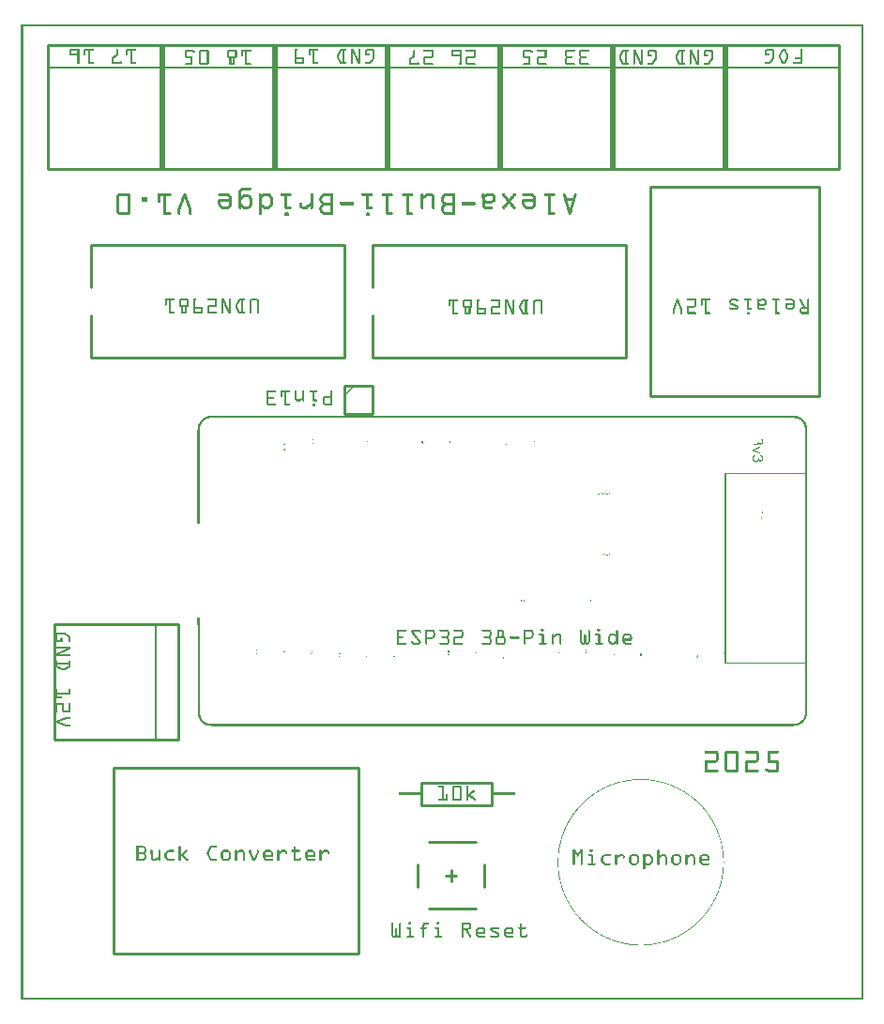
<source format=gto>
G04 MADE WITH FRITZING*
G04 WWW.FRITZING.ORG*
G04 DOUBLE SIDED*
G04 HOLES PLATED*
G04 CONTOUR ON CENTER OF CONTOUR VECTOR*
%ASAXBY*%
%FSLAX23Y23*%
%MOIN*%
%OFA0B0*%
%SFA1.0B1.0*%
%ADD10R,0.610236X0.751969X0.590236X0.731969*%
%ADD11C,0.010000*%
%ADD12C,0.005701*%
%ADD13C,0.003725*%
%ADD14C,0.003723*%
%ADD15C,0.005000*%
%ADD16R,0.001000X0.001000*%
%LNSILK1*%
G90*
G70*
G54D11*
X2235Y2888D02*
X2835Y2888D01*
X2835Y2146D01*
X2235Y2146D01*
X2235Y2888D01*
D02*
G54D12*
X2500Y1197D02*
X2500Y1871D01*
G54D13*
D02*
X2500Y1871D02*
X2788Y1871D01*
G54D14*
D02*
X2500Y1197D02*
X2787Y1197D01*
G54D11*
D02*
X249Y2281D02*
X1149Y2281D01*
D02*
X1149Y2281D02*
X1149Y2681D01*
D02*
X1149Y2681D02*
X249Y2681D01*
D02*
X249Y2281D02*
X249Y2431D01*
D02*
X249Y2531D02*
X249Y2681D01*
D02*
X1249Y2281D02*
X2149Y2281D01*
D02*
X2149Y2281D02*
X2149Y2681D01*
D02*
X2149Y2681D02*
X1249Y2681D01*
D02*
X1249Y2281D02*
X1249Y2431D01*
D02*
X1249Y2531D02*
X1249Y2681D01*
D02*
X94Y2951D02*
X504Y2951D01*
D02*
X504Y2951D02*
X504Y3391D01*
D02*
X504Y3391D02*
X94Y3391D01*
D02*
X94Y3391D02*
X94Y2951D01*
G54D15*
D02*
X504Y3311D02*
X94Y3311D01*
G54D11*
D02*
X1294Y2951D02*
X1704Y2951D01*
D02*
X1704Y2951D02*
X1704Y3391D01*
D02*
X1704Y3391D02*
X1294Y3391D01*
D02*
X1294Y3391D02*
X1294Y2951D01*
G54D15*
D02*
X1704Y3311D02*
X1294Y3311D01*
G54D11*
D02*
X494Y2951D02*
X904Y2951D01*
D02*
X904Y2951D02*
X904Y3391D01*
D02*
X904Y3391D02*
X494Y3391D01*
D02*
X494Y3391D02*
X494Y2951D01*
G54D15*
D02*
X904Y3311D02*
X494Y3311D01*
G54D11*
D02*
X1694Y2951D02*
X2104Y2951D01*
D02*
X2104Y2951D02*
X2104Y3391D01*
D02*
X2104Y3391D02*
X1694Y3391D01*
D02*
X1694Y3391D02*
X1694Y2951D01*
G54D15*
D02*
X2104Y3311D02*
X1694Y3311D01*
G54D11*
D02*
X2494Y2951D02*
X2904Y2951D01*
D02*
X2904Y2951D02*
X2904Y3391D01*
D02*
X2904Y3391D02*
X2494Y3391D01*
D02*
X2494Y3391D02*
X2494Y2951D01*
G54D15*
D02*
X2904Y3311D02*
X2494Y3311D01*
G54D11*
D02*
X894Y2951D02*
X1304Y2951D01*
D02*
X1304Y2951D02*
X1304Y3391D01*
D02*
X1304Y3391D02*
X894Y3391D01*
D02*
X894Y3391D02*
X894Y2951D01*
G54D15*
D02*
X1304Y3311D02*
X894Y3311D01*
G54D11*
D02*
X2094Y2951D02*
X2504Y2951D01*
D02*
X2504Y2951D02*
X2504Y3391D01*
D02*
X2504Y3391D02*
X2094Y3391D01*
D02*
X2094Y3391D02*
X2094Y2951D01*
G54D15*
D02*
X2504Y3311D02*
X2094Y3311D01*
G54D11*
D02*
X1149Y2181D02*
X1149Y2081D01*
D02*
X1149Y2081D02*
X1249Y2081D01*
D02*
X1249Y2081D02*
X1249Y2181D01*
D02*
X1249Y2181D02*
X1149Y2181D01*
D02*
X329Y166D02*
X1199Y166D01*
D02*
X1198Y166D02*
X1198Y826D01*
D02*
X1199Y826D02*
X329Y826D01*
D02*
X328Y826D02*
X328Y166D01*
D02*
X119Y1336D02*
X119Y926D01*
D02*
X119Y926D02*
X559Y926D01*
D02*
X559Y926D02*
X559Y1336D01*
D02*
X559Y1336D02*
X119Y1336D01*
G54D15*
D02*
X479Y926D02*
X479Y1336D01*
G54D11*
D02*
X1645Y482D02*
X1645Y403D01*
D02*
X1448Y561D02*
X1615Y561D01*
D02*
X1448Y324D02*
X1615Y324D01*
D02*
X1408Y482D02*
X1408Y403D01*
D02*
X1527Y462D02*
X1527Y423D01*
D02*
X1546Y442D02*
X1507Y442D01*
D02*
X1423Y772D02*
X1673Y772D01*
D02*
X1673Y772D02*
X1673Y690D01*
D02*
X1673Y690D02*
X1423Y690D01*
D02*
X1423Y690D02*
X1423Y772D01*
G54D16*
X0Y3465D02*
X2991Y3465D01*
X0Y3464D02*
X2991Y3464D01*
X0Y3463D02*
X2991Y3463D01*
X0Y3462D02*
X2991Y3462D01*
X0Y3461D02*
X2991Y3461D01*
X0Y3460D02*
X2991Y3460D01*
X0Y3459D02*
X2991Y3459D01*
X0Y3458D02*
X2991Y3458D01*
X0Y3457D02*
X7Y3457D01*
X2984Y3457D02*
X2991Y3457D01*
X0Y3456D02*
X7Y3456D01*
X2984Y3456D02*
X2991Y3456D01*
X0Y3455D02*
X7Y3455D01*
X2984Y3455D02*
X2991Y3455D01*
X0Y3454D02*
X7Y3454D01*
X2984Y3454D02*
X2991Y3454D01*
X0Y3453D02*
X7Y3453D01*
X2984Y3453D02*
X2991Y3453D01*
X0Y3452D02*
X7Y3452D01*
X2984Y3452D02*
X2991Y3452D01*
X0Y3451D02*
X7Y3451D01*
X2984Y3451D02*
X2991Y3451D01*
X0Y3450D02*
X7Y3450D01*
X2984Y3450D02*
X2991Y3450D01*
X0Y3449D02*
X7Y3449D01*
X2984Y3449D02*
X2991Y3449D01*
X0Y3448D02*
X7Y3448D01*
X2984Y3448D02*
X2991Y3448D01*
X0Y3447D02*
X7Y3447D01*
X2984Y3447D02*
X2991Y3447D01*
X0Y3446D02*
X7Y3446D01*
X2984Y3446D02*
X2991Y3446D01*
X0Y3445D02*
X7Y3445D01*
X2984Y3445D02*
X2991Y3445D01*
X0Y3444D02*
X7Y3444D01*
X2984Y3444D02*
X2991Y3444D01*
X0Y3443D02*
X7Y3443D01*
X2984Y3443D02*
X2991Y3443D01*
X0Y3442D02*
X7Y3442D01*
X2984Y3442D02*
X2991Y3442D01*
X0Y3441D02*
X7Y3441D01*
X2984Y3441D02*
X2991Y3441D01*
X0Y3440D02*
X7Y3440D01*
X2984Y3440D02*
X2991Y3440D01*
X0Y3439D02*
X7Y3439D01*
X2984Y3439D02*
X2991Y3439D01*
X0Y3438D02*
X7Y3438D01*
X2984Y3438D02*
X2991Y3438D01*
X0Y3437D02*
X7Y3437D01*
X2984Y3437D02*
X2991Y3437D01*
X0Y3436D02*
X7Y3436D01*
X2984Y3436D02*
X2991Y3436D01*
X0Y3435D02*
X7Y3435D01*
X2984Y3435D02*
X2991Y3435D01*
X0Y3434D02*
X7Y3434D01*
X2984Y3434D02*
X2991Y3434D01*
X0Y3433D02*
X7Y3433D01*
X2984Y3433D02*
X2991Y3433D01*
X0Y3432D02*
X7Y3432D01*
X2984Y3432D02*
X2991Y3432D01*
X0Y3431D02*
X7Y3431D01*
X2984Y3431D02*
X2991Y3431D01*
X0Y3430D02*
X7Y3430D01*
X2984Y3430D02*
X2991Y3430D01*
X0Y3429D02*
X7Y3429D01*
X2984Y3429D02*
X2991Y3429D01*
X0Y3428D02*
X7Y3428D01*
X2984Y3428D02*
X2991Y3428D01*
X0Y3427D02*
X7Y3427D01*
X2984Y3427D02*
X2991Y3427D01*
X0Y3426D02*
X7Y3426D01*
X2984Y3426D02*
X2991Y3426D01*
X0Y3425D02*
X7Y3425D01*
X2984Y3425D02*
X2991Y3425D01*
X0Y3424D02*
X7Y3424D01*
X2984Y3424D02*
X2991Y3424D01*
X0Y3423D02*
X7Y3423D01*
X2984Y3423D02*
X2991Y3423D01*
X0Y3422D02*
X7Y3422D01*
X2984Y3422D02*
X2991Y3422D01*
X0Y3421D02*
X7Y3421D01*
X2984Y3421D02*
X2991Y3421D01*
X0Y3420D02*
X7Y3420D01*
X2984Y3420D02*
X2991Y3420D01*
X0Y3419D02*
X7Y3419D01*
X2984Y3419D02*
X2991Y3419D01*
X0Y3418D02*
X7Y3418D01*
X2984Y3418D02*
X2991Y3418D01*
X0Y3417D02*
X7Y3417D01*
X2984Y3417D02*
X2991Y3417D01*
X0Y3416D02*
X7Y3416D01*
X2984Y3416D02*
X2991Y3416D01*
X0Y3415D02*
X7Y3415D01*
X2984Y3415D02*
X2991Y3415D01*
X0Y3414D02*
X7Y3414D01*
X2984Y3414D02*
X2991Y3414D01*
X0Y3413D02*
X7Y3413D01*
X2984Y3413D02*
X2991Y3413D01*
X0Y3412D02*
X7Y3412D01*
X2984Y3412D02*
X2991Y3412D01*
X0Y3411D02*
X7Y3411D01*
X2984Y3411D02*
X2991Y3411D01*
X0Y3410D02*
X7Y3410D01*
X2984Y3410D02*
X2991Y3410D01*
X0Y3409D02*
X7Y3409D01*
X2984Y3409D02*
X2991Y3409D01*
X0Y3408D02*
X7Y3408D01*
X2984Y3408D02*
X2991Y3408D01*
X0Y3407D02*
X7Y3407D01*
X2984Y3407D02*
X2991Y3407D01*
X0Y3406D02*
X7Y3406D01*
X2984Y3406D02*
X2991Y3406D01*
X0Y3405D02*
X7Y3405D01*
X2984Y3405D02*
X2991Y3405D01*
X0Y3404D02*
X7Y3404D01*
X2984Y3404D02*
X2991Y3404D01*
X0Y3403D02*
X7Y3403D01*
X2984Y3403D02*
X2991Y3403D01*
X0Y3402D02*
X7Y3402D01*
X2984Y3402D02*
X2991Y3402D01*
X0Y3401D02*
X7Y3401D01*
X2984Y3401D02*
X2991Y3401D01*
X0Y3400D02*
X7Y3400D01*
X2984Y3400D02*
X2991Y3400D01*
X0Y3399D02*
X7Y3399D01*
X2984Y3399D02*
X2991Y3399D01*
X0Y3398D02*
X7Y3398D01*
X2984Y3398D02*
X2991Y3398D01*
X0Y3397D02*
X7Y3397D01*
X2984Y3397D02*
X2991Y3397D01*
X0Y3396D02*
X7Y3396D01*
X2984Y3396D02*
X2991Y3396D01*
X0Y3395D02*
X7Y3395D01*
X2984Y3395D02*
X2991Y3395D01*
X0Y3394D02*
X7Y3394D01*
X2984Y3394D02*
X2991Y3394D01*
X0Y3393D02*
X7Y3393D01*
X2984Y3393D02*
X2991Y3393D01*
X0Y3392D02*
X7Y3392D01*
X2984Y3392D02*
X2991Y3392D01*
X0Y3391D02*
X7Y3391D01*
X2984Y3391D02*
X2991Y3391D01*
X0Y3390D02*
X7Y3390D01*
X2984Y3390D02*
X2991Y3390D01*
X0Y3389D02*
X7Y3389D01*
X2984Y3389D02*
X2991Y3389D01*
X0Y3388D02*
X7Y3388D01*
X2984Y3388D02*
X2991Y3388D01*
X0Y3387D02*
X7Y3387D01*
X2984Y3387D02*
X2991Y3387D01*
X0Y3386D02*
X7Y3386D01*
X2984Y3386D02*
X2991Y3386D01*
X0Y3385D02*
X7Y3385D01*
X2984Y3385D02*
X2991Y3385D01*
X0Y3384D02*
X7Y3384D01*
X2984Y3384D02*
X2991Y3384D01*
X0Y3383D02*
X7Y3383D01*
X2984Y3383D02*
X2991Y3383D01*
X0Y3382D02*
X7Y3382D01*
X2984Y3382D02*
X2991Y3382D01*
X0Y3381D02*
X7Y3381D01*
X2984Y3381D02*
X2991Y3381D01*
X0Y3380D02*
X7Y3380D01*
X2984Y3380D02*
X2991Y3380D01*
X0Y3379D02*
X7Y3379D01*
X2984Y3379D02*
X2991Y3379D01*
X0Y3378D02*
X7Y3378D01*
X175Y3378D02*
X204Y3378D01*
X225Y3378D02*
X254Y3378D01*
X339Y3378D02*
X341Y3378D01*
X375Y3378D02*
X404Y3378D01*
X974Y3378D02*
X979Y3378D01*
X1024Y3378D02*
X1053Y3378D01*
X1137Y3378D02*
X1153Y3378D01*
X1172Y3378D02*
X1180Y3378D01*
X1201Y3378D02*
X1203Y3378D01*
X1230Y3378D02*
X1248Y3378D01*
X2649Y3378D02*
X2668Y3378D01*
X2706Y3378D02*
X2711Y3378D01*
X2771Y3378D02*
X2773Y3378D01*
X2984Y3378D02*
X2991Y3378D01*
X0Y3377D02*
X7Y3377D01*
X174Y3377D02*
X206Y3377D01*
X224Y3377D02*
X256Y3377D01*
X337Y3377D02*
X342Y3377D01*
X374Y3377D02*
X406Y3377D01*
X973Y3377D02*
X981Y3377D01*
X1023Y3377D02*
X1055Y3377D01*
X1135Y3377D02*
X1155Y3377D01*
X1172Y3377D02*
X1181Y3377D01*
X1200Y3377D02*
X1205Y3377D01*
X1227Y3377D02*
X1250Y3377D01*
X2647Y3377D02*
X2670Y3377D01*
X2704Y3377D02*
X2713Y3377D01*
X2770Y3377D02*
X2774Y3377D01*
X2984Y3377D02*
X2991Y3377D01*
X0Y3376D02*
X7Y3376D01*
X173Y3376D02*
X206Y3376D01*
X223Y3376D02*
X256Y3376D01*
X337Y3376D02*
X342Y3376D01*
X373Y3376D02*
X406Y3376D01*
X972Y3376D02*
X981Y3376D01*
X1022Y3376D02*
X1055Y3376D01*
X1133Y3376D02*
X1155Y3376D01*
X1172Y3376D02*
X1181Y3376D01*
X1200Y3376D02*
X1205Y3376D01*
X1226Y3376D02*
X1252Y3376D01*
X2646Y3376D02*
X2671Y3376D01*
X2703Y3376D02*
X2714Y3376D01*
X2769Y3376D02*
X2775Y3376D01*
X2984Y3376D02*
X2991Y3376D01*
X0Y3375D02*
X7Y3375D01*
X173Y3375D02*
X206Y3375D01*
X223Y3375D02*
X256Y3375D01*
X337Y3375D02*
X343Y3375D01*
X373Y3375D02*
X406Y3375D01*
X588Y3375D02*
X606Y3375D01*
X638Y3375D02*
X660Y3375D01*
X738Y3375D02*
X761Y3375D01*
X785Y3375D02*
X813Y3375D01*
X972Y3375D02*
X981Y3375D01*
X1022Y3375D02*
X1055Y3375D01*
X1132Y3375D02*
X1155Y3375D01*
X1172Y3375D02*
X1182Y3375D01*
X1199Y3375D02*
X1205Y3375D01*
X1225Y3375D02*
X1253Y3375D01*
X1396Y3375D02*
X1396Y3375D01*
X1432Y3375D02*
X1463Y3375D01*
X1532Y3375D02*
X1560Y3375D01*
X1582Y3375D02*
X1613Y3375D01*
X1788Y3375D02*
X1805Y3375D01*
X1835Y3375D02*
X1866Y3375D01*
X1938Y3375D02*
X1963Y3375D01*
X1988Y3375D02*
X2013Y3375D01*
X2141Y3375D02*
X2154Y3375D01*
X2174Y3375D02*
X2182Y3375D01*
X2204Y3375D02*
X2204Y3375D01*
X2233Y3375D02*
X2248Y3375D01*
X2341Y3375D02*
X2354Y3375D01*
X2374Y3375D02*
X2382Y3375D01*
X2404Y3375D02*
X2404Y3375D01*
X2433Y3375D02*
X2448Y3375D01*
X2645Y3375D02*
X2672Y3375D01*
X2702Y3375D02*
X2715Y3375D01*
X2769Y3375D02*
X2775Y3375D01*
X2984Y3375D02*
X2991Y3375D01*
X0Y3374D02*
X7Y3374D01*
X173Y3374D02*
X206Y3374D01*
X223Y3374D02*
X256Y3374D01*
X337Y3374D02*
X343Y3374D01*
X373Y3374D02*
X406Y3374D01*
X586Y3374D02*
X610Y3374D01*
X636Y3374D02*
X663Y3374D01*
X736Y3374D02*
X763Y3374D01*
X784Y3374D02*
X815Y3374D01*
X972Y3374D02*
X981Y3374D01*
X1022Y3374D02*
X1055Y3374D01*
X1131Y3374D02*
X1155Y3374D01*
X1172Y3374D02*
X1182Y3374D01*
X1199Y3374D02*
X1205Y3374D01*
X1224Y3374D02*
X1253Y3374D01*
X1394Y3374D02*
X1398Y3374D01*
X1430Y3374D02*
X1463Y3374D01*
X1530Y3374D02*
X1562Y3374D01*
X1580Y3374D02*
X1613Y3374D01*
X1786Y3374D02*
X1810Y3374D01*
X1834Y3374D02*
X1866Y3374D01*
X1936Y3374D02*
X1965Y3374D01*
X1986Y3374D02*
X2015Y3374D01*
X2137Y3374D02*
X2156Y3374D01*
X2174Y3374D02*
X2182Y3374D01*
X2202Y3374D02*
X2206Y3374D01*
X2229Y3374D02*
X2251Y3374D01*
X2337Y3374D02*
X2356Y3374D01*
X2374Y3374D02*
X2382Y3374D01*
X2402Y3374D02*
X2406Y3374D01*
X2429Y3374D02*
X2451Y3374D01*
X2644Y3374D02*
X2673Y3374D01*
X2701Y3374D02*
X2716Y3374D01*
X2769Y3374D02*
X2775Y3374D01*
X2984Y3374D02*
X2991Y3374D01*
X0Y3373D02*
X7Y3373D01*
X173Y3373D02*
X206Y3373D01*
X223Y3373D02*
X256Y3373D01*
X337Y3373D02*
X343Y3373D01*
X373Y3373D02*
X406Y3373D01*
X585Y3373D02*
X612Y3373D01*
X635Y3373D02*
X664Y3373D01*
X735Y3373D02*
X764Y3373D01*
X783Y3373D02*
X816Y3373D01*
X972Y3373D02*
X981Y3373D01*
X1022Y3373D02*
X1055Y3373D01*
X1131Y3373D02*
X1155Y3373D01*
X1172Y3373D02*
X1182Y3373D01*
X1199Y3373D02*
X1205Y3373D01*
X1223Y3373D02*
X1254Y3373D01*
X1394Y3373D02*
X1399Y3373D01*
X1430Y3373D02*
X1463Y3373D01*
X1530Y3373D02*
X1563Y3373D01*
X1580Y3373D02*
X1613Y3373D01*
X1785Y3373D02*
X1812Y3373D01*
X1833Y3373D02*
X1866Y3373D01*
X1935Y3373D02*
X1966Y3373D01*
X1985Y3373D02*
X2016Y3373D01*
X2135Y3373D02*
X2157Y3373D01*
X2174Y3373D02*
X2183Y3373D01*
X2201Y3373D02*
X2207Y3373D01*
X2228Y3373D02*
X2253Y3373D01*
X2335Y3373D02*
X2357Y3373D01*
X2374Y3373D02*
X2383Y3373D01*
X2401Y3373D02*
X2407Y3373D01*
X2428Y3373D02*
X2453Y3373D01*
X2643Y3373D02*
X2674Y3373D01*
X2701Y3373D02*
X2716Y3373D01*
X2769Y3373D02*
X2775Y3373D01*
X2984Y3373D02*
X2991Y3373D01*
X0Y3372D02*
X7Y3372D01*
X173Y3372D02*
X206Y3372D01*
X223Y3372D02*
X255Y3372D01*
X337Y3372D02*
X343Y3372D01*
X373Y3372D02*
X405Y3372D01*
X584Y3372D02*
X614Y3372D01*
X634Y3372D02*
X665Y3372D01*
X734Y3372D02*
X765Y3372D01*
X783Y3372D02*
X816Y3372D01*
X972Y3372D02*
X980Y3372D01*
X1022Y3372D02*
X1054Y3372D01*
X1130Y3372D02*
X1154Y3372D01*
X1172Y3372D02*
X1183Y3372D01*
X1199Y3372D02*
X1205Y3372D01*
X1223Y3372D02*
X1255Y3372D01*
X1393Y3372D02*
X1399Y3372D01*
X1429Y3372D02*
X1463Y3372D01*
X1529Y3372D02*
X1563Y3372D01*
X1579Y3372D02*
X1613Y3372D01*
X1784Y3372D02*
X1814Y3372D01*
X1833Y3372D02*
X1866Y3372D01*
X1934Y3372D02*
X1966Y3372D01*
X1984Y3372D02*
X2016Y3372D01*
X2134Y3372D02*
X2157Y3372D01*
X2174Y3372D02*
X2183Y3372D01*
X2201Y3372D02*
X2207Y3372D01*
X2227Y3372D02*
X2254Y3372D01*
X2334Y3372D02*
X2357Y3372D01*
X2374Y3372D02*
X2383Y3372D01*
X2401Y3372D02*
X2407Y3372D01*
X2427Y3372D02*
X2454Y3372D01*
X2642Y3372D02*
X2674Y3372D01*
X2700Y3372D02*
X2717Y3372D01*
X2769Y3372D02*
X2775Y3372D01*
X2984Y3372D02*
X2991Y3372D01*
X0Y3371D02*
X7Y3371D01*
X173Y3371D02*
X179Y3371D01*
X200Y3371D02*
X206Y3371D01*
X223Y3371D02*
X229Y3371D01*
X237Y3371D02*
X243Y3371D01*
X337Y3371D02*
X343Y3371D01*
X373Y3371D02*
X379Y3371D01*
X387Y3371D02*
X393Y3371D01*
X583Y3371D02*
X615Y3371D01*
X633Y3371D02*
X666Y3371D01*
X733Y3371D02*
X766Y3371D01*
X783Y3371D02*
X816Y3371D01*
X972Y3371D02*
X978Y3371D01*
X1022Y3371D02*
X1028Y3371D01*
X1036Y3371D02*
X1042Y3371D01*
X1130Y3371D02*
X1137Y3371D01*
X1142Y3371D02*
X1149Y3371D01*
X1172Y3371D02*
X1183Y3371D01*
X1199Y3371D02*
X1205Y3371D01*
X1222Y3371D02*
X1230Y3371D01*
X1247Y3371D02*
X1255Y3371D01*
X1393Y3371D02*
X1399Y3371D01*
X1429Y3371D02*
X1463Y3371D01*
X1529Y3371D02*
X1563Y3371D01*
X1579Y3371D02*
X1613Y3371D01*
X1783Y3371D02*
X1815Y3371D01*
X1833Y3371D02*
X1866Y3371D01*
X1933Y3371D02*
X1966Y3371D01*
X1983Y3371D02*
X2016Y3371D01*
X2133Y3371D02*
X2157Y3371D01*
X2174Y3371D02*
X2184Y3371D01*
X2201Y3371D02*
X2207Y3371D01*
X2226Y3371D02*
X2255Y3371D01*
X2333Y3371D02*
X2357Y3371D01*
X2374Y3371D02*
X2384Y3371D01*
X2401Y3371D02*
X2407Y3371D01*
X2426Y3371D02*
X2455Y3371D01*
X2642Y3371D02*
X2650Y3371D01*
X2667Y3371D02*
X2675Y3371D01*
X2700Y3371D02*
X2707Y3371D01*
X2710Y3371D02*
X2717Y3371D01*
X2769Y3371D02*
X2775Y3371D01*
X2984Y3371D02*
X2991Y3371D01*
X0Y3370D02*
X7Y3370D01*
X173Y3370D02*
X179Y3370D01*
X200Y3370D02*
X206Y3370D01*
X223Y3370D02*
X229Y3370D01*
X237Y3370D02*
X243Y3370D01*
X337Y3370D02*
X343Y3370D01*
X373Y3370D02*
X379Y3370D01*
X387Y3370D02*
X393Y3370D01*
X583Y3370D02*
X616Y3370D01*
X633Y3370D02*
X666Y3370D01*
X733Y3370D02*
X766Y3370D01*
X783Y3370D02*
X816Y3370D01*
X972Y3370D02*
X978Y3370D01*
X1022Y3370D02*
X1028Y3370D01*
X1036Y3370D02*
X1042Y3370D01*
X1129Y3370D02*
X1136Y3370D01*
X1142Y3370D02*
X1149Y3370D01*
X1172Y3370D02*
X1184Y3370D01*
X1199Y3370D02*
X1205Y3370D01*
X1222Y3370D02*
X1229Y3370D01*
X1249Y3370D02*
X1255Y3370D01*
X1393Y3370D02*
X1399Y3370D01*
X1430Y3370D02*
X1463Y3370D01*
X1529Y3370D02*
X1563Y3370D01*
X1580Y3370D02*
X1613Y3370D01*
X1783Y3370D02*
X1816Y3370D01*
X1833Y3370D02*
X1866Y3370D01*
X1933Y3370D02*
X1966Y3370D01*
X1983Y3370D02*
X2016Y3370D01*
X2133Y3370D02*
X2157Y3370D01*
X2174Y3370D02*
X2184Y3370D01*
X2201Y3370D02*
X2207Y3370D01*
X2225Y3370D02*
X2256Y3370D01*
X2333Y3370D02*
X2357Y3370D01*
X2374Y3370D02*
X2384Y3370D01*
X2401Y3370D02*
X2407Y3370D01*
X2425Y3370D02*
X2456Y3370D01*
X2642Y3370D02*
X2648Y3370D01*
X2668Y3370D02*
X2675Y3370D01*
X2699Y3370D02*
X2706Y3370D01*
X2711Y3370D02*
X2718Y3370D01*
X2769Y3370D02*
X2775Y3370D01*
X2984Y3370D02*
X2991Y3370D01*
X0Y3369D02*
X7Y3369D01*
X173Y3369D02*
X179Y3369D01*
X200Y3369D02*
X206Y3369D01*
X223Y3369D02*
X229Y3369D01*
X237Y3369D02*
X243Y3369D01*
X337Y3369D02*
X343Y3369D01*
X373Y3369D02*
X379Y3369D01*
X387Y3369D02*
X393Y3369D01*
X583Y3369D02*
X616Y3369D01*
X633Y3369D02*
X666Y3369D01*
X733Y3369D02*
X766Y3369D01*
X783Y3369D02*
X815Y3369D01*
X972Y3369D02*
X978Y3369D01*
X1022Y3369D02*
X1028Y3369D01*
X1036Y3369D02*
X1042Y3369D01*
X1129Y3369D02*
X1136Y3369D01*
X1142Y3369D02*
X1149Y3369D01*
X1172Y3369D02*
X1184Y3369D01*
X1199Y3369D02*
X1205Y3369D01*
X1222Y3369D02*
X1228Y3369D01*
X1249Y3369D02*
X1255Y3369D01*
X1393Y3369D02*
X1399Y3369D01*
X1431Y3369D02*
X1463Y3369D01*
X1529Y3369D02*
X1563Y3369D01*
X1581Y3369D02*
X1613Y3369D01*
X1783Y3369D02*
X1816Y3369D01*
X1834Y3369D02*
X1866Y3369D01*
X1933Y3369D02*
X1965Y3369D01*
X1983Y3369D02*
X2015Y3369D01*
X2132Y3369D02*
X2156Y3369D01*
X2174Y3369D02*
X2185Y3369D01*
X2201Y3369D02*
X2207Y3369D01*
X2225Y3369D02*
X2256Y3369D01*
X2332Y3369D02*
X2356Y3369D01*
X2374Y3369D02*
X2385Y3369D01*
X2401Y3369D02*
X2407Y3369D01*
X2425Y3369D02*
X2456Y3369D01*
X2642Y3369D02*
X2648Y3369D01*
X2669Y3369D02*
X2675Y3369D01*
X2699Y3369D02*
X2705Y3369D01*
X2711Y3369D02*
X2718Y3369D01*
X2769Y3369D02*
X2775Y3369D01*
X2984Y3369D02*
X2991Y3369D01*
X0Y3368D02*
X7Y3368D01*
X173Y3368D02*
X179Y3368D01*
X200Y3368D02*
X206Y3368D01*
X223Y3368D02*
X229Y3368D01*
X237Y3368D02*
X243Y3368D01*
X337Y3368D02*
X343Y3368D01*
X373Y3368D02*
X379Y3368D01*
X387Y3368D02*
X393Y3368D01*
X583Y3368D02*
X589Y3368D01*
X606Y3368D02*
X616Y3368D01*
X633Y3368D02*
X639Y3368D01*
X660Y3368D02*
X666Y3368D01*
X733Y3368D02*
X739Y3368D01*
X760Y3368D02*
X766Y3368D01*
X783Y3368D02*
X789Y3368D01*
X796Y3368D02*
X803Y3368D01*
X972Y3368D02*
X978Y3368D01*
X1022Y3368D02*
X1028Y3368D01*
X1036Y3368D02*
X1042Y3368D01*
X1128Y3368D02*
X1135Y3368D01*
X1142Y3368D02*
X1149Y3368D01*
X1172Y3368D02*
X1185Y3368D01*
X1199Y3368D02*
X1205Y3368D01*
X1222Y3368D02*
X1228Y3368D01*
X1249Y3368D02*
X1255Y3368D01*
X1393Y3368D02*
X1399Y3368D01*
X1457Y3368D02*
X1463Y3368D01*
X1529Y3368D02*
X1536Y3368D01*
X1557Y3368D02*
X1563Y3368D01*
X1607Y3368D02*
X1613Y3368D01*
X1783Y3368D02*
X1789Y3368D01*
X1806Y3368D02*
X1816Y3368D01*
X1860Y3368D02*
X1866Y3368D01*
X1933Y3368D02*
X1939Y3368D01*
X1983Y3368D02*
X1989Y3368D01*
X2132Y3368D02*
X2140Y3368D01*
X2144Y3368D02*
X2151Y3368D01*
X2174Y3368D02*
X2185Y3368D01*
X2201Y3368D02*
X2207Y3368D01*
X2224Y3368D02*
X2233Y3368D01*
X2248Y3368D02*
X2257Y3368D01*
X2332Y3368D02*
X2340Y3368D01*
X2344Y3368D02*
X2351Y3368D01*
X2374Y3368D02*
X2385Y3368D01*
X2401Y3368D02*
X2407Y3368D01*
X2424Y3368D02*
X2432Y3368D01*
X2448Y3368D02*
X2457Y3368D01*
X2642Y3368D02*
X2648Y3368D01*
X2669Y3368D02*
X2675Y3368D01*
X2698Y3368D02*
X2705Y3368D01*
X2712Y3368D02*
X2719Y3368D01*
X2769Y3368D02*
X2775Y3368D01*
X2984Y3368D02*
X2991Y3368D01*
X0Y3367D02*
X7Y3367D01*
X173Y3367D02*
X179Y3367D01*
X200Y3367D02*
X206Y3367D01*
X223Y3367D02*
X229Y3367D01*
X237Y3367D02*
X243Y3367D01*
X337Y3367D02*
X343Y3367D01*
X373Y3367D02*
X379Y3367D01*
X387Y3367D02*
X393Y3367D01*
X583Y3367D02*
X589Y3367D01*
X609Y3367D02*
X616Y3367D01*
X633Y3367D02*
X639Y3367D01*
X660Y3367D02*
X666Y3367D01*
X733Y3367D02*
X739Y3367D01*
X760Y3367D02*
X766Y3367D01*
X783Y3367D02*
X789Y3367D01*
X796Y3367D02*
X802Y3367D01*
X972Y3367D02*
X978Y3367D01*
X1022Y3367D02*
X1028Y3367D01*
X1036Y3367D02*
X1042Y3367D01*
X1128Y3367D02*
X1135Y3367D01*
X1142Y3367D02*
X1149Y3367D01*
X1172Y3367D02*
X1185Y3367D01*
X1199Y3367D02*
X1205Y3367D01*
X1222Y3367D02*
X1228Y3367D01*
X1249Y3367D02*
X1255Y3367D01*
X1393Y3367D02*
X1399Y3367D01*
X1457Y3367D02*
X1463Y3367D01*
X1529Y3367D02*
X1535Y3367D01*
X1557Y3367D02*
X1563Y3367D01*
X1607Y3367D02*
X1613Y3367D01*
X1783Y3367D02*
X1789Y3367D01*
X1809Y3367D02*
X1816Y3367D01*
X1860Y3367D02*
X1866Y3367D01*
X1933Y3367D02*
X1939Y3367D01*
X1983Y3367D02*
X1989Y3367D01*
X2131Y3367D02*
X2138Y3367D01*
X2144Y3367D02*
X2150Y3367D01*
X2174Y3367D02*
X2185Y3367D01*
X2201Y3367D02*
X2207Y3367D01*
X2224Y3367D02*
X2231Y3367D01*
X2250Y3367D02*
X2257Y3367D01*
X2331Y3367D02*
X2338Y3367D01*
X2344Y3367D02*
X2350Y3367D01*
X2374Y3367D02*
X2385Y3367D01*
X2401Y3367D02*
X2407Y3367D01*
X2424Y3367D02*
X2431Y3367D01*
X2450Y3367D02*
X2457Y3367D01*
X2642Y3367D02*
X2648Y3367D01*
X2669Y3367D02*
X2675Y3367D01*
X2698Y3367D02*
X2704Y3367D01*
X2712Y3367D02*
X2719Y3367D01*
X2769Y3367D02*
X2775Y3367D01*
X2984Y3367D02*
X2991Y3367D01*
X0Y3366D02*
X7Y3366D01*
X173Y3366D02*
X179Y3366D01*
X200Y3366D02*
X206Y3366D01*
X223Y3366D02*
X229Y3366D01*
X237Y3366D02*
X243Y3366D01*
X337Y3366D02*
X343Y3366D01*
X373Y3366D02*
X379Y3366D01*
X387Y3366D02*
X393Y3366D01*
X583Y3366D02*
X589Y3366D01*
X611Y3366D02*
X615Y3366D01*
X633Y3366D02*
X639Y3366D01*
X660Y3366D02*
X666Y3366D01*
X733Y3366D02*
X739Y3366D01*
X760Y3366D02*
X766Y3366D01*
X783Y3366D02*
X789Y3366D01*
X796Y3366D02*
X802Y3366D01*
X972Y3366D02*
X978Y3366D01*
X1022Y3366D02*
X1028Y3366D01*
X1036Y3366D02*
X1042Y3366D01*
X1127Y3366D02*
X1134Y3366D01*
X1142Y3366D02*
X1149Y3366D01*
X1172Y3366D02*
X1186Y3366D01*
X1199Y3366D02*
X1205Y3366D01*
X1222Y3366D02*
X1228Y3366D01*
X1249Y3366D02*
X1255Y3366D01*
X1393Y3366D02*
X1399Y3366D01*
X1457Y3366D02*
X1463Y3366D01*
X1529Y3366D02*
X1535Y3366D01*
X1557Y3366D02*
X1563Y3366D01*
X1607Y3366D02*
X1613Y3366D01*
X1783Y3366D02*
X1789Y3366D01*
X1811Y3366D02*
X1815Y3366D01*
X1860Y3366D02*
X1866Y3366D01*
X1933Y3366D02*
X1939Y3366D01*
X1983Y3366D02*
X1989Y3366D01*
X2131Y3366D02*
X2138Y3366D01*
X2144Y3366D02*
X2150Y3366D01*
X2174Y3366D02*
X2186Y3366D01*
X2201Y3366D02*
X2207Y3366D01*
X2224Y3366D02*
X2230Y3366D01*
X2251Y3366D02*
X2257Y3366D01*
X2331Y3366D02*
X2338Y3366D01*
X2344Y3366D02*
X2350Y3366D01*
X2374Y3366D02*
X2386Y3366D01*
X2401Y3366D02*
X2407Y3366D01*
X2424Y3366D02*
X2430Y3366D01*
X2451Y3366D02*
X2457Y3366D01*
X2642Y3366D02*
X2648Y3366D01*
X2669Y3366D02*
X2675Y3366D01*
X2697Y3366D02*
X2704Y3366D01*
X2713Y3366D02*
X2720Y3366D01*
X2769Y3366D02*
X2775Y3366D01*
X2984Y3366D02*
X2991Y3366D01*
X0Y3365D02*
X7Y3365D01*
X173Y3365D02*
X179Y3365D01*
X200Y3365D02*
X206Y3365D01*
X223Y3365D02*
X229Y3365D01*
X237Y3365D02*
X243Y3365D01*
X337Y3365D02*
X343Y3365D01*
X373Y3365D02*
X379Y3365D01*
X387Y3365D02*
X393Y3365D01*
X583Y3365D02*
X589Y3365D01*
X633Y3365D02*
X639Y3365D01*
X660Y3365D02*
X666Y3365D01*
X733Y3365D02*
X739Y3365D01*
X760Y3365D02*
X766Y3365D01*
X783Y3365D02*
X789Y3365D01*
X796Y3365D02*
X802Y3365D01*
X972Y3365D02*
X978Y3365D01*
X1022Y3365D02*
X1028Y3365D01*
X1036Y3365D02*
X1042Y3365D01*
X1127Y3365D02*
X1134Y3365D01*
X1142Y3365D02*
X1149Y3365D01*
X1172Y3365D02*
X1186Y3365D01*
X1199Y3365D02*
X1205Y3365D01*
X1222Y3365D02*
X1228Y3365D01*
X1249Y3365D02*
X1255Y3365D01*
X1393Y3365D02*
X1399Y3365D01*
X1457Y3365D02*
X1463Y3365D01*
X1529Y3365D02*
X1535Y3365D01*
X1557Y3365D02*
X1563Y3365D01*
X1607Y3365D02*
X1613Y3365D01*
X1783Y3365D02*
X1789Y3365D01*
X1860Y3365D02*
X1866Y3365D01*
X1933Y3365D02*
X1939Y3365D01*
X1983Y3365D02*
X1989Y3365D01*
X2130Y3365D02*
X2137Y3365D01*
X2144Y3365D02*
X2150Y3365D01*
X2174Y3365D02*
X2186Y3365D01*
X2201Y3365D02*
X2207Y3365D01*
X2224Y3365D02*
X2230Y3365D01*
X2251Y3365D02*
X2257Y3365D01*
X2330Y3365D02*
X2337Y3365D01*
X2344Y3365D02*
X2350Y3365D01*
X2374Y3365D02*
X2386Y3365D01*
X2401Y3365D02*
X2407Y3365D01*
X2424Y3365D02*
X2430Y3365D01*
X2451Y3365D02*
X2457Y3365D01*
X2642Y3365D02*
X2648Y3365D01*
X2669Y3365D02*
X2675Y3365D01*
X2697Y3365D02*
X2703Y3365D01*
X2713Y3365D02*
X2720Y3365D01*
X2769Y3365D02*
X2775Y3365D01*
X2984Y3365D02*
X2991Y3365D01*
X0Y3364D02*
X7Y3364D01*
X173Y3364D02*
X179Y3364D01*
X200Y3364D02*
X206Y3364D01*
X223Y3364D02*
X229Y3364D01*
X237Y3364D02*
X243Y3364D01*
X337Y3364D02*
X343Y3364D01*
X373Y3364D02*
X379Y3364D01*
X387Y3364D02*
X393Y3364D01*
X583Y3364D02*
X589Y3364D01*
X633Y3364D02*
X639Y3364D01*
X660Y3364D02*
X666Y3364D01*
X733Y3364D02*
X739Y3364D01*
X760Y3364D02*
X766Y3364D01*
X783Y3364D02*
X789Y3364D01*
X796Y3364D02*
X802Y3364D01*
X972Y3364D02*
X978Y3364D01*
X1022Y3364D02*
X1028Y3364D01*
X1036Y3364D02*
X1042Y3364D01*
X1126Y3364D02*
X1133Y3364D01*
X1142Y3364D02*
X1149Y3364D01*
X1172Y3364D02*
X1178Y3364D01*
X1180Y3364D02*
X1186Y3364D01*
X1199Y3364D02*
X1205Y3364D01*
X1222Y3364D02*
X1228Y3364D01*
X1249Y3364D02*
X1255Y3364D01*
X1393Y3364D02*
X1399Y3364D01*
X1457Y3364D02*
X1463Y3364D01*
X1529Y3364D02*
X1535Y3364D01*
X1557Y3364D02*
X1563Y3364D01*
X1607Y3364D02*
X1613Y3364D01*
X1783Y3364D02*
X1789Y3364D01*
X1860Y3364D02*
X1866Y3364D01*
X1933Y3364D02*
X1939Y3364D01*
X1983Y3364D02*
X1989Y3364D01*
X2130Y3364D02*
X2137Y3364D01*
X2144Y3364D02*
X2150Y3364D01*
X2174Y3364D02*
X2187Y3364D01*
X2201Y3364D02*
X2207Y3364D01*
X2224Y3364D02*
X2230Y3364D01*
X2251Y3364D02*
X2257Y3364D01*
X2330Y3364D02*
X2337Y3364D01*
X2344Y3364D02*
X2350Y3364D01*
X2374Y3364D02*
X2387Y3364D01*
X2401Y3364D02*
X2407Y3364D01*
X2424Y3364D02*
X2430Y3364D01*
X2451Y3364D02*
X2457Y3364D01*
X2642Y3364D02*
X2648Y3364D01*
X2669Y3364D02*
X2675Y3364D01*
X2696Y3364D02*
X2703Y3364D01*
X2714Y3364D02*
X2721Y3364D01*
X2769Y3364D02*
X2775Y3364D01*
X2984Y3364D02*
X2991Y3364D01*
X0Y3363D02*
X7Y3363D01*
X173Y3363D02*
X179Y3363D01*
X200Y3363D02*
X206Y3363D01*
X223Y3363D02*
X229Y3363D01*
X237Y3363D02*
X243Y3363D01*
X337Y3363D02*
X343Y3363D01*
X373Y3363D02*
X379Y3363D01*
X387Y3363D02*
X393Y3363D01*
X583Y3363D02*
X589Y3363D01*
X633Y3363D02*
X639Y3363D01*
X660Y3363D02*
X666Y3363D01*
X733Y3363D02*
X739Y3363D01*
X760Y3363D02*
X766Y3363D01*
X783Y3363D02*
X789Y3363D01*
X796Y3363D02*
X802Y3363D01*
X972Y3363D02*
X978Y3363D01*
X1022Y3363D02*
X1028Y3363D01*
X1036Y3363D02*
X1042Y3363D01*
X1126Y3363D02*
X1133Y3363D01*
X1142Y3363D02*
X1149Y3363D01*
X1172Y3363D02*
X1178Y3363D01*
X1180Y3363D02*
X1187Y3363D01*
X1199Y3363D02*
X1205Y3363D01*
X1222Y3363D02*
X1228Y3363D01*
X1249Y3363D02*
X1255Y3363D01*
X1393Y3363D02*
X1399Y3363D01*
X1457Y3363D02*
X1463Y3363D01*
X1529Y3363D02*
X1535Y3363D01*
X1557Y3363D02*
X1563Y3363D01*
X1607Y3363D02*
X1613Y3363D01*
X1783Y3363D02*
X1789Y3363D01*
X1860Y3363D02*
X1866Y3363D01*
X1933Y3363D02*
X1939Y3363D01*
X1983Y3363D02*
X1989Y3363D01*
X2129Y3363D02*
X2136Y3363D01*
X2144Y3363D02*
X2150Y3363D01*
X2174Y3363D02*
X2187Y3363D01*
X2201Y3363D02*
X2207Y3363D01*
X2224Y3363D02*
X2230Y3363D01*
X2251Y3363D02*
X2257Y3363D01*
X2329Y3363D02*
X2336Y3363D01*
X2344Y3363D02*
X2350Y3363D01*
X2374Y3363D02*
X2387Y3363D01*
X2401Y3363D02*
X2407Y3363D01*
X2424Y3363D02*
X2430Y3363D01*
X2451Y3363D02*
X2457Y3363D01*
X2642Y3363D02*
X2648Y3363D01*
X2669Y3363D02*
X2675Y3363D01*
X2696Y3363D02*
X2702Y3363D01*
X2714Y3363D02*
X2721Y3363D01*
X2769Y3363D02*
X2775Y3363D01*
X2984Y3363D02*
X2991Y3363D01*
X0Y3362D02*
X7Y3362D01*
X173Y3362D02*
X179Y3362D01*
X200Y3362D02*
X206Y3362D01*
X223Y3362D02*
X229Y3362D01*
X237Y3362D02*
X243Y3362D01*
X337Y3362D02*
X343Y3362D01*
X373Y3362D02*
X379Y3362D01*
X387Y3362D02*
X393Y3362D01*
X583Y3362D02*
X589Y3362D01*
X633Y3362D02*
X639Y3362D01*
X660Y3362D02*
X666Y3362D01*
X733Y3362D02*
X739Y3362D01*
X760Y3362D02*
X766Y3362D01*
X783Y3362D02*
X789Y3362D01*
X796Y3362D02*
X802Y3362D01*
X972Y3362D02*
X978Y3362D01*
X1022Y3362D02*
X1028Y3362D01*
X1036Y3362D02*
X1042Y3362D01*
X1125Y3362D02*
X1132Y3362D01*
X1142Y3362D02*
X1149Y3362D01*
X1172Y3362D02*
X1178Y3362D01*
X1181Y3362D02*
X1187Y3362D01*
X1199Y3362D02*
X1205Y3362D01*
X1222Y3362D02*
X1228Y3362D01*
X1249Y3362D02*
X1255Y3362D01*
X1393Y3362D02*
X1399Y3362D01*
X1457Y3362D02*
X1463Y3362D01*
X1529Y3362D02*
X1535Y3362D01*
X1557Y3362D02*
X1563Y3362D01*
X1607Y3362D02*
X1613Y3362D01*
X1783Y3362D02*
X1789Y3362D01*
X1860Y3362D02*
X1866Y3362D01*
X1933Y3362D02*
X1939Y3362D01*
X1983Y3362D02*
X1989Y3362D01*
X2129Y3362D02*
X2136Y3362D01*
X2144Y3362D02*
X2150Y3362D01*
X2174Y3362D02*
X2188Y3362D01*
X2201Y3362D02*
X2207Y3362D01*
X2224Y3362D02*
X2230Y3362D01*
X2251Y3362D02*
X2257Y3362D01*
X2329Y3362D02*
X2336Y3362D01*
X2344Y3362D02*
X2350Y3362D01*
X2374Y3362D02*
X2388Y3362D01*
X2401Y3362D02*
X2407Y3362D01*
X2424Y3362D02*
X2430Y3362D01*
X2451Y3362D02*
X2457Y3362D01*
X2642Y3362D02*
X2648Y3362D01*
X2669Y3362D02*
X2675Y3362D01*
X2695Y3362D02*
X2702Y3362D01*
X2715Y3362D02*
X2722Y3362D01*
X2769Y3362D02*
X2775Y3362D01*
X2984Y3362D02*
X2991Y3362D01*
X0Y3361D02*
X7Y3361D01*
X173Y3361D02*
X179Y3361D01*
X200Y3361D02*
X206Y3361D01*
X223Y3361D02*
X229Y3361D01*
X237Y3361D02*
X243Y3361D01*
X337Y3361D02*
X343Y3361D01*
X373Y3361D02*
X379Y3361D01*
X387Y3361D02*
X393Y3361D01*
X583Y3361D02*
X589Y3361D01*
X633Y3361D02*
X639Y3361D01*
X660Y3361D02*
X666Y3361D01*
X733Y3361D02*
X739Y3361D01*
X760Y3361D02*
X766Y3361D01*
X783Y3361D02*
X789Y3361D01*
X796Y3361D02*
X802Y3361D01*
X972Y3361D02*
X978Y3361D01*
X1022Y3361D02*
X1028Y3361D01*
X1036Y3361D02*
X1042Y3361D01*
X1125Y3361D02*
X1132Y3361D01*
X1142Y3361D02*
X1149Y3361D01*
X1172Y3361D02*
X1178Y3361D01*
X1181Y3361D02*
X1188Y3361D01*
X1199Y3361D02*
X1205Y3361D01*
X1222Y3361D02*
X1228Y3361D01*
X1249Y3361D02*
X1255Y3361D01*
X1393Y3361D02*
X1399Y3361D01*
X1457Y3361D02*
X1463Y3361D01*
X1529Y3361D02*
X1535Y3361D01*
X1557Y3361D02*
X1563Y3361D01*
X1607Y3361D02*
X1613Y3361D01*
X1783Y3361D02*
X1789Y3361D01*
X1860Y3361D02*
X1866Y3361D01*
X1933Y3361D02*
X1939Y3361D01*
X1983Y3361D02*
X1989Y3361D01*
X2128Y3361D02*
X2135Y3361D01*
X2144Y3361D02*
X2150Y3361D01*
X2174Y3361D02*
X2188Y3361D01*
X2201Y3361D02*
X2207Y3361D01*
X2224Y3361D02*
X2230Y3361D01*
X2251Y3361D02*
X2257Y3361D01*
X2328Y3361D02*
X2335Y3361D01*
X2344Y3361D02*
X2350Y3361D01*
X2374Y3361D02*
X2388Y3361D01*
X2401Y3361D02*
X2407Y3361D01*
X2424Y3361D02*
X2430Y3361D01*
X2451Y3361D02*
X2457Y3361D01*
X2642Y3361D02*
X2648Y3361D01*
X2669Y3361D02*
X2675Y3361D01*
X2695Y3361D02*
X2701Y3361D01*
X2715Y3361D02*
X2722Y3361D01*
X2769Y3361D02*
X2775Y3361D01*
X2984Y3361D02*
X2991Y3361D01*
X0Y3360D02*
X7Y3360D01*
X173Y3360D02*
X206Y3360D01*
X223Y3360D02*
X229Y3360D01*
X237Y3360D02*
X243Y3360D01*
X337Y3360D02*
X343Y3360D01*
X373Y3360D02*
X379Y3360D01*
X387Y3360D02*
X393Y3360D01*
X583Y3360D02*
X589Y3360D01*
X633Y3360D02*
X639Y3360D01*
X660Y3360D02*
X666Y3360D01*
X733Y3360D02*
X739Y3360D01*
X760Y3360D02*
X766Y3360D01*
X783Y3360D02*
X789Y3360D01*
X796Y3360D02*
X802Y3360D01*
X972Y3360D02*
X978Y3360D01*
X1022Y3360D02*
X1028Y3360D01*
X1036Y3360D02*
X1042Y3360D01*
X1124Y3360D02*
X1131Y3360D01*
X1142Y3360D02*
X1149Y3360D01*
X1172Y3360D02*
X1178Y3360D01*
X1181Y3360D02*
X1188Y3360D01*
X1199Y3360D02*
X1205Y3360D01*
X1222Y3360D02*
X1237Y3360D01*
X1249Y3360D02*
X1255Y3360D01*
X1393Y3360D02*
X1399Y3360D01*
X1457Y3360D02*
X1463Y3360D01*
X1529Y3360D02*
X1535Y3360D01*
X1557Y3360D02*
X1563Y3360D01*
X1607Y3360D02*
X1613Y3360D01*
X1783Y3360D02*
X1789Y3360D01*
X1860Y3360D02*
X1866Y3360D01*
X1933Y3360D02*
X1939Y3360D01*
X1983Y3360D02*
X1989Y3360D01*
X2128Y3360D02*
X2135Y3360D01*
X2144Y3360D02*
X2150Y3360D01*
X2174Y3360D02*
X2180Y3360D01*
X2182Y3360D02*
X2189Y3360D01*
X2201Y3360D02*
X2207Y3360D01*
X2224Y3360D02*
X2230Y3360D01*
X2251Y3360D02*
X2257Y3360D01*
X2328Y3360D02*
X2335Y3360D01*
X2344Y3360D02*
X2350Y3360D01*
X2374Y3360D02*
X2380Y3360D01*
X2382Y3360D02*
X2388Y3360D01*
X2401Y3360D02*
X2407Y3360D01*
X2424Y3360D02*
X2430Y3360D01*
X2451Y3360D02*
X2457Y3360D01*
X2642Y3360D02*
X2657Y3360D01*
X2669Y3360D02*
X2675Y3360D01*
X2694Y3360D02*
X2701Y3360D01*
X2716Y3360D02*
X2723Y3360D01*
X2769Y3360D02*
X2775Y3360D01*
X2984Y3360D02*
X2991Y3360D01*
X0Y3359D02*
X7Y3359D01*
X173Y3359D02*
X206Y3359D01*
X223Y3359D02*
X229Y3359D01*
X237Y3359D02*
X243Y3359D01*
X337Y3359D02*
X343Y3359D01*
X373Y3359D02*
X379Y3359D01*
X387Y3359D02*
X393Y3359D01*
X583Y3359D02*
X589Y3359D01*
X633Y3359D02*
X639Y3359D01*
X660Y3359D02*
X666Y3359D01*
X733Y3359D02*
X739Y3359D01*
X760Y3359D02*
X766Y3359D01*
X783Y3359D02*
X789Y3359D01*
X796Y3359D02*
X802Y3359D01*
X972Y3359D02*
X978Y3359D01*
X1022Y3359D02*
X1028Y3359D01*
X1036Y3359D02*
X1042Y3359D01*
X1124Y3359D02*
X1131Y3359D01*
X1142Y3359D02*
X1149Y3359D01*
X1172Y3359D02*
X1178Y3359D01*
X1182Y3359D02*
X1189Y3359D01*
X1199Y3359D02*
X1205Y3359D01*
X1222Y3359D02*
X1238Y3359D01*
X1249Y3359D02*
X1255Y3359D01*
X1393Y3359D02*
X1399Y3359D01*
X1457Y3359D02*
X1463Y3359D01*
X1529Y3359D02*
X1535Y3359D01*
X1557Y3359D02*
X1563Y3359D01*
X1607Y3359D02*
X1613Y3359D01*
X1783Y3359D02*
X1789Y3359D01*
X1860Y3359D02*
X1866Y3359D01*
X1933Y3359D02*
X1939Y3359D01*
X1983Y3359D02*
X1989Y3359D01*
X2127Y3359D02*
X2134Y3359D01*
X2144Y3359D02*
X2150Y3359D01*
X2174Y3359D02*
X2180Y3359D01*
X2182Y3359D02*
X2189Y3359D01*
X2201Y3359D02*
X2207Y3359D01*
X2224Y3359D02*
X2230Y3359D01*
X2251Y3359D02*
X2257Y3359D01*
X2327Y3359D02*
X2334Y3359D01*
X2344Y3359D02*
X2350Y3359D01*
X2374Y3359D02*
X2380Y3359D01*
X2382Y3359D02*
X2389Y3359D01*
X2401Y3359D02*
X2407Y3359D01*
X2424Y3359D02*
X2430Y3359D01*
X2451Y3359D02*
X2457Y3359D01*
X2642Y3359D02*
X2657Y3359D01*
X2669Y3359D02*
X2675Y3359D01*
X2694Y3359D02*
X2700Y3359D01*
X2716Y3359D02*
X2723Y3359D01*
X2769Y3359D02*
X2775Y3359D01*
X2984Y3359D02*
X2991Y3359D01*
X0Y3358D02*
X7Y3358D01*
X173Y3358D02*
X206Y3358D01*
X223Y3358D02*
X229Y3358D01*
X237Y3358D02*
X243Y3358D01*
X336Y3358D02*
X343Y3358D01*
X373Y3358D02*
X379Y3358D01*
X387Y3358D02*
X393Y3358D01*
X583Y3358D02*
X589Y3358D01*
X633Y3358D02*
X639Y3358D01*
X660Y3358D02*
X666Y3358D01*
X733Y3358D02*
X739Y3358D01*
X760Y3358D02*
X766Y3358D01*
X783Y3358D02*
X789Y3358D01*
X796Y3358D02*
X802Y3358D01*
X972Y3358D02*
X978Y3358D01*
X1022Y3358D02*
X1028Y3358D01*
X1036Y3358D02*
X1042Y3358D01*
X1123Y3358D02*
X1130Y3358D01*
X1142Y3358D02*
X1149Y3358D01*
X1172Y3358D02*
X1178Y3358D01*
X1182Y3358D02*
X1189Y3358D01*
X1199Y3358D02*
X1205Y3358D01*
X1222Y3358D02*
X1238Y3358D01*
X1249Y3358D02*
X1255Y3358D01*
X1393Y3358D02*
X1399Y3358D01*
X1457Y3358D02*
X1463Y3358D01*
X1529Y3358D02*
X1535Y3358D01*
X1557Y3358D02*
X1563Y3358D01*
X1607Y3358D02*
X1613Y3358D01*
X1783Y3358D02*
X1789Y3358D01*
X1860Y3358D02*
X1866Y3358D01*
X1933Y3358D02*
X1939Y3358D01*
X1983Y3358D02*
X1989Y3358D01*
X2127Y3358D02*
X2134Y3358D01*
X2144Y3358D02*
X2150Y3358D01*
X2174Y3358D02*
X2180Y3358D01*
X2183Y3358D02*
X2189Y3358D01*
X2201Y3358D02*
X2207Y3358D01*
X2224Y3358D02*
X2230Y3358D01*
X2251Y3358D02*
X2257Y3358D01*
X2327Y3358D02*
X2334Y3358D01*
X2344Y3358D02*
X2350Y3358D01*
X2374Y3358D02*
X2380Y3358D01*
X2383Y3358D02*
X2389Y3358D01*
X2401Y3358D02*
X2407Y3358D01*
X2424Y3358D02*
X2430Y3358D01*
X2451Y3358D02*
X2457Y3358D01*
X2642Y3358D02*
X2658Y3358D01*
X2669Y3358D02*
X2675Y3358D01*
X2693Y3358D02*
X2700Y3358D01*
X2717Y3358D02*
X2724Y3358D01*
X2769Y3358D02*
X2775Y3358D01*
X2984Y3358D02*
X2991Y3358D01*
X0Y3357D02*
X7Y3357D01*
X173Y3357D02*
X206Y3357D01*
X223Y3357D02*
X229Y3357D01*
X237Y3357D02*
X243Y3357D01*
X334Y3357D02*
X343Y3357D01*
X373Y3357D02*
X379Y3357D01*
X387Y3357D02*
X393Y3357D01*
X583Y3357D02*
X589Y3357D01*
X633Y3357D02*
X639Y3357D01*
X660Y3357D02*
X666Y3357D01*
X733Y3357D02*
X739Y3357D01*
X760Y3357D02*
X766Y3357D01*
X783Y3357D02*
X789Y3357D01*
X796Y3357D02*
X802Y3357D01*
X972Y3357D02*
X978Y3357D01*
X1022Y3357D02*
X1028Y3357D01*
X1036Y3357D02*
X1042Y3357D01*
X1123Y3357D02*
X1130Y3357D01*
X1142Y3357D02*
X1149Y3357D01*
X1172Y3357D02*
X1178Y3357D01*
X1183Y3357D02*
X1189Y3357D01*
X1199Y3357D02*
X1205Y3357D01*
X1222Y3357D02*
X1238Y3357D01*
X1249Y3357D02*
X1255Y3357D01*
X1393Y3357D02*
X1399Y3357D01*
X1457Y3357D02*
X1463Y3357D01*
X1529Y3357D02*
X1563Y3357D01*
X1607Y3357D02*
X1613Y3357D01*
X1783Y3357D02*
X1789Y3357D01*
X1860Y3357D02*
X1866Y3357D01*
X1933Y3357D02*
X1939Y3357D01*
X1983Y3357D02*
X1989Y3357D01*
X2126Y3357D02*
X2133Y3357D01*
X2144Y3357D02*
X2150Y3357D01*
X2174Y3357D02*
X2180Y3357D01*
X2183Y3357D02*
X2190Y3357D01*
X2201Y3357D02*
X2207Y3357D01*
X2224Y3357D02*
X2238Y3357D01*
X2251Y3357D02*
X2257Y3357D01*
X2326Y3357D02*
X2333Y3357D01*
X2344Y3357D02*
X2350Y3357D01*
X2374Y3357D02*
X2380Y3357D01*
X2383Y3357D02*
X2390Y3357D01*
X2401Y3357D02*
X2407Y3357D01*
X2424Y3357D02*
X2438Y3357D01*
X2451Y3357D02*
X2457Y3357D01*
X2642Y3357D02*
X2658Y3357D01*
X2669Y3357D02*
X2675Y3357D01*
X2693Y3357D02*
X2699Y3357D01*
X2717Y3357D02*
X2724Y3357D01*
X2769Y3357D02*
X2775Y3357D01*
X2984Y3357D02*
X2991Y3357D01*
X0Y3356D02*
X7Y3356D01*
X173Y3356D02*
X206Y3356D01*
X223Y3356D02*
X229Y3356D01*
X237Y3356D02*
X243Y3356D01*
X333Y3356D02*
X342Y3356D01*
X373Y3356D02*
X379Y3356D01*
X387Y3356D02*
X393Y3356D01*
X583Y3356D02*
X589Y3356D01*
X633Y3356D02*
X639Y3356D01*
X660Y3356D02*
X666Y3356D01*
X733Y3356D02*
X739Y3356D01*
X760Y3356D02*
X766Y3356D01*
X783Y3356D02*
X789Y3356D01*
X796Y3356D02*
X802Y3356D01*
X972Y3356D02*
X978Y3356D01*
X1022Y3356D02*
X1028Y3356D01*
X1036Y3356D02*
X1042Y3356D01*
X1123Y3356D02*
X1129Y3356D01*
X1142Y3356D02*
X1149Y3356D01*
X1172Y3356D02*
X1178Y3356D01*
X1183Y3356D02*
X1190Y3356D01*
X1199Y3356D02*
X1205Y3356D01*
X1222Y3356D02*
X1238Y3356D01*
X1249Y3356D02*
X1255Y3356D01*
X1393Y3356D02*
X1399Y3356D01*
X1457Y3356D02*
X1463Y3356D01*
X1529Y3356D02*
X1563Y3356D01*
X1607Y3356D02*
X1613Y3356D01*
X1783Y3356D02*
X1789Y3356D01*
X1860Y3356D02*
X1866Y3356D01*
X1933Y3356D02*
X1939Y3356D01*
X1983Y3356D02*
X1989Y3356D01*
X2126Y3356D02*
X2133Y3356D01*
X2144Y3356D02*
X2150Y3356D01*
X2174Y3356D02*
X2180Y3356D01*
X2184Y3356D02*
X2190Y3356D01*
X2201Y3356D02*
X2207Y3356D01*
X2224Y3356D02*
X2239Y3356D01*
X2251Y3356D02*
X2257Y3356D01*
X2326Y3356D02*
X2333Y3356D01*
X2344Y3356D02*
X2350Y3356D01*
X2374Y3356D02*
X2380Y3356D01*
X2384Y3356D02*
X2390Y3356D01*
X2401Y3356D02*
X2407Y3356D01*
X2424Y3356D02*
X2439Y3356D01*
X2451Y3356D02*
X2457Y3356D01*
X2642Y3356D02*
X2658Y3356D01*
X2669Y3356D02*
X2675Y3356D01*
X2692Y3356D02*
X2699Y3356D01*
X2718Y3356D02*
X2724Y3356D01*
X2769Y3356D02*
X2775Y3356D01*
X2984Y3356D02*
X2991Y3356D01*
X0Y3355D02*
X7Y3355D01*
X174Y3355D02*
X206Y3355D01*
X224Y3355D02*
X228Y3355D01*
X237Y3355D02*
X243Y3355D01*
X332Y3355D02*
X342Y3355D01*
X374Y3355D02*
X378Y3355D01*
X387Y3355D02*
X393Y3355D01*
X583Y3355D02*
X589Y3355D01*
X633Y3355D02*
X639Y3355D01*
X660Y3355D02*
X666Y3355D01*
X733Y3355D02*
X739Y3355D01*
X760Y3355D02*
X766Y3355D01*
X783Y3355D02*
X789Y3355D01*
X796Y3355D02*
X802Y3355D01*
X972Y3355D02*
X978Y3355D01*
X1023Y3355D02*
X1027Y3355D01*
X1036Y3355D02*
X1042Y3355D01*
X1122Y3355D02*
X1129Y3355D01*
X1142Y3355D02*
X1149Y3355D01*
X1172Y3355D02*
X1178Y3355D01*
X1184Y3355D02*
X1190Y3355D01*
X1199Y3355D02*
X1205Y3355D01*
X1222Y3355D02*
X1237Y3355D01*
X1249Y3355D02*
X1255Y3355D01*
X1393Y3355D02*
X1399Y3355D01*
X1457Y3355D02*
X1463Y3355D01*
X1529Y3355D02*
X1563Y3355D01*
X1607Y3355D02*
X1613Y3355D01*
X1783Y3355D02*
X1789Y3355D01*
X1860Y3355D02*
X1866Y3355D01*
X1933Y3355D02*
X1939Y3355D01*
X1983Y3355D02*
X1989Y3355D01*
X2125Y3355D02*
X2132Y3355D01*
X2144Y3355D02*
X2150Y3355D01*
X2174Y3355D02*
X2180Y3355D01*
X2184Y3355D02*
X2191Y3355D01*
X2201Y3355D02*
X2207Y3355D01*
X2224Y3355D02*
X2240Y3355D01*
X2251Y3355D02*
X2257Y3355D01*
X2325Y3355D02*
X2332Y3355D01*
X2344Y3355D02*
X2350Y3355D01*
X2374Y3355D02*
X2380Y3355D01*
X2384Y3355D02*
X2391Y3355D01*
X2401Y3355D02*
X2407Y3355D01*
X2424Y3355D02*
X2440Y3355D01*
X2451Y3355D02*
X2457Y3355D01*
X2642Y3355D02*
X2657Y3355D01*
X2669Y3355D02*
X2675Y3355D01*
X2692Y3355D02*
X2698Y3355D01*
X2718Y3355D02*
X2725Y3355D01*
X2769Y3355D02*
X2775Y3355D01*
X2984Y3355D02*
X2991Y3355D01*
X0Y3354D02*
X7Y3354D01*
X175Y3354D02*
X206Y3354D01*
X225Y3354D02*
X227Y3354D01*
X237Y3354D02*
X243Y3354D01*
X331Y3354D02*
X341Y3354D01*
X375Y3354D02*
X377Y3354D01*
X387Y3354D02*
X393Y3354D01*
X583Y3354D02*
X589Y3354D01*
X633Y3354D02*
X639Y3354D01*
X660Y3354D02*
X666Y3354D01*
X733Y3354D02*
X739Y3354D01*
X760Y3354D02*
X766Y3354D01*
X783Y3354D02*
X789Y3354D01*
X796Y3354D02*
X802Y3354D01*
X972Y3354D02*
X978Y3354D01*
X1024Y3354D02*
X1026Y3354D01*
X1036Y3354D02*
X1042Y3354D01*
X1122Y3354D02*
X1128Y3354D01*
X1142Y3354D02*
X1149Y3354D01*
X1172Y3354D02*
X1178Y3354D01*
X1184Y3354D02*
X1191Y3354D01*
X1199Y3354D02*
X1205Y3354D01*
X1222Y3354D02*
X1236Y3354D01*
X1249Y3354D02*
X1255Y3354D01*
X1391Y3354D02*
X1399Y3354D01*
X1457Y3354D02*
X1463Y3354D01*
X1529Y3354D02*
X1563Y3354D01*
X1607Y3354D02*
X1613Y3354D01*
X1783Y3354D02*
X1789Y3354D01*
X1860Y3354D02*
X1866Y3354D01*
X1933Y3354D02*
X1939Y3354D01*
X1983Y3354D02*
X1989Y3354D01*
X2125Y3354D02*
X2132Y3354D01*
X2144Y3354D02*
X2150Y3354D01*
X2174Y3354D02*
X2180Y3354D01*
X2184Y3354D02*
X2191Y3354D01*
X2201Y3354D02*
X2207Y3354D01*
X2224Y3354D02*
X2240Y3354D01*
X2251Y3354D02*
X2257Y3354D01*
X2325Y3354D02*
X2332Y3354D01*
X2344Y3354D02*
X2350Y3354D01*
X2374Y3354D02*
X2380Y3354D01*
X2384Y3354D02*
X2391Y3354D01*
X2401Y3354D02*
X2407Y3354D01*
X2424Y3354D02*
X2440Y3354D01*
X2451Y3354D02*
X2457Y3354D01*
X2642Y3354D02*
X2656Y3354D01*
X2669Y3354D02*
X2675Y3354D01*
X2692Y3354D02*
X2698Y3354D01*
X2719Y3354D02*
X2725Y3354D01*
X2769Y3354D02*
X2775Y3354D01*
X2984Y3354D02*
X2991Y3354D01*
X0Y3353D02*
X7Y3353D01*
X200Y3353D02*
X206Y3353D01*
X237Y3353D02*
X243Y3353D01*
X330Y3353D02*
X340Y3353D01*
X387Y3353D02*
X393Y3353D01*
X583Y3353D02*
X589Y3353D01*
X633Y3353D02*
X639Y3353D01*
X660Y3353D02*
X666Y3353D01*
X733Y3353D02*
X739Y3353D01*
X760Y3353D02*
X766Y3353D01*
X783Y3353D02*
X788Y3353D01*
X796Y3353D02*
X802Y3353D01*
X972Y3353D02*
X978Y3353D01*
X1036Y3353D02*
X1042Y3353D01*
X1122Y3353D02*
X1128Y3353D01*
X1142Y3353D02*
X1149Y3353D01*
X1172Y3353D02*
X1178Y3353D01*
X1185Y3353D02*
X1191Y3353D01*
X1199Y3353D02*
X1205Y3353D01*
X1249Y3353D02*
X1255Y3353D01*
X1390Y3353D02*
X1399Y3353D01*
X1457Y3353D02*
X1463Y3353D01*
X1530Y3353D02*
X1563Y3353D01*
X1607Y3353D02*
X1613Y3353D01*
X1783Y3353D02*
X1789Y3353D01*
X1860Y3353D02*
X1866Y3353D01*
X1933Y3353D02*
X1939Y3353D01*
X1983Y3353D02*
X1989Y3353D01*
X2124Y3353D02*
X2131Y3353D01*
X2144Y3353D02*
X2150Y3353D01*
X2174Y3353D02*
X2180Y3353D01*
X2185Y3353D02*
X2192Y3353D01*
X2201Y3353D02*
X2207Y3353D01*
X2224Y3353D02*
X2240Y3353D01*
X2251Y3353D02*
X2257Y3353D01*
X2324Y3353D02*
X2331Y3353D01*
X2344Y3353D02*
X2350Y3353D01*
X2374Y3353D02*
X2380Y3353D01*
X2385Y3353D02*
X2392Y3353D01*
X2401Y3353D02*
X2407Y3353D01*
X2424Y3353D02*
X2440Y3353D01*
X2451Y3353D02*
X2457Y3353D01*
X2669Y3353D02*
X2675Y3353D01*
X2692Y3353D02*
X2698Y3353D01*
X2719Y3353D02*
X2725Y3353D01*
X2769Y3353D02*
X2775Y3353D01*
X2984Y3353D02*
X2991Y3353D01*
X0Y3352D02*
X7Y3352D01*
X200Y3352D02*
X206Y3352D01*
X237Y3352D02*
X243Y3352D01*
X329Y3352D02*
X338Y3352D01*
X387Y3352D02*
X393Y3352D01*
X583Y3352D02*
X589Y3352D01*
X633Y3352D02*
X639Y3352D01*
X660Y3352D02*
X666Y3352D01*
X733Y3352D02*
X739Y3352D01*
X760Y3352D02*
X766Y3352D01*
X783Y3352D02*
X788Y3352D01*
X796Y3352D02*
X802Y3352D01*
X972Y3352D02*
X978Y3352D01*
X1036Y3352D02*
X1042Y3352D01*
X1122Y3352D02*
X1128Y3352D01*
X1142Y3352D02*
X1149Y3352D01*
X1172Y3352D02*
X1178Y3352D01*
X1185Y3352D02*
X1192Y3352D01*
X1199Y3352D02*
X1205Y3352D01*
X1249Y3352D02*
X1255Y3352D01*
X1389Y3352D02*
X1398Y3352D01*
X1457Y3352D02*
X1463Y3352D01*
X1530Y3352D02*
X1563Y3352D01*
X1607Y3352D02*
X1613Y3352D01*
X1783Y3352D02*
X1789Y3352D01*
X1860Y3352D02*
X1866Y3352D01*
X1933Y3352D02*
X1941Y3352D01*
X1983Y3352D02*
X1991Y3352D01*
X2124Y3352D02*
X2131Y3352D01*
X2144Y3352D02*
X2150Y3352D01*
X2174Y3352D02*
X2180Y3352D01*
X2185Y3352D02*
X2192Y3352D01*
X2201Y3352D02*
X2207Y3352D01*
X2224Y3352D02*
X2239Y3352D01*
X2251Y3352D02*
X2257Y3352D01*
X2324Y3352D02*
X2331Y3352D01*
X2344Y3352D02*
X2350Y3352D01*
X2374Y3352D02*
X2380Y3352D01*
X2385Y3352D02*
X2392Y3352D01*
X2401Y3352D02*
X2407Y3352D01*
X2424Y3352D02*
X2439Y3352D01*
X2451Y3352D02*
X2457Y3352D01*
X2669Y3352D02*
X2675Y3352D01*
X2692Y3352D02*
X2698Y3352D01*
X2719Y3352D02*
X2725Y3352D01*
X2769Y3352D02*
X2775Y3352D01*
X2984Y3352D02*
X2991Y3352D01*
X0Y3351D02*
X7Y3351D01*
X200Y3351D02*
X206Y3351D01*
X237Y3351D02*
X243Y3351D01*
X327Y3351D02*
X337Y3351D01*
X387Y3351D02*
X393Y3351D01*
X583Y3351D02*
X609Y3351D01*
X633Y3351D02*
X639Y3351D01*
X660Y3351D02*
X666Y3351D01*
X733Y3351D02*
X766Y3351D01*
X784Y3351D02*
X787Y3351D01*
X796Y3351D02*
X802Y3351D01*
X972Y3351D02*
X978Y3351D01*
X1036Y3351D02*
X1042Y3351D01*
X1122Y3351D02*
X1128Y3351D01*
X1142Y3351D02*
X1149Y3351D01*
X1172Y3351D02*
X1178Y3351D01*
X1185Y3351D02*
X1192Y3351D01*
X1199Y3351D02*
X1205Y3351D01*
X1249Y3351D02*
X1255Y3351D01*
X1388Y3351D02*
X1398Y3351D01*
X1434Y3351D02*
X1463Y3351D01*
X1531Y3351D02*
X1563Y3351D01*
X1584Y3351D02*
X1613Y3351D01*
X1783Y3351D02*
X1809Y3351D01*
X1837Y3351D02*
X1866Y3351D01*
X1933Y3351D02*
X1958Y3351D01*
X1983Y3351D02*
X2008Y3351D01*
X2124Y3351D02*
X2130Y3351D01*
X2144Y3351D02*
X2150Y3351D01*
X2174Y3351D02*
X2180Y3351D01*
X2186Y3351D02*
X2192Y3351D01*
X2201Y3351D02*
X2207Y3351D01*
X2224Y3351D02*
X2238Y3351D01*
X2251Y3351D02*
X2257Y3351D01*
X2324Y3351D02*
X2330Y3351D01*
X2344Y3351D02*
X2350Y3351D01*
X2374Y3351D02*
X2380Y3351D01*
X2386Y3351D02*
X2392Y3351D01*
X2401Y3351D02*
X2407Y3351D01*
X2424Y3351D02*
X2438Y3351D01*
X2451Y3351D02*
X2457Y3351D01*
X2669Y3351D02*
X2675Y3351D01*
X2692Y3351D02*
X2698Y3351D01*
X2719Y3351D02*
X2725Y3351D01*
X2769Y3351D02*
X2775Y3351D01*
X2984Y3351D02*
X2991Y3351D01*
X0Y3350D02*
X7Y3350D01*
X200Y3350D02*
X206Y3350D01*
X237Y3350D02*
X243Y3350D01*
X326Y3350D02*
X336Y3350D01*
X387Y3350D02*
X393Y3350D01*
X583Y3350D02*
X609Y3350D01*
X633Y3350D02*
X639Y3350D01*
X660Y3350D02*
X666Y3350D01*
X733Y3350D02*
X766Y3350D01*
X796Y3350D02*
X802Y3350D01*
X972Y3350D02*
X978Y3350D01*
X1036Y3350D02*
X1042Y3350D01*
X1122Y3350D02*
X1128Y3350D01*
X1142Y3350D02*
X1149Y3350D01*
X1172Y3350D02*
X1178Y3350D01*
X1186Y3350D02*
X1193Y3350D01*
X1199Y3350D02*
X1205Y3350D01*
X1249Y3350D02*
X1255Y3350D01*
X1387Y3350D02*
X1396Y3350D01*
X1432Y3350D02*
X1463Y3350D01*
X1557Y3350D02*
X1563Y3350D01*
X1582Y3350D02*
X1613Y3350D01*
X1783Y3350D02*
X1809Y3350D01*
X1835Y3350D02*
X1866Y3350D01*
X1934Y3350D02*
X1959Y3350D01*
X1984Y3350D02*
X2009Y3350D01*
X2124Y3350D02*
X2130Y3350D01*
X2144Y3350D02*
X2150Y3350D01*
X2174Y3350D02*
X2180Y3350D01*
X2186Y3350D02*
X2193Y3350D01*
X2201Y3350D02*
X2207Y3350D01*
X2251Y3350D02*
X2257Y3350D01*
X2324Y3350D02*
X2330Y3350D01*
X2344Y3350D02*
X2350Y3350D01*
X2374Y3350D02*
X2380Y3350D01*
X2386Y3350D02*
X2393Y3350D01*
X2401Y3350D02*
X2407Y3350D01*
X2451Y3350D02*
X2457Y3350D01*
X2669Y3350D02*
X2675Y3350D01*
X2692Y3350D02*
X2698Y3350D01*
X2719Y3350D02*
X2725Y3350D01*
X2769Y3350D02*
X2775Y3350D01*
X2984Y3350D02*
X2991Y3350D01*
X0Y3349D02*
X7Y3349D01*
X200Y3349D02*
X206Y3349D01*
X237Y3349D02*
X243Y3349D01*
X325Y3349D02*
X335Y3349D01*
X387Y3349D02*
X393Y3349D01*
X583Y3349D02*
X609Y3349D01*
X633Y3349D02*
X639Y3349D01*
X660Y3349D02*
X666Y3349D01*
X733Y3349D02*
X766Y3349D01*
X796Y3349D02*
X802Y3349D01*
X972Y3349D02*
X978Y3349D01*
X1036Y3349D02*
X1042Y3349D01*
X1122Y3349D02*
X1128Y3349D01*
X1142Y3349D02*
X1149Y3349D01*
X1172Y3349D02*
X1178Y3349D01*
X1186Y3349D02*
X1193Y3349D01*
X1199Y3349D02*
X1205Y3349D01*
X1249Y3349D02*
X1255Y3349D01*
X1385Y3349D02*
X1395Y3349D01*
X1431Y3349D02*
X1462Y3349D01*
X1557Y3349D02*
X1563Y3349D01*
X1581Y3349D02*
X1612Y3349D01*
X1783Y3349D02*
X1809Y3349D01*
X1834Y3349D02*
X1866Y3349D01*
X1935Y3349D02*
X1959Y3349D01*
X1985Y3349D02*
X2009Y3349D01*
X2124Y3349D02*
X2130Y3349D01*
X2144Y3349D02*
X2150Y3349D01*
X2174Y3349D02*
X2180Y3349D01*
X2187Y3349D02*
X2193Y3349D01*
X2201Y3349D02*
X2207Y3349D01*
X2251Y3349D02*
X2257Y3349D01*
X2324Y3349D02*
X2330Y3349D01*
X2344Y3349D02*
X2350Y3349D01*
X2374Y3349D02*
X2380Y3349D01*
X2387Y3349D02*
X2393Y3349D01*
X2401Y3349D02*
X2407Y3349D01*
X2451Y3349D02*
X2457Y3349D01*
X2669Y3349D02*
X2675Y3349D01*
X2692Y3349D02*
X2698Y3349D01*
X2719Y3349D02*
X2725Y3349D01*
X2769Y3349D02*
X2775Y3349D01*
X2984Y3349D02*
X2991Y3349D01*
X0Y3348D02*
X7Y3348D01*
X200Y3348D02*
X206Y3348D01*
X237Y3348D02*
X243Y3348D01*
X324Y3348D02*
X334Y3348D01*
X387Y3348D02*
X393Y3348D01*
X584Y3348D02*
X609Y3348D01*
X633Y3348D02*
X639Y3348D01*
X660Y3348D02*
X666Y3348D01*
X734Y3348D02*
X765Y3348D01*
X796Y3348D02*
X802Y3348D01*
X972Y3348D02*
X1004Y3348D01*
X1036Y3348D02*
X1042Y3348D01*
X1122Y3348D02*
X1129Y3348D01*
X1142Y3348D02*
X1149Y3348D01*
X1172Y3348D02*
X1178Y3348D01*
X1187Y3348D02*
X1193Y3348D01*
X1199Y3348D02*
X1205Y3348D01*
X1249Y3348D02*
X1255Y3348D01*
X1384Y3348D02*
X1394Y3348D01*
X1430Y3348D02*
X1462Y3348D01*
X1557Y3348D02*
X1563Y3348D01*
X1580Y3348D02*
X1612Y3348D01*
X1784Y3348D02*
X1809Y3348D01*
X1834Y3348D02*
X1865Y3348D01*
X1935Y3348D02*
X1959Y3348D01*
X1985Y3348D02*
X2009Y3348D01*
X2124Y3348D02*
X2130Y3348D01*
X2144Y3348D02*
X2150Y3348D01*
X2174Y3348D02*
X2180Y3348D01*
X2187Y3348D02*
X2194Y3348D01*
X2201Y3348D02*
X2207Y3348D01*
X2251Y3348D02*
X2257Y3348D01*
X2324Y3348D02*
X2330Y3348D01*
X2344Y3348D02*
X2350Y3348D01*
X2374Y3348D02*
X2380Y3348D01*
X2387Y3348D02*
X2394Y3348D01*
X2401Y3348D02*
X2407Y3348D01*
X2451Y3348D02*
X2457Y3348D01*
X2669Y3348D02*
X2675Y3348D01*
X2692Y3348D02*
X2698Y3348D01*
X2718Y3348D02*
X2725Y3348D01*
X2750Y3348D02*
X2775Y3348D01*
X2984Y3348D02*
X2991Y3348D01*
X0Y3347D02*
X7Y3347D01*
X200Y3347D02*
X206Y3347D01*
X237Y3347D02*
X243Y3347D01*
X323Y3347D02*
X333Y3347D01*
X387Y3347D02*
X393Y3347D01*
X584Y3347D02*
X609Y3347D01*
X633Y3347D02*
X639Y3347D01*
X660Y3347D02*
X666Y3347D01*
X734Y3347D02*
X765Y3347D01*
X796Y3347D02*
X802Y3347D01*
X972Y3347D02*
X1005Y3347D01*
X1036Y3347D02*
X1042Y3347D01*
X1123Y3347D02*
X1129Y3347D01*
X1142Y3347D02*
X1149Y3347D01*
X1172Y3347D02*
X1178Y3347D01*
X1187Y3347D02*
X1194Y3347D01*
X1199Y3347D02*
X1205Y3347D01*
X1249Y3347D02*
X1255Y3347D01*
X1383Y3347D02*
X1393Y3347D01*
X1430Y3347D02*
X1461Y3347D01*
X1557Y3347D02*
X1563Y3347D01*
X1580Y3347D02*
X1611Y3347D01*
X1784Y3347D02*
X1809Y3347D01*
X1833Y3347D02*
X1864Y3347D01*
X1935Y3347D02*
X1959Y3347D01*
X1985Y3347D02*
X2009Y3347D01*
X2124Y3347D02*
X2130Y3347D01*
X2144Y3347D02*
X2150Y3347D01*
X2174Y3347D02*
X2180Y3347D01*
X2187Y3347D02*
X2194Y3347D01*
X2201Y3347D02*
X2207Y3347D01*
X2251Y3347D02*
X2257Y3347D01*
X2324Y3347D02*
X2330Y3347D01*
X2344Y3347D02*
X2350Y3347D01*
X2374Y3347D02*
X2380Y3347D01*
X2387Y3347D02*
X2394Y3347D01*
X2401Y3347D02*
X2407Y3347D01*
X2451Y3347D02*
X2457Y3347D01*
X2669Y3347D02*
X2675Y3347D01*
X2692Y3347D02*
X2699Y3347D01*
X2718Y3347D02*
X2725Y3347D01*
X2749Y3347D02*
X2775Y3347D01*
X2984Y3347D02*
X2991Y3347D01*
X0Y3346D02*
X7Y3346D01*
X200Y3346D02*
X206Y3346D01*
X237Y3346D02*
X243Y3346D01*
X323Y3346D02*
X331Y3346D01*
X387Y3346D02*
X393Y3346D01*
X586Y3346D02*
X609Y3346D01*
X633Y3346D02*
X639Y3346D01*
X660Y3346D02*
X666Y3346D01*
X736Y3346D02*
X763Y3346D01*
X796Y3346D02*
X802Y3346D01*
X972Y3346D02*
X1005Y3346D01*
X1036Y3346D02*
X1042Y3346D01*
X1123Y3346D02*
X1129Y3346D01*
X1142Y3346D02*
X1149Y3346D01*
X1172Y3346D02*
X1178Y3346D01*
X1188Y3346D02*
X1194Y3346D01*
X1199Y3346D02*
X1205Y3346D01*
X1249Y3346D02*
X1255Y3346D01*
X1382Y3346D02*
X1392Y3346D01*
X1430Y3346D02*
X1460Y3346D01*
X1557Y3346D02*
X1563Y3346D01*
X1580Y3346D02*
X1610Y3346D01*
X1785Y3346D02*
X1809Y3346D01*
X1833Y3346D02*
X1863Y3346D01*
X1934Y3346D02*
X1959Y3346D01*
X1984Y3346D02*
X2009Y3346D01*
X2124Y3346D02*
X2130Y3346D01*
X2144Y3346D02*
X2150Y3346D01*
X2174Y3346D02*
X2180Y3346D01*
X2188Y3346D02*
X2195Y3346D01*
X2201Y3346D02*
X2207Y3346D01*
X2251Y3346D02*
X2257Y3346D01*
X2324Y3346D02*
X2330Y3346D01*
X2344Y3346D02*
X2350Y3346D01*
X2374Y3346D02*
X2380Y3346D01*
X2388Y3346D02*
X2395Y3346D01*
X2401Y3346D02*
X2407Y3346D01*
X2451Y3346D02*
X2457Y3346D01*
X2668Y3346D02*
X2675Y3346D01*
X2693Y3346D02*
X2699Y3346D01*
X2718Y3346D02*
X2724Y3346D01*
X2749Y3346D02*
X2775Y3346D01*
X2984Y3346D02*
X2991Y3346D01*
X0Y3345D02*
X7Y3345D01*
X200Y3345D02*
X206Y3345D01*
X237Y3345D02*
X243Y3345D01*
X323Y3345D02*
X330Y3345D01*
X387Y3345D02*
X393Y3345D01*
X587Y3345D02*
X609Y3345D01*
X633Y3345D02*
X639Y3345D01*
X660Y3345D02*
X666Y3345D01*
X737Y3345D02*
X762Y3345D01*
X796Y3345D02*
X802Y3345D01*
X972Y3345D02*
X1005Y3345D01*
X1036Y3345D02*
X1042Y3345D01*
X1123Y3345D02*
X1130Y3345D01*
X1142Y3345D02*
X1149Y3345D01*
X1172Y3345D02*
X1178Y3345D01*
X1188Y3345D02*
X1195Y3345D01*
X1199Y3345D02*
X1205Y3345D01*
X1248Y3345D02*
X1255Y3345D01*
X1381Y3345D02*
X1391Y3345D01*
X1429Y3345D02*
X1458Y3345D01*
X1557Y3345D02*
X1563Y3345D01*
X1579Y3345D02*
X1608Y3345D01*
X1787Y3345D02*
X1809Y3345D01*
X1833Y3345D02*
X1862Y3345D01*
X1933Y3345D02*
X1958Y3345D01*
X1983Y3345D02*
X2008Y3345D01*
X2124Y3345D02*
X2130Y3345D01*
X2144Y3345D02*
X2150Y3345D01*
X2174Y3345D02*
X2180Y3345D01*
X2188Y3345D02*
X2195Y3345D01*
X2201Y3345D02*
X2207Y3345D01*
X2251Y3345D02*
X2257Y3345D01*
X2324Y3345D02*
X2330Y3345D01*
X2344Y3345D02*
X2350Y3345D01*
X2374Y3345D02*
X2380Y3345D01*
X2388Y3345D02*
X2395Y3345D01*
X2401Y3345D02*
X2407Y3345D01*
X2451Y3345D02*
X2457Y3345D01*
X2668Y3345D02*
X2675Y3345D01*
X2693Y3345D02*
X2700Y3345D01*
X2717Y3345D02*
X2724Y3345D01*
X2749Y3345D02*
X2775Y3345D01*
X2984Y3345D02*
X2991Y3345D01*
X0Y3344D02*
X7Y3344D01*
X200Y3344D02*
X206Y3344D01*
X237Y3344D02*
X243Y3344D01*
X323Y3344D02*
X329Y3344D01*
X387Y3344D02*
X393Y3344D01*
X603Y3344D02*
X609Y3344D01*
X633Y3344D02*
X639Y3344D01*
X660Y3344D02*
X666Y3344D01*
X740Y3344D02*
X746Y3344D01*
X753Y3344D02*
X759Y3344D01*
X796Y3344D02*
X802Y3344D01*
X972Y3344D02*
X1005Y3344D01*
X1036Y3344D02*
X1042Y3344D01*
X1124Y3344D02*
X1130Y3344D01*
X1142Y3344D02*
X1149Y3344D01*
X1172Y3344D02*
X1178Y3344D01*
X1188Y3344D02*
X1195Y3344D01*
X1199Y3344D02*
X1205Y3344D01*
X1247Y3344D02*
X1254Y3344D01*
X1380Y3344D02*
X1389Y3344D01*
X1429Y3344D02*
X1435Y3344D01*
X1557Y3344D02*
X1563Y3344D01*
X1579Y3344D02*
X1585Y3344D01*
X1803Y3344D02*
X1809Y3344D01*
X1833Y3344D02*
X1839Y3344D01*
X1933Y3344D02*
X1940Y3344D01*
X1983Y3344D02*
X1990Y3344D01*
X2124Y3344D02*
X2131Y3344D01*
X2144Y3344D02*
X2150Y3344D01*
X2174Y3344D02*
X2180Y3344D01*
X2189Y3344D02*
X2196Y3344D01*
X2201Y3344D02*
X2207Y3344D01*
X2251Y3344D02*
X2257Y3344D01*
X2324Y3344D02*
X2331Y3344D01*
X2344Y3344D02*
X2350Y3344D01*
X2374Y3344D02*
X2380Y3344D01*
X2389Y3344D02*
X2396Y3344D01*
X2401Y3344D02*
X2407Y3344D01*
X2451Y3344D02*
X2457Y3344D01*
X2667Y3344D02*
X2674Y3344D01*
X2693Y3344D02*
X2700Y3344D01*
X2717Y3344D02*
X2723Y3344D01*
X2749Y3344D02*
X2775Y3344D01*
X2984Y3344D02*
X2991Y3344D01*
X0Y3343D02*
X7Y3343D01*
X200Y3343D02*
X206Y3343D01*
X237Y3343D02*
X243Y3343D01*
X323Y3343D02*
X329Y3343D01*
X387Y3343D02*
X393Y3343D01*
X603Y3343D02*
X609Y3343D01*
X633Y3343D02*
X639Y3343D01*
X660Y3343D02*
X666Y3343D01*
X740Y3343D02*
X746Y3343D01*
X753Y3343D02*
X759Y3343D01*
X796Y3343D02*
X802Y3343D01*
X972Y3343D02*
X1005Y3343D01*
X1036Y3343D02*
X1042Y3343D01*
X1124Y3343D02*
X1131Y3343D01*
X1142Y3343D02*
X1149Y3343D01*
X1172Y3343D02*
X1178Y3343D01*
X1189Y3343D02*
X1196Y3343D01*
X1199Y3343D02*
X1205Y3343D01*
X1247Y3343D02*
X1254Y3343D01*
X1380Y3343D02*
X1388Y3343D01*
X1429Y3343D02*
X1435Y3343D01*
X1557Y3343D02*
X1563Y3343D01*
X1579Y3343D02*
X1585Y3343D01*
X1803Y3343D02*
X1809Y3343D01*
X1833Y3343D02*
X1839Y3343D01*
X1933Y3343D02*
X1939Y3343D01*
X1983Y3343D02*
X1989Y3343D01*
X2125Y3343D02*
X2131Y3343D01*
X2144Y3343D02*
X2150Y3343D01*
X2174Y3343D02*
X2180Y3343D01*
X2189Y3343D02*
X2196Y3343D01*
X2201Y3343D02*
X2207Y3343D01*
X2250Y3343D02*
X2257Y3343D01*
X2325Y3343D02*
X2331Y3343D01*
X2344Y3343D02*
X2350Y3343D01*
X2374Y3343D02*
X2380Y3343D01*
X2389Y3343D02*
X2396Y3343D01*
X2401Y3343D02*
X2407Y3343D01*
X2450Y3343D02*
X2457Y3343D01*
X2666Y3343D02*
X2674Y3343D01*
X2694Y3343D02*
X2701Y3343D01*
X2716Y3343D02*
X2723Y3343D01*
X2750Y3343D02*
X2775Y3343D01*
X2984Y3343D02*
X2991Y3343D01*
X0Y3342D02*
X7Y3342D01*
X200Y3342D02*
X206Y3342D01*
X237Y3342D02*
X243Y3342D01*
X323Y3342D02*
X329Y3342D01*
X387Y3342D02*
X393Y3342D01*
X603Y3342D02*
X609Y3342D01*
X633Y3342D02*
X639Y3342D01*
X660Y3342D02*
X666Y3342D01*
X740Y3342D02*
X746Y3342D01*
X753Y3342D02*
X759Y3342D01*
X796Y3342D02*
X802Y3342D01*
X972Y3342D02*
X1005Y3342D01*
X1036Y3342D02*
X1042Y3342D01*
X1125Y3342D02*
X1131Y3342D01*
X1142Y3342D02*
X1149Y3342D01*
X1172Y3342D02*
X1178Y3342D01*
X1189Y3342D02*
X1196Y3342D01*
X1199Y3342D02*
X1205Y3342D01*
X1246Y3342D02*
X1253Y3342D01*
X1379Y3342D02*
X1387Y3342D01*
X1429Y3342D02*
X1435Y3342D01*
X1557Y3342D02*
X1563Y3342D01*
X1579Y3342D02*
X1585Y3342D01*
X1803Y3342D02*
X1809Y3342D01*
X1833Y3342D02*
X1839Y3342D01*
X1933Y3342D02*
X1939Y3342D01*
X1983Y3342D02*
X1989Y3342D01*
X2125Y3342D02*
X2132Y3342D01*
X2144Y3342D02*
X2150Y3342D01*
X2174Y3342D02*
X2180Y3342D01*
X2190Y3342D02*
X2196Y3342D01*
X2201Y3342D02*
X2207Y3342D01*
X2250Y3342D02*
X2257Y3342D01*
X2325Y3342D02*
X2332Y3342D01*
X2344Y3342D02*
X2350Y3342D01*
X2374Y3342D02*
X2380Y3342D01*
X2390Y3342D02*
X2396Y3342D01*
X2401Y3342D02*
X2407Y3342D01*
X2450Y3342D02*
X2457Y3342D01*
X2666Y3342D02*
X2673Y3342D01*
X2694Y3342D02*
X2701Y3342D01*
X2716Y3342D02*
X2722Y3342D01*
X2752Y3342D02*
X2775Y3342D01*
X2984Y3342D02*
X2991Y3342D01*
X0Y3341D02*
X7Y3341D01*
X200Y3341D02*
X206Y3341D01*
X237Y3341D02*
X243Y3341D01*
X323Y3341D02*
X329Y3341D01*
X387Y3341D02*
X393Y3341D01*
X603Y3341D02*
X609Y3341D01*
X633Y3341D02*
X639Y3341D01*
X660Y3341D02*
X666Y3341D01*
X740Y3341D02*
X746Y3341D01*
X753Y3341D02*
X759Y3341D01*
X796Y3341D02*
X802Y3341D01*
X972Y3341D02*
X978Y3341D01*
X999Y3341D02*
X1005Y3341D01*
X1036Y3341D02*
X1042Y3341D01*
X1125Y3341D02*
X1132Y3341D01*
X1142Y3341D02*
X1149Y3341D01*
X1172Y3341D02*
X1178Y3341D01*
X1190Y3341D02*
X1196Y3341D01*
X1199Y3341D02*
X1205Y3341D01*
X1245Y3341D02*
X1253Y3341D01*
X1379Y3341D02*
X1386Y3341D01*
X1429Y3341D02*
X1435Y3341D01*
X1557Y3341D02*
X1563Y3341D01*
X1579Y3341D02*
X1585Y3341D01*
X1803Y3341D02*
X1809Y3341D01*
X1833Y3341D02*
X1839Y3341D01*
X1933Y3341D02*
X1939Y3341D01*
X1983Y3341D02*
X1989Y3341D01*
X2125Y3341D02*
X2132Y3341D01*
X2144Y3341D02*
X2150Y3341D01*
X2174Y3341D02*
X2180Y3341D01*
X2190Y3341D02*
X2197Y3341D01*
X2201Y3341D02*
X2207Y3341D01*
X2249Y3341D02*
X2256Y3341D01*
X2325Y3341D02*
X2332Y3341D01*
X2344Y3341D02*
X2350Y3341D01*
X2374Y3341D02*
X2380Y3341D01*
X2390Y3341D02*
X2397Y3341D01*
X2401Y3341D02*
X2407Y3341D01*
X2449Y3341D02*
X2456Y3341D01*
X2665Y3341D02*
X2673Y3341D01*
X2695Y3341D02*
X2702Y3341D01*
X2715Y3341D02*
X2722Y3341D01*
X2769Y3341D02*
X2775Y3341D01*
X2984Y3341D02*
X2991Y3341D01*
X0Y3340D02*
X7Y3340D01*
X200Y3340D02*
X206Y3340D01*
X237Y3340D02*
X243Y3340D01*
X323Y3340D02*
X329Y3340D01*
X387Y3340D02*
X393Y3340D01*
X603Y3340D02*
X609Y3340D01*
X633Y3340D02*
X639Y3340D01*
X660Y3340D02*
X666Y3340D01*
X740Y3340D02*
X746Y3340D01*
X753Y3340D02*
X759Y3340D01*
X796Y3340D02*
X802Y3340D01*
X972Y3340D02*
X978Y3340D01*
X999Y3340D02*
X1005Y3340D01*
X1036Y3340D02*
X1042Y3340D01*
X1126Y3340D02*
X1132Y3340D01*
X1142Y3340D02*
X1149Y3340D01*
X1172Y3340D02*
X1178Y3340D01*
X1190Y3340D02*
X1197Y3340D01*
X1199Y3340D02*
X1205Y3340D01*
X1244Y3340D02*
X1252Y3340D01*
X1379Y3340D02*
X1385Y3340D01*
X1429Y3340D02*
X1435Y3340D01*
X1557Y3340D02*
X1563Y3340D01*
X1579Y3340D02*
X1585Y3340D01*
X1803Y3340D02*
X1809Y3340D01*
X1833Y3340D02*
X1839Y3340D01*
X1933Y3340D02*
X1939Y3340D01*
X1983Y3340D02*
X1989Y3340D01*
X2126Y3340D02*
X2133Y3340D01*
X2144Y3340D02*
X2150Y3340D01*
X2174Y3340D02*
X2180Y3340D01*
X2191Y3340D02*
X2197Y3340D01*
X2201Y3340D02*
X2207Y3340D01*
X2249Y3340D02*
X2256Y3340D01*
X2326Y3340D02*
X2333Y3340D01*
X2344Y3340D02*
X2350Y3340D01*
X2374Y3340D02*
X2380Y3340D01*
X2391Y3340D02*
X2397Y3340D01*
X2401Y3340D02*
X2407Y3340D01*
X2449Y3340D02*
X2456Y3340D01*
X2664Y3340D02*
X2672Y3340D01*
X2695Y3340D02*
X2702Y3340D01*
X2715Y3340D02*
X2721Y3340D01*
X2769Y3340D02*
X2775Y3340D01*
X2984Y3340D02*
X2991Y3340D01*
X0Y3339D02*
X7Y3339D01*
X200Y3339D02*
X206Y3339D01*
X237Y3339D02*
X243Y3339D01*
X323Y3339D02*
X329Y3339D01*
X387Y3339D02*
X393Y3339D01*
X603Y3339D02*
X609Y3339D01*
X633Y3339D02*
X639Y3339D01*
X660Y3339D02*
X666Y3339D01*
X740Y3339D02*
X746Y3339D01*
X753Y3339D02*
X759Y3339D01*
X796Y3339D02*
X802Y3339D01*
X972Y3339D02*
X978Y3339D01*
X999Y3339D02*
X1005Y3339D01*
X1036Y3339D02*
X1042Y3339D01*
X1126Y3339D02*
X1133Y3339D01*
X1142Y3339D02*
X1149Y3339D01*
X1172Y3339D02*
X1178Y3339D01*
X1191Y3339D02*
X1197Y3339D01*
X1199Y3339D02*
X1205Y3339D01*
X1243Y3339D02*
X1251Y3339D01*
X1379Y3339D02*
X1385Y3339D01*
X1429Y3339D02*
X1435Y3339D01*
X1557Y3339D02*
X1563Y3339D01*
X1579Y3339D02*
X1585Y3339D01*
X1803Y3339D02*
X1809Y3339D01*
X1833Y3339D02*
X1839Y3339D01*
X1933Y3339D02*
X1939Y3339D01*
X1983Y3339D02*
X1989Y3339D01*
X2126Y3339D02*
X2133Y3339D01*
X2144Y3339D02*
X2150Y3339D01*
X2174Y3339D02*
X2180Y3339D01*
X2191Y3339D02*
X2198Y3339D01*
X2201Y3339D02*
X2207Y3339D01*
X2248Y3339D02*
X2255Y3339D01*
X2326Y3339D02*
X2333Y3339D01*
X2344Y3339D02*
X2350Y3339D01*
X2374Y3339D02*
X2380Y3339D01*
X2391Y3339D02*
X2398Y3339D01*
X2401Y3339D02*
X2407Y3339D01*
X2448Y3339D02*
X2455Y3339D01*
X2663Y3339D02*
X2671Y3339D01*
X2696Y3339D02*
X2703Y3339D01*
X2714Y3339D02*
X2721Y3339D01*
X2769Y3339D02*
X2775Y3339D01*
X2984Y3339D02*
X2991Y3339D01*
X0Y3338D02*
X7Y3338D01*
X200Y3338D02*
X206Y3338D01*
X237Y3338D02*
X243Y3338D01*
X323Y3338D02*
X329Y3338D01*
X387Y3338D02*
X393Y3338D01*
X603Y3338D02*
X609Y3338D01*
X633Y3338D02*
X639Y3338D01*
X660Y3338D02*
X666Y3338D01*
X740Y3338D02*
X746Y3338D01*
X753Y3338D02*
X759Y3338D01*
X796Y3338D02*
X802Y3338D01*
X972Y3338D02*
X978Y3338D01*
X999Y3338D02*
X1005Y3338D01*
X1036Y3338D02*
X1042Y3338D01*
X1127Y3338D02*
X1134Y3338D01*
X1142Y3338D02*
X1149Y3338D01*
X1172Y3338D02*
X1178Y3338D01*
X1191Y3338D02*
X1205Y3338D01*
X1243Y3338D02*
X1251Y3338D01*
X1379Y3338D02*
X1385Y3338D01*
X1429Y3338D02*
X1435Y3338D01*
X1557Y3338D02*
X1563Y3338D01*
X1579Y3338D02*
X1585Y3338D01*
X1803Y3338D02*
X1809Y3338D01*
X1833Y3338D02*
X1839Y3338D01*
X1933Y3338D02*
X1939Y3338D01*
X1983Y3338D02*
X1989Y3338D01*
X2127Y3338D02*
X2134Y3338D01*
X2144Y3338D02*
X2150Y3338D01*
X2174Y3338D02*
X2180Y3338D01*
X2191Y3338D02*
X2198Y3338D01*
X2201Y3338D02*
X2207Y3338D01*
X2247Y3338D02*
X2255Y3338D01*
X2327Y3338D02*
X2334Y3338D01*
X2344Y3338D02*
X2350Y3338D01*
X2374Y3338D02*
X2380Y3338D01*
X2391Y3338D02*
X2398Y3338D01*
X2401Y3338D02*
X2407Y3338D01*
X2447Y3338D02*
X2455Y3338D01*
X2662Y3338D02*
X2670Y3338D01*
X2696Y3338D02*
X2703Y3338D01*
X2714Y3338D02*
X2720Y3338D01*
X2769Y3338D02*
X2775Y3338D01*
X2984Y3338D02*
X2991Y3338D01*
X0Y3337D02*
X7Y3337D01*
X200Y3337D02*
X206Y3337D01*
X237Y3337D02*
X243Y3337D01*
X323Y3337D02*
X329Y3337D01*
X387Y3337D02*
X393Y3337D01*
X603Y3337D02*
X609Y3337D01*
X633Y3337D02*
X639Y3337D01*
X660Y3337D02*
X666Y3337D01*
X740Y3337D02*
X746Y3337D01*
X753Y3337D02*
X759Y3337D01*
X796Y3337D02*
X802Y3337D01*
X972Y3337D02*
X978Y3337D01*
X999Y3337D02*
X1005Y3337D01*
X1036Y3337D02*
X1042Y3337D01*
X1127Y3337D02*
X1134Y3337D01*
X1142Y3337D02*
X1149Y3337D01*
X1172Y3337D02*
X1178Y3337D01*
X1192Y3337D02*
X1205Y3337D01*
X1242Y3337D02*
X1250Y3337D01*
X1379Y3337D02*
X1385Y3337D01*
X1429Y3337D02*
X1435Y3337D01*
X1557Y3337D02*
X1563Y3337D01*
X1579Y3337D02*
X1585Y3337D01*
X1803Y3337D02*
X1809Y3337D01*
X1833Y3337D02*
X1839Y3337D01*
X1933Y3337D02*
X1939Y3337D01*
X1983Y3337D02*
X1989Y3337D01*
X2127Y3337D02*
X2134Y3337D01*
X2144Y3337D02*
X2150Y3337D01*
X2174Y3337D02*
X2180Y3337D01*
X2192Y3337D02*
X2199Y3337D01*
X2201Y3337D02*
X2207Y3337D01*
X2246Y3337D02*
X2254Y3337D01*
X2327Y3337D02*
X2334Y3337D01*
X2344Y3337D02*
X2350Y3337D01*
X2374Y3337D02*
X2380Y3337D01*
X2392Y3337D02*
X2399Y3337D01*
X2401Y3337D02*
X2407Y3337D01*
X2446Y3337D02*
X2454Y3337D01*
X2662Y3337D02*
X2670Y3337D01*
X2697Y3337D02*
X2704Y3337D01*
X2713Y3337D02*
X2720Y3337D01*
X2769Y3337D02*
X2775Y3337D01*
X2984Y3337D02*
X2991Y3337D01*
X0Y3336D02*
X7Y3336D01*
X200Y3336D02*
X206Y3336D01*
X237Y3336D02*
X243Y3336D01*
X323Y3336D02*
X329Y3336D01*
X387Y3336D02*
X393Y3336D01*
X603Y3336D02*
X609Y3336D01*
X633Y3336D02*
X639Y3336D01*
X660Y3336D02*
X666Y3336D01*
X740Y3336D02*
X746Y3336D01*
X753Y3336D02*
X759Y3336D01*
X796Y3336D02*
X802Y3336D01*
X972Y3336D02*
X978Y3336D01*
X999Y3336D02*
X1005Y3336D01*
X1036Y3336D02*
X1042Y3336D01*
X1128Y3336D02*
X1135Y3336D01*
X1142Y3336D02*
X1149Y3336D01*
X1172Y3336D02*
X1178Y3336D01*
X1192Y3336D02*
X1205Y3336D01*
X1241Y3336D02*
X1249Y3336D01*
X1379Y3336D02*
X1385Y3336D01*
X1429Y3336D02*
X1435Y3336D01*
X1557Y3336D02*
X1563Y3336D01*
X1579Y3336D02*
X1585Y3336D01*
X1803Y3336D02*
X1809Y3336D01*
X1833Y3336D02*
X1839Y3336D01*
X1933Y3336D02*
X1939Y3336D01*
X1983Y3336D02*
X1989Y3336D01*
X2128Y3336D02*
X2135Y3336D01*
X2144Y3336D02*
X2150Y3336D01*
X2174Y3336D02*
X2180Y3336D01*
X2192Y3336D02*
X2199Y3336D01*
X2201Y3336D02*
X2207Y3336D01*
X2245Y3336D02*
X2253Y3336D01*
X2328Y3336D02*
X2335Y3336D01*
X2344Y3336D02*
X2350Y3336D01*
X2374Y3336D02*
X2380Y3336D01*
X2392Y3336D02*
X2399Y3336D01*
X2401Y3336D02*
X2407Y3336D01*
X2445Y3336D02*
X2453Y3336D01*
X2661Y3336D02*
X2669Y3336D01*
X2697Y3336D02*
X2704Y3336D01*
X2713Y3336D02*
X2719Y3336D01*
X2769Y3336D02*
X2775Y3336D01*
X2984Y3336D02*
X2991Y3336D01*
X0Y3335D02*
X7Y3335D01*
X200Y3335D02*
X206Y3335D01*
X237Y3335D02*
X243Y3335D01*
X323Y3335D02*
X329Y3335D01*
X387Y3335D02*
X393Y3335D01*
X603Y3335D02*
X609Y3335D01*
X633Y3335D02*
X639Y3335D01*
X660Y3335D02*
X666Y3335D01*
X740Y3335D02*
X746Y3335D01*
X753Y3335D02*
X759Y3335D01*
X796Y3335D02*
X802Y3335D01*
X972Y3335D02*
X978Y3335D01*
X999Y3335D02*
X1005Y3335D01*
X1036Y3335D02*
X1042Y3335D01*
X1128Y3335D02*
X1135Y3335D01*
X1142Y3335D02*
X1149Y3335D01*
X1172Y3335D02*
X1178Y3335D01*
X1192Y3335D02*
X1205Y3335D01*
X1240Y3335D02*
X1248Y3335D01*
X1379Y3335D02*
X1385Y3335D01*
X1429Y3335D02*
X1435Y3335D01*
X1557Y3335D02*
X1563Y3335D01*
X1579Y3335D02*
X1585Y3335D01*
X1803Y3335D02*
X1809Y3335D01*
X1833Y3335D02*
X1839Y3335D01*
X1933Y3335D02*
X1939Y3335D01*
X1983Y3335D02*
X1989Y3335D01*
X2128Y3335D02*
X2135Y3335D01*
X2144Y3335D02*
X2150Y3335D01*
X2174Y3335D02*
X2180Y3335D01*
X2193Y3335D02*
X2199Y3335D01*
X2201Y3335D02*
X2207Y3335D01*
X2245Y3335D02*
X2253Y3335D01*
X2328Y3335D02*
X2335Y3335D01*
X2344Y3335D02*
X2350Y3335D01*
X2374Y3335D02*
X2380Y3335D01*
X2393Y3335D02*
X2399Y3335D01*
X2401Y3335D02*
X2407Y3335D01*
X2445Y3335D02*
X2453Y3335D01*
X2660Y3335D02*
X2668Y3335D01*
X2698Y3335D02*
X2705Y3335D01*
X2712Y3335D02*
X2719Y3335D01*
X2769Y3335D02*
X2775Y3335D01*
X2984Y3335D02*
X2991Y3335D01*
X0Y3334D02*
X7Y3334D01*
X200Y3334D02*
X206Y3334D01*
X237Y3334D02*
X243Y3334D01*
X323Y3334D02*
X329Y3334D01*
X353Y3334D02*
X354Y3334D01*
X387Y3334D02*
X393Y3334D01*
X603Y3334D02*
X609Y3334D01*
X633Y3334D02*
X639Y3334D01*
X660Y3334D02*
X666Y3334D01*
X740Y3334D02*
X746Y3334D01*
X753Y3334D02*
X759Y3334D01*
X796Y3334D02*
X802Y3334D01*
X972Y3334D02*
X978Y3334D01*
X999Y3334D02*
X1005Y3334D01*
X1036Y3334D02*
X1042Y3334D01*
X1129Y3334D02*
X1136Y3334D01*
X1142Y3334D02*
X1149Y3334D01*
X1172Y3334D02*
X1178Y3334D01*
X1193Y3334D02*
X1205Y3334D01*
X1240Y3334D02*
X1247Y3334D01*
X1379Y3334D02*
X1385Y3334D01*
X1429Y3334D02*
X1435Y3334D01*
X1557Y3334D02*
X1563Y3334D01*
X1579Y3334D02*
X1585Y3334D01*
X1803Y3334D02*
X1809Y3334D01*
X1833Y3334D02*
X1839Y3334D01*
X1933Y3334D02*
X1939Y3334D01*
X1983Y3334D02*
X1989Y3334D01*
X2129Y3334D02*
X2136Y3334D01*
X2144Y3334D02*
X2150Y3334D01*
X2174Y3334D02*
X2180Y3334D01*
X2193Y3334D02*
X2207Y3334D01*
X2244Y3334D02*
X2252Y3334D01*
X2329Y3334D02*
X2336Y3334D01*
X2344Y3334D02*
X2350Y3334D01*
X2374Y3334D02*
X2380Y3334D01*
X2393Y3334D02*
X2407Y3334D01*
X2444Y3334D02*
X2452Y3334D01*
X2659Y3334D02*
X2667Y3334D01*
X2698Y3334D02*
X2705Y3334D01*
X2712Y3334D02*
X2718Y3334D01*
X2769Y3334D02*
X2775Y3334D01*
X2984Y3334D02*
X2991Y3334D01*
X0Y3333D02*
X7Y3333D01*
X200Y3333D02*
X206Y3333D01*
X237Y3333D02*
X243Y3333D01*
X323Y3333D02*
X329Y3333D01*
X351Y3333D02*
X355Y3333D01*
X387Y3333D02*
X393Y3333D01*
X603Y3333D02*
X609Y3333D01*
X633Y3333D02*
X639Y3333D01*
X660Y3333D02*
X666Y3333D01*
X740Y3333D02*
X746Y3333D01*
X753Y3333D02*
X759Y3333D01*
X796Y3333D02*
X802Y3333D01*
X972Y3333D02*
X978Y3333D01*
X999Y3333D02*
X1005Y3333D01*
X1036Y3333D02*
X1042Y3333D01*
X1129Y3333D02*
X1136Y3333D01*
X1142Y3333D02*
X1149Y3333D01*
X1172Y3333D02*
X1178Y3333D01*
X1193Y3333D02*
X1205Y3333D01*
X1239Y3333D02*
X1247Y3333D01*
X1379Y3333D02*
X1385Y3333D01*
X1429Y3333D02*
X1435Y3333D01*
X1557Y3333D02*
X1563Y3333D01*
X1579Y3333D02*
X1585Y3333D01*
X1803Y3333D02*
X1809Y3333D01*
X1833Y3333D02*
X1839Y3333D01*
X1933Y3333D02*
X1939Y3333D01*
X1983Y3333D02*
X1989Y3333D01*
X2129Y3333D02*
X2136Y3333D01*
X2144Y3333D02*
X2150Y3333D01*
X2174Y3333D02*
X2180Y3333D01*
X2194Y3333D02*
X2207Y3333D01*
X2243Y3333D02*
X2251Y3333D01*
X2329Y3333D02*
X2336Y3333D01*
X2344Y3333D02*
X2350Y3333D01*
X2374Y3333D02*
X2380Y3333D01*
X2394Y3333D02*
X2407Y3333D01*
X2443Y3333D02*
X2451Y3333D01*
X2659Y3333D02*
X2666Y3333D01*
X2699Y3333D02*
X2706Y3333D01*
X2711Y3333D02*
X2718Y3333D01*
X2769Y3333D02*
X2775Y3333D01*
X2984Y3333D02*
X2991Y3333D01*
X0Y3332D02*
X7Y3332D01*
X200Y3332D02*
X206Y3332D01*
X237Y3332D02*
X243Y3332D01*
X323Y3332D02*
X329Y3332D01*
X351Y3332D02*
X356Y3332D01*
X387Y3332D02*
X393Y3332D01*
X603Y3332D02*
X609Y3332D01*
X633Y3332D02*
X639Y3332D01*
X660Y3332D02*
X666Y3332D01*
X740Y3332D02*
X746Y3332D01*
X753Y3332D02*
X759Y3332D01*
X796Y3332D02*
X802Y3332D01*
X972Y3332D02*
X978Y3332D01*
X999Y3332D02*
X1005Y3332D01*
X1036Y3332D02*
X1042Y3332D01*
X1130Y3332D02*
X1137Y3332D01*
X1142Y3332D02*
X1149Y3332D01*
X1172Y3332D02*
X1178Y3332D01*
X1194Y3332D02*
X1205Y3332D01*
X1238Y3332D02*
X1246Y3332D01*
X1379Y3332D02*
X1385Y3332D01*
X1429Y3332D02*
X1435Y3332D01*
X1557Y3332D02*
X1563Y3332D01*
X1579Y3332D02*
X1585Y3332D01*
X1803Y3332D02*
X1809Y3332D01*
X1833Y3332D02*
X1839Y3332D01*
X1933Y3332D02*
X1939Y3332D01*
X1983Y3332D02*
X1989Y3332D01*
X2130Y3332D02*
X2137Y3332D01*
X2144Y3332D02*
X2150Y3332D01*
X2174Y3332D02*
X2180Y3332D01*
X2194Y3332D02*
X2207Y3332D01*
X2242Y3332D02*
X2250Y3332D01*
X2330Y3332D02*
X2337Y3332D01*
X2344Y3332D02*
X2350Y3332D01*
X2374Y3332D02*
X2380Y3332D01*
X2394Y3332D02*
X2407Y3332D01*
X2442Y3332D02*
X2450Y3332D01*
X2658Y3332D02*
X2666Y3332D01*
X2699Y3332D02*
X2707Y3332D01*
X2710Y3332D02*
X2717Y3332D01*
X2769Y3332D02*
X2775Y3332D01*
X2984Y3332D02*
X2991Y3332D01*
X0Y3331D02*
X7Y3331D01*
X199Y3331D02*
X206Y3331D01*
X237Y3331D02*
X254Y3331D01*
X323Y3331D02*
X356Y3331D01*
X387Y3331D02*
X404Y3331D01*
X603Y3331D02*
X609Y3331D01*
X633Y3331D02*
X639Y3331D01*
X660Y3331D02*
X666Y3331D01*
X740Y3331D02*
X746Y3331D01*
X753Y3331D02*
X759Y3331D01*
X796Y3331D02*
X802Y3331D01*
X972Y3331D02*
X1005Y3331D01*
X1036Y3331D02*
X1053Y3331D01*
X1130Y3331D02*
X1153Y3331D01*
X1172Y3331D02*
X1178Y3331D01*
X1194Y3331D02*
X1205Y3331D01*
X1224Y3331D02*
X1245Y3331D01*
X1379Y3331D02*
X1385Y3331D01*
X1429Y3331D02*
X1435Y3331D01*
X1557Y3331D02*
X1563Y3331D01*
X1579Y3331D02*
X1585Y3331D01*
X1803Y3331D02*
X1809Y3331D01*
X1833Y3331D02*
X1839Y3331D01*
X1933Y3331D02*
X1939Y3331D01*
X1983Y3331D02*
X1989Y3331D01*
X2130Y3331D02*
X2137Y3331D01*
X2144Y3331D02*
X2150Y3331D01*
X2174Y3331D02*
X2180Y3331D01*
X2195Y3331D02*
X2207Y3331D01*
X2242Y3331D02*
X2249Y3331D01*
X2330Y3331D02*
X2337Y3331D01*
X2344Y3331D02*
X2350Y3331D01*
X2374Y3331D02*
X2380Y3331D01*
X2394Y3331D02*
X2407Y3331D01*
X2441Y3331D02*
X2449Y3331D01*
X2644Y3331D02*
X2665Y3331D01*
X2700Y3331D02*
X2717Y3331D01*
X2744Y3331D02*
X2775Y3331D01*
X2984Y3331D02*
X2991Y3331D01*
X0Y3330D02*
X7Y3330D01*
X198Y3330D02*
X206Y3330D01*
X237Y3330D02*
X256Y3330D01*
X323Y3330D02*
X356Y3330D01*
X387Y3330D02*
X406Y3330D01*
X603Y3330D02*
X609Y3330D01*
X633Y3330D02*
X639Y3330D01*
X660Y3330D02*
X666Y3330D01*
X740Y3330D02*
X746Y3330D01*
X753Y3330D02*
X759Y3330D01*
X796Y3330D02*
X802Y3330D01*
X972Y3330D02*
X1005Y3330D01*
X1036Y3330D02*
X1054Y3330D01*
X1131Y3330D02*
X1154Y3330D01*
X1172Y3330D02*
X1178Y3330D01*
X1195Y3330D02*
X1205Y3330D01*
X1223Y3330D02*
X1244Y3330D01*
X1379Y3330D02*
X1385Y3330D01*
X1408Y3330D02*
X1412Y3330D01*
X1429Y3330D02*
X1435Y3330D01*
X1557Y3330D02*
X1563Y3330D01*
X1579Y3330D02*
X1585Y3330D01*
X1803Y3330D02*
X1809Y3330D01*
X1833Y3330D02*
X1839Y3330D01*
X1933Y3330D02*
X1939Y3330D01*
X1983Y3330D02*
X1989Y3330D01*
X2131Y3330D02*
X2138Y3330D01*
X2144Y3330D02*
X2150Y3330D01*
X2174Y3330D02*
X2180Y3330D01*
X2195Y3330D02*
X2207Y3330D01*
X2241Y3330D02*
X2249Y3330D01*
X2331Y3330D02*
X2338Y3330D01*
X2344Y3330D02*
X2350Y3330D01*
X2374Y3330D02*
X2380Y3330D01*
X2395Y3330D02*
X2407Y3330D01*
X2441Y3330D02*
X2449Y3330D01*
X2643Y3330D02*
X2664Y3330D01*
X2700Y3330D02*
X2716Y3330D01*
X2743Y3330D02*
X2775Y3330D01*
X2984Y3330D02*
X2991Y3330D01*
X0Y3329D02*
X7Y3329D01*
X197Y3329D02*
X206Y3329D01*
X237Y3329D02*
X256Y3329D01*
X323Y3329D02*
X356Y3329D01*
X387Y3329D02*
X406Y3329D01*
X603Y3329D02*
X609Y3329D01*
X633Y3329D02*
X639Y3329D01*
X660Y3329D02*
X666Y3329D01*
X740Y3329D02*
X746Y3329D01*
X753Y3329D02*
X759Y3329D01*
X796Y3329D02*
X802Y3329D01*
X972Y3329D02*
X1005Y3329D01*
X1036Y3329D02*
X1055Y3329D01*
X1131Y3329D02*
X1155Y3329D01*
X1172Y3329D02*
X1178Y3329D01*
X1195Y3329D02*
X1205Y3329D01*
X1222Y3329D02*
X1244Y3329D01*
X1379Y3329D02*
X1385Y3329D01*
X1407Y3329D02*
X1413Y3329D01*
X1429Y3329D02*
X1435Y3329D01*
X1557Y3329D02*
X1563Y3329D01*
X1579Y3329D02*
X1585Y3329D01*
X1803Y3329D02*
X1809Y3329D01*
X1833Y3329D02*
X1839Y3329D01*
X1933Y3329D02*
X1939Y3329D01*
X1983Y3329D02*
X1989Y3329D01*
X2131Y3329D02*
X2138Y3329D01*
X2144Y3329D02*
X2150Y3329D01*
X2174Y3329D02*
X2180Y3329D01*
X2195Y3329D02*
X2207Y3329D01*
X2240Y3329D02*
X2248Y3329D01*
X2331Y3329D02*
X2338Y3329D01*
X2344Y3329D02*
X2350Y3329D01*
X2374Y3329D02*
X2380Y3329D01*
X2395Y3329D02*
X2407Y3329D01*
X2440Y3329D02*
X2448Y3329D01*
X2642Y3329D02*
X2663Y3329D01*
X2701Y3329D02*
X2716Y3329D01*
X2742Y3329D02*
X2775Y3329D01*
X2984Y3329D02*
X2991Y3329D01*
X0Y3328D02*
X7Y3328D01*
X197Y3328D02*
X206Y3328D01*
X237Y3328D02*
X256Y3328D01*
X323Y3328D02*
X356Y3328D01*
X387Y3328D02*
X406Y3328D01*
X603Y3328D02*
X609Y3328D01*
X633Y3328D02*
X639Y3328D01*
X660Y3328D02*
X666Y3328D01*
X740Y3328D02*
X746Y3328D01*
X753Y3328D02*
X759Y3328D01*
X796Y3328D02*
X803Y3328D01*
X972Y3328D02*
X1005Y3328D01*
X1036Y3328D02*
X1055Y3328D01*
X1132Y3328D02*
X1155Y3328D01*
X1172Y3328D02*
X1178Y3328D01*
X1195Y3328D02*
X1205Y3328D01*
X1222Y3328D02*
X1243Y3328D01*
X1379Y3328D02*
X1386Y3328D01*
X1407Y3328D02*
X1413Y3328D01*
X1429Y3328D02*
X1436Y3328D01*
X1557Y3328D02*
X1563Y3328D01*
X1579Y3328D02*
X1586Y3328D01*
X1803Y3328D02*
X1809Y3328D01*
X1833Y3328D02*
X1839Y3328D01*
X1933Y3328D02*
X1939Y3328D01*
X1983Y3328D02*
X1989Y3328D01*
X2132Y3328D02*
X2141Y3328D01*
X2144Y3328D02*
X2151Y3328D01*
X2174Y3328D02*
X2180Y3328D01*
X2196Y3328D02*
X2207Y3328D01*
X2237Y3328D02*
X2247Y3328D01*
X2332Y3328D02*
X2341Y3328D01*
X2344Y3328D02*
X2351Y3328D01*
X2374Y3328D02*
X2380Y3328D01*
X2396Y3328D02*
X2407Y3328D01*
X2437Y3328D02*
X2447Y3328D01*
X2642Y3328D02*
X2663Y3328D01*
X2702Y3328D02*
X2715Y3328D01*
X2742Y3328D02*
X2775Y3328D01*
X2984Y3328D02*
X2991Y3328D01*
X0Y3327D02*
X7Y3327D01*
X197Y3327D02*
X206Y3327D01*
X237Y3327D02*
X256Y3327D01*
X323Y3327D02*
X356Y3327D01*
X387Y3327D02*
X406Y3327D01*
X584Y3327D02*
X609Y3327D01*
X633Y3327D02*
X666Y3327D01*
X740Y3327D02*
X759Y3327D01*
X796Y3327D02*
X815Y3327D01*
X972Y3327D02*
X1005Y3327D01*
X1036Y3327D02*
X1055Y3327D01*
X1133Y3327D02*
X1155Y3327D01*
X1172Y3327D02*
X1178Y3327D01*
X1196Y3327D02*
X1205Y3327D01*
X1222Y3327D02*
X1242Y3327D01*
X1379Y3327D02*
X1413Y3327D01*
X1429Y3327D02*
X1462Y3327D01*
X1555Y3327D02*
X1563Y3327D01*
X1579Y3327D02*
X1612Y3327D01*
X1784Y3327D02*
X1809Y3327D01*
X1833Y3327D02*
X1865Y3327D01*
X1933Y3327D02*
X1965Y3327D01*
X1983Y3327D02*
X2015Y3327D01*
X2132Y3327D02*
X2156Y3327D01*
X2174Y3327D02*
X2180Y3327D01*
X2196Y3327D02*
X2207Y3327D01*
X2225Y3327D02*
X2246Y3327D01*
X2332Y3327D02*
X2356Y3327D01*
X2374Y3327D02*
X2380Y3327D01*
X2396Y3327D02*
X2407Y3327D01*
X2425Y3327D02*
X2446Y3327D01*
X2642Y3327D02*
X2662Y3327D01*
X2702Y3327D02*
X2714Y3327D01*
X2742Y3327D02*
X2775Y3327D01*
X2984Y3327D02*
X2991Y3327D01*
X0Y3326D02*
X7Y3326D01*
X198Y3326D02*
X206Y3326D01*
X237Y3326D02*
X256Y3326D01*
X323Y3326D02*
X356Y3326D01*
X387Y3326D02*
X406Y3326D01*
X583Y3326D02*
X609Y3326D01*
X633Y3326D02*
X666Y3326D01*
X740Y3326D02*
X759Y3326D01*
X796Y3326D02*
X816Y3326D01*
X972Y3326D02*
X1005Y3326D01*
X1036Y3326D02*
X1055Y3326D01*
X1134Y3326D02*
X1155Y3326D01*
X1172Y3326D02*
X1177Y3326D01*
X1196Y3326D02*
X1205Y3326D01*
X1222Y3326D02*
X1241Y3326D01*
X1379Y3326D02*
X1413Y3326D01*
X1430Y3326D02*
X1463Y3326D01*
X1554Y3326D02*
X1563Y3326D01*
X1580Y3326D02*
X1613Y3326D01*
X1783Y3326D02*
X1809Y3326D01*
X1833Y3326D02*
X1866Y3326D01*
X1933Y3326D02*
X1966Y3326D01*
X1983Y3326D02*
X2016Y3326D01*
X2133Y3326D02*
X2157Y3326D01*
X2174Y3326D02*
X2180Y3326D01*
X2197Y3326D02*
X2207Y3326D01*
X2224Y3326D02*
X2246Y3326D01*
X2333Y3326D02*
X2357Y3326D01*
X2374Y3326D02*
X2380Y3326D01*
X2397Y3326D02*
X2407Y3326D01*
X2424Y3326D02*
X2446Y3326D01*
X2642Y3326D02*
X2660Y3326D01*
X2704Y3326D02*
X2713Y3326D01*
X2742Y3326D02*
X2775Y3326D01*
X2984Y3326D02*
X2991Y3326D01*
X0Y3325D02*
X7Y3325D01*
X198Y3325D02*
X205Y3325D01*
X237Y3325D02*
X255Y3325D01*
X323Y3325D02*
X355Y3325D01*
X387Y3325D02*
X405Y3325D01*
X583Y3325D02*
X609Y3325D01*
X633Y3325D02*
X666Y3325D01*
X740Y3325D02*
X759Y3325D01*
X796Y3325D02*
X816Y3325D01*
X973Y3325D02*
X1004Y3325D01*
X1036Y3325D02*
X1054Y3325D01*
X1136Y3325D02*
X1154Y3325D01*
X1173Y3325D02*
X1176Y3325D01*
X1197Y3325D02*
X1205Y3325D01*
X1223Y3325D02*
X1239Y3325D01*
X1379Y3325D02*
X1413Y3325D01*
X1430Y3325D02*
X1463Y3325D01*
X1554Y3325D02*
X1563Y3325D01*
X1580Y3325D02*
X1613Y3325D01*
X1783Y3325D02*
X1809Y3325D01*
X1833Y3325D02*
X1866Y3325D01*
X1933Y3325D02*
X1966Y3325D01*
X1983Y3325D02*
X2016Y3325D01*
X2134Y3325D02*
X2157Y3325D01*
X2174Y3325D02*
X2180Y3325D01*
X2197Y3325D02*
X2207Y3325D01*
X2224Y3325D02*
X2245Y3325D01*
X2334Y3325D02*
X2357Y3325D01*
X2374Y3325D02*
X2380Y3325D01*
X2397Y3325D02*
X2407Y3325D01*
X2424Y3325D02*
X2445Y3325D01*
X2643Y3325D02*
X2658Y3325D01*
X2706Y3325D02*
X2711Y3325D01*
X2743Y3325D02*
X2775Y3325D01*
X2984Y3325D02*
X2991Y3325D01*
X0Y3324D02*
X7Y3324D01*
X583Y3324D02*
X609Y3324D01*
X634Y3324D02*
X665Y3324D01*
X740Y3324D02*
X759Y3324D01*
X796Y3324D02*
X816Y3324D01*
X1379Y3324D02*
X1413Y3324D01*
X1431Y3324D02*
X1463Y3324D01*
X1554Y3324D02*
X1563Y3324D01*
X1581Y3324D02*
X1613Y3324D01*
X1783Y3324D02*
X1809Y3324D01*
X1834Y3324D02*
X1866Y3324D01*
X1934Y3324D02*
X1966Y3324D01*
X1984Y3324D02*
X2016Y3324D01*
X2135Y3324D02*
X2157Y3324D01*
X2174Y3324D02*
X2179Y3324D01*
X2198Y3324D02*
X2207Y3324D01*
X2224Y3324D02*
X2244Y3324D01*
X2335Y3324D02*
X2357Y3324D01*
X2374Y3324D02*
X2379Y3324D01*
X2398Y3324D02*
X2407Y3324D01*
X2424Y3324D02*
X2444Y3324D01*
X2984Y3324D02*
X2991Y3324D01*
X0Y3323D02*
X7Y3323D01*
X583Y3323D02*
X609Y3323D01*
X635Y3323D02*
X664Y3323D01*
X740Y3323D02*
X759Y3323D01*
X796Y3323D02*
X816Y3323D01*
X1379Y3323D02*
X1413Y3323D01*
X1432Y3323D02*
X1463Y3323D01*
X1554Y3323D02*
X1563Y3323D01*
X1582Y3323D02*
X1613Y3323D01*
X1783Y3323D02*
X1809Y3323D01*
X1835Y3323D02*
X1866Y3323D01*
X1935Y3323D02*
X1966Y3323D01*
X1985Y3323D02*
X2016Y3323D01*
X2136Y3323D02*
X2157Y3323D01*
X2174Y3323D02*
X2179Y3323D01*
X2198Y3323D02*
X2207Y3323D01*
X2224Y3323D02*
X2243Y3323D01*
X2336Y3323D02*
X2357Y3323D01*
X2374Y3323D02*
X2379Y3323D01*
X2398Y3323D02*
X2407Y3323D01*
X2424Y3323D02*
X2443Y3323D01*
X2984Y3323D02*
X2991Y3323D01*
X0Y3322D02*
X7Y3322D01*
X584Y3322D02*
X609Y3322D01*
X636Y3322D02*
X663Y3322D01*
X741Y3322D02*
X758Y3322D01*
X796Y3322D02*
X815Y3322D01*
X1379Y3322D02*
X1412Y3322D01*
X1433Y3322D02*
X1462Y3322D01*
X1555Y3322D02*
X1562Y3322D01*
X1583Y3322D02*
X1612Y3322D01*
X1784Y3322D02*
X1809Y3322D01*
X1836Y3322D02*
X1865Y3322D01*
X1936Y3322D02*
X1965Y3322D01*
X1986Y3322D02*
X2015Y3322D01*
X2138Y3322D02*
X2156Y3322D01*
X2175Y3322D02*
X2178Y3322D01*
X2198Y3322D02*
X2207Y3322D01*
X2225Y3322D02*
X2241Y3322D01*
X2338Y3322D02*
X2356Y3322D01*
X2375Y3322D02*
X2378Y3322D01*
X2398Y3322D02*
X2407Y3322D01*
X2425Y3322D02*
X2441Y3322D01*
X2984Y3322D02*
X2991Y3322D01*
X0Y3321D02*
X7Y3321D01*
X586Y3321D02*
X609Y3321D01*
X639Y3321D02*
X660Y3321D01*
X743Y3321D02*
X756Y3321D01*
X797Y3321D02*
X813Y3321D01*
X1380Y3321D02*
X1410Y3321D01*
X1436Y3321D02*
X1460Y3321D01*
X1557Y3321D02*
X1560Y3321D01*
X1586Y3321D02*
X1610Y3321D01*
X1786Y3321D02*
X1809Y3321D01*
X1839Y3321D02*
X1863Y3321D01*
X1939Y3321D02*
X1963Y3321D01*
X1989Y3321D02*
X2013Y3321D01*
X2141Y3321D02*
X2154Y3321D01*
X2199Y3321D02*
X2207Y3321D01*
X2227Y3321D02*
X2237Y3321D01*
X2341Y3321D02*
X2354Y3321D01*
X2399Y3321D02*
X2407Y3321D01*
X2427Y3321D02*
X2437Y3321D01*
X2984Y3321D02*
X2991Y3321D01*
X0Y3320D02*
X7Y3320D01*
X2984Y3320D02*
X2991Y3320D01*
X0Y3319D02*
X7Y3319D01*
X2984Y3319D02*
X2991Y3319D01*
X0Y3318D02*
X7Y3318D01*
X2984Y3318D02*
X2991Y3318D01*
X0Y3317D02*
X7Y3317D01*
X2984Y3317D02*
X2991Y3317D01*
X0Y3316D02*
X7Y3316D01*
X2984Y3316D02*
X2991Y3316D01*
X0Y3315D02*
X7Y3315D01*
X2984Y3315D02*
X2991Y3315D01*
X0Y3314D02*
X7Y3314D01*
X2984Y3314D02*
X2991Y3314D01*
X0Y3313D02*
X7Y3313D01*
X2984Y3313D02*
X2991Y3313D01*
X0Y3312D02*
X7Y3312D01*
X2984Y3312D02*
X2991Y3312D01*
X0Y3311D02*
X7Y3311D01*
X2984Y3311D02*
X2991Y3311D01*
X0Y3310D02*
X7Y3310D01*
X2984Y3310D02*
X2991Y3310D01*
X0Y3309D02*
X7Y3309D01*
X2984Y3309D02*
X2991Y3309D01*
X0Y3308D02*
X7Y3308D01*
X2984Y3308D02*
X2991Y3308D01*
X0Y3307D02*
X7Y3307D01*
X2984Y3307D02*
X2991Y3307D01*
X0Y3306D02*
X7Y3306D01*
X2984Y3306D02*
X2991Y3306D01*
X0Y3305D02*
X7Y3305D01*
X2984Y3305D02*
X2991Y3305D01*
X0Y3304D02*
X7Y3304D01*
X2984Y3304D02*
X2991Y3304D01*
X0Y3303D02*
X7Y3303D01*
X2984Y3303D02*
X2991Y3303D01*
X0Y3302D02*
X7Y3302D01*
X2984Y3302D02*
X2991Y3302D01*
X0Y3301D02*
X7Y3301D01*
X2984Y3301D02*
X2991Y3301D01*
X0Y3300D02*
X7Y3300D01*
X2984Y3300D02*
X2991Y3300D01*
X0Y3299D02*
X7Y3299D01*
X2984Y3299D02*
X2991Y3299D01*
X0Y3298D02*
X7Y3298D01*
X2984Y3298D02*
X2991Y3298D01*
X0Y3297D02*
X7Y3297D01*
X2984Y3297D02*
X2991Y3297D01*
X0Y3296D02*
X7Y3296D01*
X2984Y3296D02*
X2991Y3296D01*
X0Y3295D02*
X7Y3295D01*
X2984Y3295D02*
X2991Y3295D01*
X0Y3294D02*
X7Y3294D01*
X2984Y3294D02*
X2991Y3294D01*
X0Y3293D02*
X7Y3293D01*
X2984Y3293D02*
X2991Y3293D01*
X0Y3292D02*
X7Y3292D01*
X2984Y3292D02*
X2991Y3292D01*
X0Y3291D02*
X7Y3291D01*
X2984Y3291D02*
X2991Y3291D01*
X0Y3290D02*
X7Y3290D01*
X2984Y3290D02*
X2991Y3290D01*
X0Y3289D02*
X7Y3289D01*
X2984Y3289D02*
X2991Y3289D01*
X0Y3288D02*
X7Y3288D01*
X2984Y3288D02*
X2991Y3288D01*
X0Y3287D02*
X7Y3287D01*
X2984Y3287D02*
X2991Y3287D01*
X0Y3286D02*
X7Y3286D01*
X2984Y3286D02*
X2991Y3286D01*
X0Y3285D02*
X7Y3285D01*
X2984Y3285D02*
X2991Y3285D01*
X0Y3284D02*
X7Y3284D01*
X2984Y3284D02*
X2991Y3284D01*
X0Y3283D02*
X7Y3283D01*
X2984Y3283D02*
X2991Y3283D01*
X0Y3282D02*
X7Y3282D01*
X2984Y3282D02*
X2991Y3282D01*
X0Y3281D02*
X7Y3281D01*
X2984Y3281D02*
X2991Y3281D01*
X0Y3280D02*
X7Y3280D01*
X2984Y3280D02*
X2991Y3280D01*
X0Y3279D02*
X7Y3279D01*
X2984Y3279D02*
X2991Y3279D01*
X0Y3278D02*
X7Y3278D01*
X2984Y3278D02*
X2991Y3278D01*
X0Y3277D02*
X7Y3277D01*
X2984Y3277D02*
X2991Y3277D01*
X0Y3276D02*
X7Y3276D01*
X2984Y3276D02*
X2991Y3276D01*
X0Y3275D02*
X7Y3275D01*
X2984Y3275D02*
X2991Y3275D01*
X0Y3274D02*
X7Y3274D01*
X2984Y3274D02*
X2991Y3274D01*
X0Y3273D02*
X7Y3273D01*
X2984Y3273D02*
X2991Y3273D01*
X0Y3272D02*
X7Y3272D01*
X2984Y3272D02*
X2991Y3272D01*
X0Y3271D02*
X7Y3271D01*
X2984Y3271D02*
X2991Y3271D01*
X0Y3270D02*
X7Y3270D01*
X2984Y3270D02*
X2991Y3270D01*
X0Y3269D02*
X7Y3269D01*
X2984Y3269D02*
X2991Y3269D01*
X0Y3268D02*
X7Y3268D01*
X2984Y3268D02*
X2991Y3268D01*
X0Y3267D02*
X7Y3267D01*
X2984Y3267D02*
X2991Y3267D01*
X0Y3266D02*
X7Y3266D01*
X2984Y3266D02*
X2991Y3266D01*
X0Y3265D02*
X7Y3265D01*
X2984Y3265D02*
X2991Y3265D01*
X0Y3264D02*
X7Y3264D01*
X2984Y3264D02*
X2991Y3264D01*
X0Y3263D02*
X7Y3263D01*
X2984Y3263D02*
X2991Y3263D01*
X0Y3262D02*
X7Y3262D01*
X2984Y3262D02*
X2991Y3262D01*
X0Y3261D02*
X7Y3261D01*
X2984Y3261D02*
X2991Y3261D01*
X0Y3260D02*
X7Y3260D01*
X2984Y3260D02*
X2991Y3260D01*
X0Y3259D02*
X7Y3259D01*
X2984Y3259D02*
X2991Y3259D01*
X0Y3258D02*
X7Y3258D01*
X2984Y3258D02*
X2991Y3258D01*
X0Y3257D02*
X7Y3257D01*
X2984Y3257D02*
X2991Y3257D01*
X0Y3256D02*
X7Y3256D01*
X2984Y3256D02*
X2991Y3256D01*
X0Y3255D02*
X7Y3255D01*
X2984Y3255D02*
X2991Y3255D01*
X0Y3254D02*
X7Y3254D01*
X2984Y3254D02*
X2991Y3254D01*
X0Y3253D02*
X7Y3253D01*
X2984Y3253D02*
X2991Y3253D01*
X0Y3252D02*
X7Y3252D01*
X2984Y3252D02*
X2991Y3252D01*
X0Y3251D02*
X7Y3251D01*
X2984Y3251D02*
X2991Y3251D01*
X0Y3250D02*
X7Y3250D01*
X2984Y3250D02*
X2991Y3250D01*
X0Y3249D02*
X7Y3249D01*
X2984Y3249D02*
X2991Y3249D01*
X0Y3248D02*
X7Y3248D01*
X2984Y3248D02*
X2991Y3248D01*
X0Y3247D02*
X7Y3247D01*
X2984Y3247D02*
X2991Y3247D01*
X0Y3246D02*
X7Y3246D01*
X2984Y3246D02*
X2991Y3246D01*
X0Y3245D02*
X7Y3245D01*
X2984Y3245D02*
X2991Y3245D01*
X0Y3244D02*
X7Y3244D01*
X2984Y3244D02*
X2991Y3244D01*
X0Y3243D02*
X7Y3243D01*
X2984Y3243D02*
X2991Y3243D01*
X0Y3242D02*
X7Y3242D01*
X2984Y3242D02*
X2991Y3242D01*
X0Y3241D02*
X7Y3241D01*
X2984Y3241D02*
X2991Y3241D01*
X0Y3240D02*
X7Y3240D01*
X2984Y3240D02*
X2991Y3240D01*
X0Y3239D02*
X7Y3239D01*
X2984Y3239D02*
X2991Y3239D01*
X0Y3238D02*
X7Y3238D01*
X2984Y3238D02*
X2991Y3238D01*
X0Y3237D02*
X7Y3237D01*
X2984Y3237D02*
X2991Y3237D01*
X0Y3236D02*
X7Y3236D01*
X2984Y3236D02*
X2991Y3236D01*
X0Y3235D02*
X7Y3235D01*
X2984Y3235D02*
X2991Y3235D01*
X0Y3234D02*
X7Y3234D01*
X2984Y3234D02*
X2991Y3234D01*
X0Y3233D02*
X7Y3233D01*
X2984Y3233D02*
X2991Y3233D01*
X0Y3232D02*
X7Y3232D01*
X2984Y3232D02*
X2991Y3232D01*
X0Y3231D02*
X7Y3231D01*
X2984Y3231D02*
X2991Y3231D01*
X0Y3230D02*
X7Y3230D01*
X2984Y3230D02*
X2991Y3230D01*
X0Y3229D02*
X7Y3229D01*
X2984Y3229D02*
X2991Y3229D01*
X0Y3228D02*
X7Y3228D01*
X2984Y3228D02*
X2991Y3228D01*
X0Y3227D02*
X7Y3227D01*
X2984Y3227D02*
X2991Y3227D01*
X0Y3226D02*
X7Y3226D01*
X2984Y3226D02*
X2991Y3226D01*
X0Y3225D02*
X7Y3225D01*
X2984Y3225D02*
X2991Y3225D01*
X0Y3224D02*
X7Y3224D01*
X2984Y3224D02*
X2991Y3224D01*
X0Y3223D02*
X7Y3223D01*
X2984Y3223D02*
X2991Y3223D01*
X0Y3222D02*
X7Y3222D01*
X2984Y3222D02*
X2991Y3222D01*
X0Y3221D02*
X7Y3221D01*
X2984Y3221D02*
X2991Y3221D01*
X0Y3220D02*
X7Y3220D01*
X2984Y3220D02*
X2991Y3220D01*
X0Y3219D02*
X7Y3219D01*
X2984Y3219D02*
X2991Y3219D01*
X0Y3218D02*
X7Y3218D01*
X2984Y3218D02*
X2991Y3218D01*
X0Y3217D02*
X7Y3217D01*
X2984Y3217D02*
X2991Y3217D01*
X0Y3216D02*
X7Y3216D01*
X2984Y3216D02*
X2991Y3216D01*
X0Y3215D02*
X7Y3215D01*
X2984Y3215D02*
X2991Y3215D01*
X0Y3214D02*
X7Y3214D01*
X2984Y3214D02*
X2991Y3214D01*
X0Y3213D02*
X7Y3213D01*
X2984Y3213D02*
X2991Y3213D01*
X0Y3212D02*
X7Y3212D01*
X2984Y3212D02*
X2991Y3212D01*
X0Y3211D02*
X7Y3211D01*
X2984Y3211D02*
X2991Y3211D01*
X0Y3210D02*
X7Y3210D01*
X2984Y3210D02*
X2991Y3210D01*
X0Y3209D02*
X7Y3209D01*
X2984Y3209D02*
X2991Y3209D01*
X0Y3208D02*
X7Y3208D01*
X2984Y3208D02*
X2991Y3208D01*
X0Y3207D02*
X7Y3207D01*
X2984Y3207D02*
X2991Y3207D01*
X0Y3206D02*
X7Y3206D01*
X2984Y3206D02*
X2991Y3206D01*
X0Y3205D02*
X7Y3205D01*
X2984Y3205D02*
X2991Y3205D01*
X0Y3204D02*
X7Y3204D01*
X2984Y3204D02*
X2991Y3204D01*
X0Y3203D02*
X7Y3203D01*
X2984Y3203D02*
X2991Y3203D01*
X0Y3202D02*
X7Y3202D01*
X2984Y3202D02*
X2991Y3202D01*
X0Y3201D02*
X7Y3201D01*
X2984Y3201D02*
X2991Y3201D01*
X0Y3200D02*
X7Y3200D01*
X2984Y3200D02*
X2991Y3200D01*
X0Y3199D02*
X7Y3199D01*
X2984Y3199D02*
X2991Y3199D01*
X0Y3198D02*
X7Y3198D01*
X2984Y3198D02*
X2991Y3198D01*
X0Y3197D02*
X7Y3197D01*
X2984Y3197D02*
X2991Y3197D01*
X0Y3196D02*
X7Y3196D01*
X2984Y3196D02*
X2991Y3196D01*
X0Y3195D02*
X7Y3195D01*
X2984Y3195D02*
X2991Y3195D01*
X0Y3194D02*
X7Y3194D01*
X2984Y3194D02*
X2991Y3194D01*
X0Y3193D02*
X7Y3193D01*
X2984Y3193D02*
X2991Y3193D01*
X0Y3192D02*
X7Y3192D01*
X2984Y3192D02*
X2991Y3192D01*
X0Y3191D02*
X7Y3191D01*
X2984Y3191D02*
X2991Y3191D01*
X0Y3190D02*
X7Y3190D01*
X2984Y3190D02*
X2991Y3190D01*
X0Y3189D02*
X7Y3189D01*
X2984Y3189D02*
X2991Y3189D01*
X0Y3188D02*
X7Y3188D01*
X2984Y3188D02*
X2991Y3188D01*
X0Y3187D02*
X7Y3187D01*
X2984Y3187D02*
X2991Y3187D01*
X0Y3186D02*
X7Y3186D01*
X2984Y3186D02*
X2991Y3186D01*
X0Y3185D02*
X7Y3185D01*
X2984Y3185D02*
X2991Y3185D01*
X0Y3184D02*
X7Y3184D01*
X2984Y3184D02*
X2991Y3184D01*
X0Y3183D02*
X7Y3183D01*
X2984Y3183D02*
X2991Y3183D01*
X0Y3182D02*
X7Y3182D01*
X2984Y3182D02*
X2991Y3182D01*
X0Y3181D02*
X7Y3181D01*
X2984Y3181D02*
X2991Y3181D01*
X0Y3180D02*
X7Y3180D01*
X2984Y3180D02*
X2991Y3180D01*
X0Y3179D02*
X7Y3179D01*
X2984Y3179D02*
X2991Y3179D01*
X0Y3178D02*
X7Y3178D01*
X2984Y3178D02*
X2991Y3178D01*
X0Y3177D02*
X7Y3177D01*
X2984Y3177D02*
X2991Y3177D01*
X0Y3176D02*
X7Y3176D01*
X2984Y3176D02*
X2991Y3176D01*
X0Y3175D02*
X7Y3175D01*
X2984Y3175D02*
X2991Y3175D01*
X0Y3174D02*
X7Y3174D01*
X2984Y3174D02*
X2991Y3174D01*
X0Y3173D02*
X7Y3173D01*
X2984Y3173D02*
X2991Y3173D01*
X0Y3172D02*
X7Y3172D01*
X2984Y3172D02*
X2991Y3172D01*
X0Y3171D02*
X7Y3171D01*
X2984Y3171D02*
X2991Y3171D01*
X0Y3170D02*
X7Y3170D01*
X2984Y3170D02*
X2991Y3170D01*
X0Y3169D02*
X7Y3169D01*
X2984Y3169D02*
X2991Y3169D01*
X0Y3168D02*
X7Y3168D01*
X2984Y3168D02*
X2991Y3168D01*
X0Y3167D02*
X7Y3167D01*
X2984Y3167D02*
X2991Y3167D01*
X0Y3166D02*
X7Y3166D01*
X2984Y3166D02*
X2991Y3166D01*
X0Y3165D02*
X7Y3165D01*
X2984Y3165D02*
X2991Y3165D01*
X0Y3164D02*
X7Y3164D01*
X2984Y3164D02*
X2991Y3164D01*
X0Y3163D02*
X7Y3163D01*
X2984Y3163D02*
X2991Y3163D01*
X0Y3162D02*
X7Y3162D01*
X2984Y3162D02*
X2991Y3162D01*
X0Y3161D02*
X7Y3161D01*
X2984Y3161D02*
X2991Y3161D01*
X0Y3160D02*
X7Y3160D01*
X2984Y3160D02*
X2991Y3160D01*
X0Y3159D02*
X7Y3159D01*
X2984Y3159D02*
X2991Y3159D01*
X0Y3158D02*
X7Y3158D01*
X2984Y3158D02*
X2991Y3158D01*
X0Y3157D02*
X7Y3157D01*
X2984Y3157D02*
X2991Y3157D01*
X0Y3156D02*
X7Y3156D01*
X2984Y3156D02*
X2991Y3156D01*
X0Y3155D02*
X7Y3155D01*
X2984Y3155D02*
X2991Y3155D01*
X0Y3154D02*
X7Y3154D01*
X2984Y3154D02*
X2991Y3154D01*
X0Y3153D02*
X7Y3153D01*
X2984Y3153D02*
X2991Y3153D01*
X0Y3152D02*
X7Y3152D01*
X2984Y3152D02*
X2991Y3152D01*
X0Y3151D02*
X7Y3151D01*
X2984Y3151D02*
X2991Y3151D01*
X0Y3150D02*
X7Y3150D01*
X2984Y3150D02*
X2991Y3150D01*
X0Y3149D02*
X7Y3149D01*
X2984Y3149D02*
X2991Y3149D01*
X0Y3148D02*
X7Y3148D01*
X2984Y3148D02*
X2991Y3148D01*
X0Y3147D02*
X7Y3147D01*
X2984Y3147D02*
X2991Y3147D01*
X0Y3146D02*
X7Y3146D01*
X2984Y3146D02*
X2991Y3146D01*
X0Y3145D02*
X7Y3145D01*
X2984Y3145D02*
X2991Y3145D01*
X0Y3144D02*
X7Y3144D01*
X2984Y3144D02*
X2991Y3144D01*
X0Y3143D02*
X7Y3143D01*
X2984Y3143D02*
X2991Y3143D01*
X0Y3142D02*
X7Y3142D01*
X2984Y3142D02*
X2991Y3142D01*
X0Y3141D02*
X7Y3141D01*
X2984Y3141D02*
X2991Y3141D01*
X0Y3140D02*
X7Y3140D01*
X2984Y3140D02*
X2991Y3140D01*
X0Y3139D02*
X7Y3139D01*
X2984Y3139D02*
X2991Y3139D01*
X0Y3138D02*
X7Y3138D01*
X2984Y3138D02*
X2991Y3138D01*
X0Y3137D02*
X7Y3137D01*
X2984Y3137D02*
X2991Y3137D01*
X0Y3136D02*
X7Y3136D01*
X2984Y3136D02*
X2991Y3136D01*
X0Y3135D02*
X7Y3135D01*
X2984Y3135D02*
X2991Y3135D01*
X0Y3134D02*
X7Y3134D01*
X2984Y3134D02*
X2991Y3134D01*
X0Y3133D02*
X7Y3133D01*
X2984Y3133D02*
X2991Y3133D01*
X0Y3132D02*
X7Y3132D01*
X2984Y3132D02*
X2991Y3132D01*
X0Y3131D02*
X7Y3131D01*
X2984Y3131D02*
X2991Y3131D01*
X0Y3130D02*
X7Y3130D01*
X2984Y3130D02*
X2991Y3130D01*
X0Y3129D02*
X7Y3129D01*
X2984Y3129D02*
X2991Y3129D01*
X0Y3128D02*
X7Y3128D01*
X2984Y3128D02*
X2991Y3128D01*
X0Y3127D02*
X7Y3127D01*
X2984Y3127D02*
X2991Y3127D01*
X0Y3126D02*
X7Y3126D01*
X2984Y3126D02*
X2991Y3126D01*
X0Y3125D02*
X7Y3125D01*
X2984Y3125D02*
X2991Y3125D01*
X0Y3124D02*
X7Y3124D01*
X2984Y3124D02*
X2991Y3124D01*
X0Y3123D02*
X7Y3123D01*
X2984Y3123D02*
X2991Y3123D01*
X0Y3122D02*
X7Y3122D01*
X2984Y3122D02*
X2991Y3122D01*
X0Y3121D02*
X7Y3121D01*
X2984Y3121D02*
X2991Y3121D01*
X0Y3120D02*
X7Y3120D01*
X2984Y3120D02*
X2991Y3120D01*
X0Y3119D02*
X7Y3119D01*
X2984Y3119D02*
X2991Y3119D01*
X0Y3118D02*
X7Y3118D01*
X2984Y3118D02*
X2991Y3118D01*
X0Y3117D02*
X7Y3117D01*
X2984Y3117D02*
X2991Y3117D01*
X0Y3116D02*
X7Y3116D01*
X2984Y3116D02*
X2991Y3116D01*
X0Y3115D02*
X7Y3115D01*
X2984Y3115D02*
X2991Y3115D01*
X0Y3114D02*
X7Y3114D01*
X2984Y3114D02*
X2991Y3114D01*
X0Y3113D02*
X7Y3113D01*
X2984Y3113D02*
X2991Y3113D01*
X0Y3112D02*
X7Y3112D01*
X2984Y3112D02*
X2991Y3112D01*
X0Y3111D02*
X7Y3111D01*
X2984Y3111D02*
X2991Y3111D01*
X0Y3110D02*
X7Y3110D01*
X2984Y3110D02*
X2991Y3110D01*
X0Y3109D02*
X7Y3109D01*
X2984Y3109D02*
X2991Y3109D01*
X0Y3108D02*
X7Y3108D01*
X2984Y3108D02*
X2991Y3108D01*
X0Y3107D02*
X7Y3107D01*
X2984Y3107D02*
X2991Y3107D01*
X0Y3106D02*
X7Y3106D01*
X2984Y3106D02*
X2991Y3106D01*
X0Y3105D02*
X7Y3105D01*
X2984Y3105D02*
X2991Y3105D01*
X0Y3104D02*
X7Y3104D01*
X2984Y3104D02*
X2991Y3104D01*
X0Y3103D02*
X7Y3103D01*
X2984Y3103D02*
X2991Y3103D01*
X0Y3102D02*
X7Y3102D01*
X2984Y3102D02*
X2991Y3102D01*
X0Y3101D02*
X7Y3101D01*
X2984Y3101D02*
X2991Y3101D01*
X0Y3100D02*
X7Y3100D01*
X2984Y3100D02*
X2991Y3100D01*
X0Y3099D02*
X7Y3099D01*
X2984Y3099D02*
X2991Y3099D01*
X0Y3098D02*
X7Y3098D01*
X2984Y3098D02*
X2991Y3098D01*
X0Y3097D02*
X7Y3097D01*
X2984Y3097D02*
X2991Y3097D01*
X0Y3096D02*
X7Y3096D01*
X2984Y3096D02*
X2991Y3096D01*
X0Y3095D02*
X7Y3095D01*
X2984Y3095D02*
X2991Y3095D01*
X0Y3094D02*
X7Y3094D01*
X2984Y3094D02*
X2991Y3094D01*
X0Y3093D02*
X7Y3093D01*
X2984Y3093D02*
X2991Y3093D01*
X0Y3092D02*
X7Y3092D01*
X2984Y3092D02*
X2991Y3092D01*
X0Y3091D02*
X7Y3091D01*
X2984Y3091D02*
X2991Y3091D01*
X0Y3090D02*
X7Y3090D01*
X2984Y3090D02*
X2991Y3090D01*
X0Y3089D02*
X7Y3089D01*
X2984Y3089D02*
X2991Y3089D01*
X0Y3088D02*
X7Y3088D01*
X2984Y3088D02*
X2991Y3088D01*
X0Y3087D02*
X7Y3087D01*
X2984Y3087D02*
X2991Y3087D01*
X0Y3086D02*
X7Y3086D01*
X2984Y3086D02*
X2991Y3086D01*
X0Y3085D02*
X7Y3085D01*
X2984Y3085D02*
X2991Y3085D01*
X0Y3084D02*
X7Y3084D01*
X2984Y3084D02*
X2991Y3084D01*
X0Y3083D02*
X7Y3083D01*
X2984Y3083D02*
X2991Y3083D01*
X0Y3082D02*
X7Y3082D01*
X2984Y3082D02*
X2991Y3082D01*
X0Y3081D02*
X7Y3081D01*
X2984Y3081D02*
X2991Y3081D01*
X0Y3080D02*
X7Y3080D01*
X2984Y3080D02*
X2991Y3080D01*
X0Y3079D02*
X7Y3079D01*
X2984Y3079D02*
X2991Y3079D01*
X0Y3078D02*
X7Y3078D01*
X2984Y3078D02*
X2991Y3078D01*
X0Y3077D02*
X7Y3077D01*
X2984Y3077D02*
X2991Y3077D01*
X0Y3076D02*
X7Y3076D01*
X2984Y3076D02*
X2991Y3076D01*
X0Y3075D02*
X7Y3075D01*
X2984Y3075D02*
X2991Y3075D01*
X0Y3074D02*
X7Y3074D01*
X2984Y3074D02*
X2991Y3074D01*
X0Y3073D02*
X7Y3073D01*
X2984Y3073D02*
X2991Y3073D01*
X0Y3072D02*
X7Y3072D01*
X2984Y3072D02*
X2991Y3072D01*
X0Y3071D02*
X7Y3071D01*
X2984Y3071D02*
X2991Y3071D01*
X0Y3070D02*
X7Y3070D01*
X2984Y3070D02*
X2991Y3070D01*
X0Y3069D02*
X7Y3069D01*
X2984Y3069D02*
X2991Y3069D01*
X0Y3068D02*
X7Y3068D01*
X2984Y3068D02*
X2991Y3068D01*
X0Y3067D02*
X7Y3067D01*
X2984Y3067D02*
X2991Y3067D01*
X0Y3066D02*
X7Y3066D01*
X2984Y3066D02*
X2991Y3066D01*
X0Y3065D02*
X7Y3065D01*
X2984Y3065D02*
X2991Y3065D01*
X0Y3064D02*
X7Y3064D01*
X2984Y3064D02*
X2991Y3064D01*
X0Y3063D02*
X7Y3063D01*
X2984Y3063D02*
X2991Y3063D01*
X0Y3062D02*
X7Y3062D01*
X2984Y3062D02*
X2991Y3062D01*
X0Y3061D02*
X7Y3061D01*
X2984Y3061D02*
X2991Y3061D01*
X0Y3060D02*
X7Y3060D01*
X2984Y3060D02*
X2991Y3060D01*
X0Y3059D02*
X7Y3059D01*
X2984Y3059D02*
X2991Y3059D01*
X0Y3058D02*
X7Y3058D01*
X2984Y3058D02*
X2991Y3058D01*
X0Y3057D02*
X7Y3057D01*
X2984Y3057D02*
X2991Y3057D01*
X0Y3056D02*
X7Y3056D01*
X2984Y3056D02*
X2991Y3056D01*
X0Y3055D02*
X7Y3055D01*
X2984Y3055D02*
X2991Y3055D01*
X0Y3054D02*
X7Y3054D01*
X2984Y3054D02*
X2991Y3054D01*
X0Y3053D02*
X7Y3053D01*
X2984Y3053D02*
X2991Y3053D01*
X0Y3052D02*
X7Y3052D01*
X2984Y3052D02*
X2991Y3052D01*
X0Y3051D02*
X7Y3051D01*
X2984Y3051D02*
X2991Y3051D01*
X0Y3050D02*
X7Y3050D01*
X2984Y3050D02*
X2991Y3050D01*
X0Y3049D02*
X7Y3049D01*
X2984Y3049D02*
X2991Y3049D01*
X0Y3048D02*
X7Y3048D01*
X2984Y3048D02*
X2991Y3048D01*
X0Y3047D02*
X7Y3047D01*
X2984Y3047D02*
X2991Y3047D01*
X0Y3046D02*
X7Y3046D01*
X2984Y3046D02*
X2991Y3046D01*
X0Y3045D02*
X7Y3045D01*
X2984Y3045D02*
X2991Y3045D01*
X0Y3044D02*
X7Y3044D01*
X2984Y3044D02*
X2991Y3044D01*
X0Y3043D02*
X7Y3043D01*
X2984Y3043D02*
X2991Y3043D01*
X0Y3042D02*
X7Y3042D01*
X2984Y3042D02*
X2991Y3042D01*
X0Y3041D02*
X7Y3041D01*
X2984Y3041D02*
X2991Y3041D01*
X0Y3040D02*
X7Y3040D01*
X2984Y3040D02*
X2991Y3040D01*
X0Y3039D02*
X7Y3039D01*
X2984Y3039D02*
X2991Y3039D01*
X0Y3038D02*
X7Y3038D01*
X2984Y3038D02*
X2991Y3038D01*
X0Y3037D02*
X7Y3037D01*
X2984Y3037D02*
X2991Y3037D01*
X0Y3036D02*
X7Y3036D01*
X2984Y3036D02*
X2991Y3036D01*
X0Y3035D02*
X7Y3035D01*
X2984Y3035D02*
X2991Y3035D01*
X0Y3034D02*
X7Y3034D01*
X2984Y3034D02*
X2991Y3034D01*
X0Y3033D02*
X7Y3033D01*
X2984Y3033D02*
X2991Y3033D01*
X0Y3032D02*
X7Y3032D01*
X2984Y3032D02*
X2991Y3032D01*
X0Y3031D02*
X7Y3031D01*
X2984Y3031D02*
X2991Y3031D01*
X0Y3030D02*
X7Y3030D01*
X2984Y3030D02*
X2991Y3030D01*
X0Y3029D02*
X7Y3029D01*
X2984Y3029D02*
X2991Y3029D01*
X0Y3028D02*
X7Y3028D01*
X2984Y3028D02*
X2991Y3028D01*
X0Y3027D02*
X7Y3027D01*
X2984Y3027D02*
X2991Y3027D01*
X0Y3026D02*
X7Y3026D01*
X2984Y3026D02*
X2991Y3026D01*
X0Y3025D02*
X7Y3025D01*
X2984Y3025D02*
X2991Y3025D01*
X0Y3024D02*
X7Y3024D01*
X2984Y3024D02*
X2991Y3024D01*
X0Y3023D02*
X7Y3023D01*
X2984Y3023D02*
X2991Y3023D01*
X0Y3022D02*
X7Y3022D01*
X2984Y3022D02*
X2991Y3022D01*
X0Y3021D02*
X7Y3021D01*
X2984Y3021D02*
X2991Y3021D01*
X0Y3020D02*
X7Y3020D01*
X2984Y3020D02*
X2991Y3020D01*
X0Y3019D02*
X7Y3019D01*
X2984Y3019D02*
X2991Y3019D01*
X0Y3018D02*
X7Y3018D01*
X2984Y3018D02*
X2991Y3018D01*
X0Y3017D02*
X7Y3017D01*
X2984Y3017D02*
X2991Y3017D01*
X0Y3016D02*
X7Y3016D01*
X2984Y3016D02*
X2991Y3016D01*
X0Y3015D02*
X7Y3015D01*
X2984Y3015D02*
X2991Y3015D01*
X0Y3014D02*
X7Y3014D01*
X2984Y3014D02*
X2991Y3014D01*
X0Y3013D02*
X7Y3013D01*
X2984Y3013D02*
X2991Y3013D01*
X0Y3012D02*
X7Y3012D01*
X2984Y3012D02*
X2991Y3012D01*
X0Y3011D02*
X7Y3011D01*
X2984Y3011D02*
X2991Y3011D01*
X0Y3010D02*
X7Y3010D01*
X2984Y3010D02*
X2991Y3010D01*
X0Y3009D02*
X7Y3009D01*
X2984Y3009D02*
X2991Y3009D01*
X0Y3008D02*
X7Y3008D01*
X2984Y3008D02*
X2991Y3008D01*
X0Y3007D02*
X7Y3007D01*
X2984Y3007D02*
X2991Y3007D01*
X0Y3006D02*
X7Y3006D01*
X2984Y3006D02*
X2991Y3006D01*
X0Y3005D02*
X7Y3005D01*
X2984Y3005D02*
X2991Y3005D01*
X0Y3004D02*
X7Y3004D01*
X2984Y3004D02*
X2991Y3004D01*
X0Y3003D02*
X7Y3003D01*
X2984Y3003D02*
X2991Y3003D01*
X0Y3002D02*
X7Y3002D01*
X2984Y3002D02*
X2991Y3002D01*
X0Y3001D02*
X7Y3001D01*
X2984Y3001D02*
X2991Y3001D01*
X0Y3000D02*
X7Y3000D01*
X2984Y3000D02*
X2991Y3000D01*
X0Y2999D02*
X7Y2999D01*
X2984Y2999D02*
X2991Y2999D01*
X0Y2998D02*
X7Y2998D01*
X2984Y2998D02*
X2991Y2998D01*
X0Y2997D02*
X7Y2997D01*
X2984Y2997D02*
X2991Y2997D01*
X0Y2996D02*
X7Y2996D01*
X2984Y2996D02*
X2991Y2996D01*
X0Y2995D02*
X7Y2995D01*
X2984Y2995D02*
X2991Y2995D01*
X0Y2994D02*
X7Y2994D01*
X2984Y2994D02*
X2991Y2994D01*
X0Y2993D02*
X7Y2993D01*
X2984Y2993D02*
X2991Y2993D01*
X0Y2992D02*
X7Y2992D01*
X2984Y2992D02*
X2991Y2992D01*
X0Y2991D02*
X7Y2991D01*
X2984Y2991D02*
X2991Y2991D01*
X0Y2990D02*
X7Y2990D01*
X2984Y2990D02*
X2991Y2990D01*
X0Y2989D02*
X7Y2989D01*
X2984Y2989D02*
X2991Y2989D01*
X0Y2988D02*
X7Y2988D01*
X2984Y2988D02*
X2991Y2988D01*
X0Y2987D02*
X7Y2987D01*
X2984Y2987D02*
X2991Y2987D01*
X0Y2986D02*
X7Y2986D01*
X2984Y2986D02*
X2991Y2986D01*
X0Y2985D02*
X7Y2985D01*
X2984Y2985D02*
X2991Y2985D01*
X0Y2984D02*
X7Y2984D01*
X2984Y2984D02*
X2991Y2984D01*
X0Y2983D02*
X7Y2983D01*
X2984Y2983D02*
X2991Y2983D01*
X0Y2982D02*
X7Y2982D01*
X2984Y2982D02*
X2991Y2982D01*
X0Y2981D02*
X7Y2981D01*
X2984Y2981D02*
X2991Y2981D01*
X0Y2980D02*
X7Y2980D01*
X2984Y2980D02*
X2991Y2980D01*
X0Y2979D02*
X7Y2979D01*
X2984Y2979D02*
X2991Y2979D01*
X0Y2978D02*
X7Y2978D01*
X2984Y2978D02*
X2991Y2978D01*
X0Y2977D02*
X7Y2977D01*
X2984Y2977D02*
X2991Y2977D01*
X0Y2976D02*
X7Y2976D01*
X2984Y2976D02*
X2991Y2976D01*
X0Y2975D02*
X7Y2975D01*
X2984Y2975D02*
X2991Y2975D01*
X0Y2974D02*
X7Y2974D01*
X2984Y2974D02*
X2991Y2974D01*
X0Y2973D02*
X7Y2973D01*
X2984Y2973D02*
X2991Y2973D01*
X0Y2972D02*
X7Y2972D01*
X2984Y2972D02*
X2991Y2972D01*
X0Y2971D02*
X7Y2971D01*
X2984Y2971D02*
X2991Y2971D01*
X0Y2970D02*
X7Y2970D01*
X2984Y2970D02*
X2991Y2970D01*
X0Y2969D02*
X7Y2969D01*
X2984Y2969D02*
X2991Y2969D01*
X0Y2968D02*
X7Y2968D01*
X2984Y2968D02*
X2991Y2968D01*
X0Y2967D02*
X7Y2967D01*
X2984Y2967D02*
X2991Y2967D01*
X0Y2966D02*
X7Y2966D01*
X2984Y2966D02*
X2991Y2966D01*
X0Y2965D02*
X7Y2965D01*
X2984Y2965D02*
X2991Y2965D01*
X0Y2964D02*
X7Y2964D01*
X2984Y2964D02*
X2991Y2964D01*
X0Y2963D02*
X7Y2963D01*
X2984Y2963D02*
X2991Y2963D01*
X0Y2962D02*
X7Y2962D01*
X2984Y2962D02*
X2991Y2962D01*
X0Y2961D02*
X7Y2961D01*
X2984Y2961D02*
X2991Y2961D01*
X0Y2960D02*
X7Y2960D01*
X2984Y2960D02*
X2991Y2960D01*
X0Y2959D02*
X7Y2959D01*
X2984Y2959D02*
X2991Y2959D01*
X0Y2958D02*
X7Y2958D01*
X2984Y2958D02*
X2991Y2958D01*
X0Y2957D02*
X7Y2957D01*
X2984Y2957D02*
X2991Y2957D01*
X0Y2956D02*
X7Y2956D01*
X2984Y2956D02*
X2991Y2956D01*
X0Y2955D02*
X7Y2955D01*
X2984Y2955D02*
X2991Y2955D01*
X0Y2954D02*
X7Y2954D01*
X2984Y2954D02*
X2991Y2954D01*
X0Y2953D02*
X7Y2953D01*
X2984Y2953D02*
X2991Y2953D01*
X0Y2952D02*
X7Y2952D01*
X2984Y2952D02*
X2991Y2952D01*
X0Y2951D02*
X7Y2951D01*
X2984Y2951D02*
X2991Y2951D01*
X0Y2950D02*
X7Y2950D01*
X2984Y2950D02*
X2991Y2950D01*
X0Y2949D02*
X7Y2949D01*
X2984Y2949D02*
X2991Y2949D01*
X0Y2948D02*
X7Y2948D01*
X2984Y2948D02*
X2991Y2948D01*
X0Y2947D02*
X7Y2947D01*
X2984Y2947D02*
X2991Y2947D01*
X0Y2946D02*
X7Y2946D01*
X2984Y2946D02*
X2991Y2946D01*
X0Y2945D02*
X7Y2945D01*
X2984Y2945D02*
X2991Y2945D01*
X0Y2944D02*
X7Y2944D01*
X2984Y2944D02*
X2991Y2944D01*
X0Y2943D02*
X7Y2943D01*
X2984Y2943D02*
X2991Y2943D01*
X0Y2942D02*
X7Y2942D01*
X2984Y2942D02*
X2991Y2942D01*
X0Y2941D02*
X7Y2941D01*
X2984Y2941D02*
X2991Y2941D01*
X0Y2940D02*
X7Y2940D01*
X2984Y2940D02*
X2991Y2940D01*
X0Y2939D02*
X7Y2939D01*
X2984Y2939D02*
X2991Y2939D01*
X0Y2938D02*
X7Y2938D01*
X2984Y2938D02*
X2991Y2938D01*
X0Y2937D02*
X7Y2937D01*
X2984Y2937D02*
X2991Y2937D01*
X0Y2936D02*
X7Y2936D01*
X2984Y2936D02*
X2991Y2936D01*
X0Y2935D02*
X7Y2935D01*
X2984Y2935D02*
X2991Y2935D01*
X0Y2934D02*
X7Y2934D01*
X2984Y2934D02*
X2991Y2934D01*
X0Y2933D02*
X7Y2933D01*
X2984Y2933D02*
X2991Y2933D01*
X0Y2932D02*
X7Y2932D01*
X2984Y2932D02*
X2991Y2932D01*
X0Y2931D02*
X7Y2931D01*
X2984Y2931D02*
X2991Y2931D01*
X0Y2930D02*
X7Y2930D01*
X2984Y2930D02*
X2991Y2930D01*
X0Y2929D02*
X7Y2929D01*
X2984Y2929D02*
X2991Y2929D01*
X0Y2928D02*
X7Y2928D01*
X2984Y2928D02*
X2991Y2928D01*
X0Y2927D02*
X7Y2927D01*
X2984Y2927D02*
X2991Y2927D01*
X0Y2926D02*
X7Y2926D01*
X2984Y2926D02*
X2991Y2926D01*
X0Y2925D02*
X7Y2925D01*
X2984Y2925D02*
X2991Y2925D01*
X0Y2924D02*
X7Y2924D01*
X2984Y2924D02*
X2991Y2924D01*
X0Y2923D02*
X7Y2923D01*
X2984Y2923D02*
X2991Y2923D01*
X0Y2922D02*
X7Y2922D01*
X2984Y2922D02*
X2991Y2922D01*
X0Y2921D02*
X7Y2921D01*
X2984Y2921D02*
X2991Y2921D01*
X0Y2920D02*
X7Y2920D01*
X2984Y2920D02*
X2991Y2920D01*
X0Y2919D02*
X7Y2919D01*
X2984Y2919D02*
X2991Y2919D01*
X0Y2918D02*
X7Y2918D01*
X2984Y2918D02*
X2991Y2918D01*
X0Y2917D02*
X7Y2917D01*
X2984Y2917D02*
X2991Y2917D01*
X0Y2916D02*
X7Y2916D01*
X2984Y2916D02*
X2991Y2916D01*
X0Y2915D02*
X7Y2915D01*
X2984Y2915D02*
X2991Y2915D01*
X0Y2914D02*
X7Y2914D01*
X2984Y2914D02*
X2991Y2914D01*
X0Y2913D02*
X7Y2913D01*
X2984Y2913D02*
X2991Y2913D01*
X0Y2912D02*
X7Y2912D01*
X2984Y2912D02*
X2991Y2912D01*
X0Y2911D02*
X7Y2911D01*
X2984Y2911D02*
X2991Y2911D01*
X0Y2910D02*
X7Y2910D01*
X2984Y2910D02*
X2991Y2910D01*
X0Y2909D02*
X7Y2909D01*
X2984Y2909D02*
X2991Y2909D01*
X0Y2908D02*
X7Y2908D01*
X2984Y2908D02*
X2991Y2908D01*
X0Y2907D02*
X7Y2907D01*
X2984Y2907D02*
X2991Y2907D01*
X0Y2906D02*
X7Y2906D01*
X2984Y2906D02*
X2991Y2906D01*
X0Y2905D02*
X7Y2905D01*
X2984Y2905D02*
X2991Y2905D01*
X0Y2904D02*
X7Y2904D01*
X2984Y2904D02*
X2991Y2904D01*
X0Y2903D02*
X7Y2903D01*
X2984Y2903D02*
X2991Y2903D01*
X0Y2902D02*
X7Y2902D01*
X2984Y2902D02*
X2991Y2902D01*
X0Y2901D02*
X7Y2901D01*
X2984Y2901D02*
X2991Y2901D01*
X0Y2900D02*
X7Y2900D01*
X2984Y2900D02*
X2991Y2900D01*
X0Y2899D02*
X7Y2899D01*
X2984Y2899D02*
X2991Y2899D01*
X0Y2898D02*
X7Y2898D01*
X2984Y2898D02*
X2991Y2898D01*
X0Y2897D02*
X7Y2897D01*
X2984Y2897D02*
X2991Y2897D01*
X0Y2896D02*
X7Y2896D01*
X2984Y2896D02*
X2991Y2896D01*
X0Y2895D02*
X7Y2895D01*
X2984Y2895D02*
X2991Y2895D01*
X0Y2894D02*
X7Y2894D01*
X2984Y2894D02*
X2991Y2894D01*
X0Y2893D02*
X7Y2893D01*
X2984Y2893D02*
X2991Y2893D01*
X0Y2892D02*
X7Y2892D01*
X2984Y2892D02*
X2991Y2892D01*
X0Y2891D02*
X7Y2891D01*
X2984Y2891D02*
X2991Y2891D01*
X0Y2890D02*
X7Y2890D01*
X2984Y2890D02*
X2991Y2890D01*
X0Y2889D02*
X7Y2889D01*
X2984Y2889D02*
X2991Y2889D01*
X0Y2888D02*
X7Y2888D01*
X2984Y2888D02*
X2991Y2888D01*
X0Y2887D02*
X7Y2887D01*
X2984Y2887D02*
X2991Y2887D01*
X0Y2886D02*
X7Y2886D01*
X787Y2886D02*
X813Y2886D01*
X2984Y2886D02*
X2991Y2886D01*
X0Y2885D02*
X7Y2885D01*
X784Y2885D02*
X815Y2885D01*
X2984Y2885D02*
X2991Y2885D01*
X0Y2884D02*
X7Y2884D01*
X782Y2884D02*
X815Y2884D01*
X2984Y2884D02*
X2991Y2884D01*
X0Y2883D02*
X7Y2883D01*
X781Y2883D02*
X816Y2883D01*
X2984Y2883D02*
X2991Y2883D01*
X0Y2882D02*
X7Y2882D01*
X780Y2882D02*
X816Y2882D01*
X2984Y2882D02*
X2991Y2882D01*
X0Y2881D02*
X7Y2881D01*
X779Y2881D02*
X816Y2881D01*
X2984Y2881D02*
X2991Y2881D01*
X0Y2880D02*
X7Y2880D01*
X778Y2880D02*
X816Y2880D01*
X2984Y2880D02*
X2991Y2880D01*
X0Y2879D02*
X7Y2879D01*
X777Y2879D02*
X815Y2879D01*
X2984Y2879D02*
X2991Y2879D01*
X0Y2878D02*
X7Y2878D01*
X776Y2878D02*
X814Y2878D01*
X2984Y2878D02*
X2991Y2878D01*
X0Y2877D02*
X7Y2877D01*
X775Y2877D02*
X813Y2877D01*
X2984Y2877D02*
X2991Y2877D01*
X0Y2876D02*
X7Y2876D01*
X774Y2876D02*
X788Y2876D01*
X2984Y2876D02*
X2991Y2876D01*
X0Y2875D02*
X7Y2875D01*
X774Y2875D02*
X786Y2875D01*
X2984Y2875D02*
X2991Y2875D01*
X0Y2874D02*
X7Y2874D01*
X773Y2874D02*
X785Y2874D01*
X2984Y2874D02*
X2991Y2874D01*
X0Y2873D02*
X7Y2873D01*
X773Y2873D02*
X784Y2873D01*
X2984Y2873D02*
X2991Y2873D01*
X0Y2872D02*
X7Y2872D01*
X772Y2872D02*
X783Y2872D01*
X2984Y2872D02*
X2991Y2872D01*
X0Y2871D02*
X7Y2871D01*
X772Y2871D02*
X782Y2871D01*
X2984Y2871D02*
X2991Y2871D01*
X0Y2870D02*
X7Y2870D01*
X772Y2870D02*
X782Y2870D01*
X2984Y2870D02*
X2991Y2870D01*
X0Y2869D02*
X7Y2869D01*
X772Y2869D02*
X781Y2869D01*
X2984Y2869D02*
X2991Y2869D01*
X0Y2868D02*
X7Y2868D01*
X772Y2868D02*
X781Y2868D01*
X2984Y2868D02*
X2991Y2868D01*
X0Y2867D02*
X7Y2867D01*
X772Y2867D02*
X781Y2867D01*
X2984Y2867D02*
X2991Y2867D01*
X0Y2866D02*
X7Y2866D01*
X772Y2866D02*
X781Y2866D01*
X2984Y2866D02*
X2991Y2866D01*
X0Y2865D02*
X7Y2865D01*
X348Y2865D02*
X382Y2865D01*
X487Y2865D02*
X530Y2865D01*
X579Y2865D02*
X582Y2865D01*
X703Y2865D02*
X734Y2865D01*
X772Y2865D02*
X781Y2865D01*
X847Y2865D02*
X850Y2865D01*
X864Y2865D02*
X878Y2865D01*
X924Y2865D02*
X957Y2865D01*
X1031Y2865D02*
X1034Y2865D01*
X1076Y2865D02*
X1109Y2865D01*
X1212Y2865D02*
X1245Y2865D01*
X1284Y2865D02*
X1317Y2865D01*
X1356Y2865D02*
X1389Y2865D01*
X1423Y2865D02*
X1426Y2865D01*
X1445Y2865D02*
X1456Y2865D01*
X1508Y2865D02*
X1541Y2865D01*
X1639Y2865D02*
X1642Y2865D01*
X1654Y2865D02*
X1673Y2865D01*
X1711Y2865D02*
X1714Y2865D01*
X1751Y2865D02*
X1754Y2865D01*
X1783Y2865D02*
X1814Y2865D01*
X1860Y2865D02*
X1893Y2865D01*
X1927Y2865D02*
X1930Y2865D01*
X1967Y2865D02*
X1970Y2865D01*
X2984Y2865D02*
X2991Y2865D01*
X0Y2864D02*
X7Y2864D01*
X345Y2864D02*
X384Y2864D01*
X486Y2864D02*
X531Y2864D01*
X578Y2864D02*
X584Y2864D01*
X702Y2864D02*
X737Y2864D01*
X772Y2864D02*
X781Y2864D01*
X846Y2864D02*
X852Y2864D01*
X861Y2864D02*
X881Y2864D01*
X923Y2864D02*
X958Y2864D01*
X1029Y2864D02*
X1035Y2864D01*
X1073Y2864D02*
X1109Y2864D01*
X1211Y2864D02*
X1246Y2864D01*
X1283Y2864D02*
X1318Y2864D01*
X1355Y2864D02*
X1390Y2864D01*
X1422Y2864D02*
X1428Y2864D01*
X1442Y2864D02*
X1459Y2864D01*
X1505Y2864D02*
X1541Y2864D01*
X1638Y2864D02*
X1644Y2864D01*
X1652Y2864D02*
X1676Y2864D01*
X1710Y2864D02*
X1716Y2864D01*
X1749Y2864D02*
X1755Y2864D01*
X1782Y2864D02*
X1817Y2864D01*
X1859Y2864D02*
X1894Y2864D01*
X1926Y2864D02*
X1932Y2864D01*
X1966Y2864D02*
X1972Y2864D01*
X2984Y2864D02*
X2991Y2864D01*
X0Y2863D02*
X7Y2863D01*
X344Y2863D02*
X385Y2863D01*
X485Y2863D02*
X532Y2863D01*
X577Y2863D02*
X584Y2863D01*
X701Y2863D02*
X739Y2863D01*
X772Y2863D02*
X781Y2863D01*
X845Y2863D02*
X852Y2863D01*
X859Y2863D02*
X883Y2863D01*
X922Y2863D02*
X959Y2863D01*
X1029Y2863D02*
X1036Y2863D01*
X1071Y2863D02*
X1109Y2863D01*
X1210Y2863D02*
X1247Y2863D01*
X1282Y2863D02*
X1319Y2863D01*
X1354Y2863D02*
X1391Y2863D01*
X1421Y2863D02*
X1428Y2863D01*
X1440Y2863D02*
X1461Y2863D01*
X1503Y2863D02*
X1541Y2863D01*
X1637Y2863D02*
X1644Y2863D01*
X1651Y2863D02*
X1678Y2863D01*
X1709Y2863D02*
X1717Y2863D01*
X1748Y2863D02*
X1756Y2863D01*
X1781Y2863D02*
X1819Y2863D01*
X1858Y2863D02*
X1895Y2863D01*
X1925Y2863D02*
X1932Y2863D01*
X1965Y2863D02*
X1972Y2863D01*
X2984Y2863D02*
X2991Y2863D01*
X0Y2862D02*
X7Y2862D01*
X343Y2862D02*
X386Y2862D01*
X484Y2862D02*
X533Y2862D01*
X576Y2862D02*
X585Y2862D01*
X700Y2862D02*
X740Y2862D01*
X772Y2862D02*
X781Y2862D01*
X844Y2862D02*
X853Y2862D01*
X858Y2862D02*
X884Y2862D01*
X921Y2862D02*
X960Y2862D01*
X1028Y2862D02*
X1037Y2862D01*
X1069Y2862D02*
X1109Y2862D01*
X1209Y2862D02*
X1248Y2862D01*
X1281Y2862D02*
X1320Y2862D01*
X1353Y2862D02*
X1392Y2862D01*
X1420Y2862D02*
X1429Y2862D01*
X1438Y2862D02*
X1462Y2862D01*
X1501Y2862D02*
X1541Y2862D01*
X1636Y2862D02*
X1645Y2862D01*
X1649Y2862D02*
X1679Y2862D01*
X1708Y2862D02*
X1717Y2862D01*
X1748Y2862D02*
X1757Y2862D01*
X1780Y2862D02*
X1820Y2862D01*
X1857Y2862D02*
X1896Y2862D01*
X1924Y2862D02*
X1933Y2862D01*
X1964Y2862D02*
X1973Y2862D01*
X2984Y2862D02*
X2991Y2862D01*
X0Y2861D02*
X7Y2861D01*
X342Y2861D02*
X387Y2861D01*
X484Y2861D02*
X533Y2861D01*
X576Y2861D02*
X585Y2861D01*
X700Y2861D02*
X741Y2861D01*
X772Y2861D02*
X781Y2861D01*
X793Y2861D02*
X804Y2861D01*
X844Y2861D02*
X853Y2861D01*
X857Y2861D02*
X885Y2861D01*
X921Y2861D02*
X960Y2861D01*
X1028Y2861D02*
X1037Y2861D01*
X1068Y2861D02*
X1109Y2861D01*
X1209Y2861D02*
X1248Y2861D01*
X1281Y2861D02*
X1320Y2861D01*
X1353Y2861D02*
X1392Y2861D01*
X1420Y2861D02*
X1429Y2861D01*
X1437Y2861D02*
X1463Y2861D01*
X1500Y2861D02*
X1541Y2861D01*
X1636Y2861D02*
X1645Y2861D01*
X1647Y2861D02*
X1681Y2861D01*
X1708Y2861D02*
X1718Y2861D01*
X1747Y2861D02*
X1757Y2861D01*
X1780Y2861D02*
X1821Y2861D01*
X1857Y2861D02*
X1896Y2861D01*
X1924Y2861D02*
X1933Y2861D01*
X1964Y2861D02*
X1973Y2861D01*
X2984Y2861D02*
X2991Y2861D01*
X0Y2860D02*
X7Y2860D01*
X341Y2860D02*
X388Y2860D01*
X484Y2860D02*
X533Y2860D01*
X575Y2860D02*
X586Y2860D01*
X700Y2860D02*
X742Y2860D01*
X772Y2860D02*
X781Y2860D01*
X790Y2860D02*
X808Y2860D01*
X844Y2860D02*
X853Y2860D01*
X856Y2860D02*
X886Y2860D01*
X921Y2860D02*
X960Y2860D01*
X1028Y2860D02*
X1037Y2860D01*
X1067Y2860D02*
X1109Y2860D01*
X1209Y2860D02*
X1248Y2860D01*
X1281Y2860D02*
X1320Y2860D01*
X1353Y2860D02*
X1392Y2860D01*
X1420Y2860D02*
X1429Y2860D01*
X1435Y2860D02*
X1464Y2860D01*
X1499Y2860D02*
X1541Y2860D01*
X1636Y2860D02*
X1681Y2860D01*
X1708Y2860D02*
X1719Y2860D01*
X1746Y2860D02*
X1757Y2860D01*
X1780Y2860D02*
X1822Y2860D01*
X1857Y2860D02*
X1896Y2860D01*
X1924Y2860D02*
X1934Y2860D01*
X1964Y2860D02*
X1973Y2860D01*
X2984Y2860D02*
X2991Y2860D01*
X0Y2859D02*
X7Y2859D01*
X341Y2859D02*
X388Y2859D01*
X484Y2859D02*
X533Y2859D01*
X575Y2859D02*
X586Y2859D01*
X700Y2859D02*
X743Y2859D01*
X772Y2859D02*
X781Y2859D01*
X788Y2859D02*
X810Y2859D01*
X844Y2859D02*
X887Y2859D01*
X921Y2859D02*
X960Y2859D01*
X1028Y2859D02*
X1037Y2859D01*
X1066Y2859D02*
X1109Y2859D01*
X1209Y2859D02*
X1248Y2859D01*
X1281Y2859D02*
X1320Y2859D01*
X1353Y2859D02*
X1392Y2859D01*
X1420Y2859D02*
X1429Y2859D01*
X1434Y2859D02*
X1465Y2859D01*
X1498Y2859D02*
X1541Y2859D01*
X1636Y2859D02*
X1682Y2859D01*
X1708Y2859D02*
X1720Y2859D01*
X1745Y2859D02*
X1757Y2859D01*
X1780Y2859D02*
X1823Y2859D01*
X1857Y2859D02*
X1896Y2859D01*
X1924Y2859D02*
X1934Y2859D01*
X1963Y2859D02*
X1973Y2859D01*
X2984Y2859D02*
X2991Y2859D01*
X0Y2858D02*
X7Y2858D01*
X341Y2858D02*
X389Y2858D01*
X484Y2858D02*
X532Y2858D01*
X575Y2858D02*
X587Y2858D01*
X701Y2858D02*
X744Y2858D01*
X772Y2858D02*
X781Y2858D01*
X786Y2858D02*
X812Y2858D01*
X844Y2858D02*
X888Y2858D01*
X922Y2858D02*
X959Y2858D01*
X1028Y2858D02*
X1037Y2858D01*
X1065Y2858D02*
X1109Y2858D01*
X1210Y2858D02*
X1247Y2858D01*
X1282Y2858D02*
X1319Y2858D01*
X1354Y2858D02*
X1391Y2858D01*
X1420Y2858D02*
X1429Y2858D01*
X1432Y2858D02*
X1466Y2858D01*
X1497Y2858D02*
X1541Y2858D01*
X1636Y2858D02*
X1683Y2858D01*
X1709Y2858D02*
X1721Y2858D01*
X1744Y2858D02*
X1756Y2858D01*
X1781Y2858D02*
X1824Y2858D01*
X1858Y2858D02*
X1895Y2858D01*
X1925Y2858D02*
X1934Y2858D01*
X1963Y2858D02*
X1973Y2858D01*
X2984Y2858D02*
X2991Y2858D01*
X0Y2857D02*
X7Y2857D01*
X340Y2857D02*
X389Y2857D01*
X484Y2857D02*
X532Y2857D01*
X574Y2857D02*
X587Y2857D01*
X702Y2857D02*
X745Y2857D01*
X772Y2857D02*
X781Y2857D01*
X785Y2857D02*
X813Y2857D01*
X844Y2857D02*
X889Y2857D01*
X923Y2857D02*
X959Y2857D01*
X1028Y2857D02*
X1037Y2857D01*
X1064Y2857D02*
X1109Y2857D01*
X1211Y2857D02*
X1247Y2857D01*
X1283Y2857D02*
X1319Y2857D01*
X1355Y2857D02*
X1391Y2857D01*
X1420Y2857D02*
X1466Y2857D01*
X1496Y2857D02*
X1541Y2857D01*
X1636Y2857D02*
X1683Y2857D01*
X1709Y2857D02*
X1722Y2857D01*
X1744Y2857D02*
X1756Y2857D01*
X1782Y2857D02*
X1825Y2857D01*
X1859Y2857D02*
X1895Y2857D01*
X1925Y2857D02*
X1934Y2857D01*
X1963Y2857D02*
X1972Y2857D01*
X2984Y2857D02*
X2991Y2857D01*
X0Y2856D02*
X7Y2856D01*
X340Y2856D02*
X389Y2856D01*
X484Y2856D02*
X530Y2856D01*
X574Y2856D02*
X587Y2856D01*
X703Y2856D02*
X746Y2856D01*
X772Y2856D02*
X781Y2856D01*
X784Y2856D02*
X814Y2856D01*
X844Y2856D02*
X890Y2856D01*
X924Y2856D02*
X957Y2856D01*
X1028Y2856D02*
X1037Y2856D01*
X1063Y2856D02*
X1109Y2856D01*
X1212Y2856D02*
X1245Y2856D01*
X1284Y2856D02*
X1317Y2856D01*
X1356Y2856D02*
X1389Y2856D01*
X1420Y2856D02*
X1467Y2856D01*
X1495Y2856D02*
X1541Y2856D01*
X1636Y2856D02*
X1684Y2856D01*
X1710Y2856D02*
X1722Y2856D01*
X1743Y2856D02*
X1755Y2856D01*
X1783Y2856D02*
X1826Y2856D01*
X1860Y2856D02*
X1893Y2856D01*
X1925Y2856D02*
X1935Y2856D01*
X1962Y2856D02*
X1972Y2856D01*
X2984Y2856D02*
X2991Y2856D01*
X0Y2855D02*
X7Y2855D01*
X340Y2855D02*
X349Y2855D01*
X380Y2855D02*
X389Y2855D01*
X484Y2855D02*
X493Y2855D01*
X504Y2855D02*
X513Y2855D01*
X574Y2855D02*
X588Y2855D01*
X733Y2855D02*
X747Y2855D01*
X772Y2855D02*
X781Y2855D01*
X783Y2855D02*
X815Y2855D01*
X844Y2855D02*
X865Y2855D01*
X877Y2855D02*
X891Y2855D01*
X936Y2855D02*
X945Y2855D01*
X1028Y2855D02*
X1037Y2855D01*
X1063Y2855D02*
X1077Y2855D01*
X1100Y2855D02*
X1109Y2855D01*
X1224Y2855D02*
X1233Y2855D01*
X1296Y2855D02*
X1305Y2855D01*
X1368Y2855D02*
X1377Y2855D01*
X1420Y2855D02*
X1445Y2855D01*
X1455Y2855D02*
X1467Y2855D01*
X1495Y2855D02*
X1509Y2855D01*
X1532Y2855D02*
X1541Y2855D01*
X1636Y2855D02*
X1656Y2855D01*
X1673Y2855D02*
X1684Y2855D01*
X1711Y2855D02*
X1723Y2855D01*
X1742Y2855D02*
X1754Y2855D01*
X1813Y2855D02*
X1827Y2855D01*
X1872Y2855D02*
X1881Y2855D01*
X1926Y2855D02*
X1935Y2855D01*
X1962Y2855D02*
X1972Y2855D01*
X2984Y2855D02*
X2991Y2855D01*
X0Y2854D02*
X7Y2854D01*
X340Y2854D02*
X349Y2854D01*
X380Y2854D02*
X389Y2854D01*
X484Y2854D02*
X493Y2854D01*
X504Y2854D02*
X513Y2854D01*
X573Y2854D02*
X588Y2854D01*
X735Y2854D02*
X747Y2854D01*
X772Y2854D02*
X816Y2854D01*
X844Y2854D02*
X864Y2854D01*
X879Y2854D02*
X891Y2854D01*
X936Y2854D02*
X945Y2854D01*
X1028Y2854D02*
X1037Y2854D01*
X1062Y2854D02*
X1074Y2854D01*
X1100Y2854D02*
X1109Y2854D01*
X1224Y2854D02*
X1233Y2854D01*
X1296Y2854D02*
X1305Y2854D01*
X1368Y2854D02*
X1377Y2854D01*
X1420Y2854D02*
X1444Y2854D01*
X1457Y2854D02*
X1467Y2854D01*
X1494Y2854D02*
X1506Y2854D01*
X1532Y2854D02*
X1541Y2854D01*
X1636Y2854D02*
X1654Y2854D01*
X1674Y2854D02*
X1684Y2854D01*
X1712Y2854D02*
X1724Y2854D01*
X1741Y2854D02*
X1753Y2854D01*
X1815Y2854D02*
X1827Y2854D01*
X1872Y2854D02*
X1881Y2854D01*
X1926Y2854D02*
X1935Y2854D01*
X1962Y2854D02*
X1971Y2854D01*
X2984Y2854D02*
X2991Y2854D01*
X0Y2853D02*
X7Y2853D01*
X340Y2853D02*
X349Y2853D01*
X380Y2853D02*
X389Y2853D01*
X484Y2853D02*
X493Y2853D01*
X504Y2853D02*
X513Y2853D01*
X573Y2853D02*
X588Y2853D01*
X736Y2853D02*
X748Y2853D01*
X772Y2853D02*
X817Y2853D01*
X844Y2853D02*
X862Y2853D01*
X880Y2853D02*
X892Y2853D01*
X936Y2853D02*
X945Y2853D01*
X1028Y2853D02*
X1037Y2853D01*
X1062Y2853D02*
X1073Y2853D01*
X1100Y2853D02*
X1109Y2853D01*
X1224Y2853D02*
X1233Y2853D01*
X1296Y2853D02*
X1305Y2853D01*
X1368Y2853D02*
X1377Y2853D01*
X1420Y2853D02*
X1442Y2853D01*
X1458Y2853D02*
X1467Y2853D01*
X1494Y2853D02*
X1505Y2853D01*
X1532Y2853D02*
X1541Y2853D01*
X1636Y2853D02*
X1653Y2853D01*
X1675Y2853D02*
X1685Y2853D01*
X1713Y2853D02*
X1725Y2853D01*
X1740Y2853D02*
X1752Y2853D01*
X1816Y2853D02*
X1828Y2853D01*
X1872Y2853D02*
X1881Y2853D01*
X1926Y2853D02*
X1936Y2853D01*
X1962Y2853D02*
X1971Y2853D01*
X2984Y2853D02*
X2991Y2853D01*
X0Y2852D02*
X7Y2852D01*
X340Y2852D02*
X349Y2852D01*
X380Y2852D02*
X389Y2852D01*
X430Y2852D02*
X444Y2852D01*
X484Y2852D02*
X493Y2852D01*
X504Y2852D02*
X513Y2852D01*
X572Y2852D02*
X589Y2852D01*
X737Y2852D02*
X748Y2852D01*
X772Y2852D02*
X818Y2852D01*
X844Y2852D02*
X861Y2852D01*
X881Y2852D02*
X892Y2852D01*
X936Y2852D02*
X945Y2852D01*
X1028Y2852D02*
X1037Y2852D01*
X1061Y2852D02*
X1072Y2852D01*
X1100Y2852D02*
X1109Y2852D01*
X1224Y2852D02*
X1233Y2852D01*
X1296Y2852D02*
X1305Y2852D01*
X1368Y2852D02*
X1377Y2852D01*
X1420Y2852D02*
X1440Y2852D01*
X1458Y2852D02*
X1468Y2852D01*
X1493Y2852D02*
X1504Y2852D01*
X1532Y2852D02*
X1541Y2852D01*
X1636Y2852D02*
X1651Y2852D01*
X1676Y2852D02*
X1685Y2852D01*
X1713Y2852D02*
X1726Y2852D01*
X1739Y2852D02*
X1752Y2852D01*
X1817Y2852D02*
X1828Y2852D01*
X1872Y2852D02*
X1881Y2852D01*
X1926Y2852D02*
X1936Y2852D01*
X1961Y2852D02*
X1971Y2852D01*
X2984Y2852D02*
X2991Y2852D01*
X0Y2851D02*
X7Y2851D01*
X340Y2851D02*
X349Y2851D01*
X380Y2851D02*
X389Y2851D01*
X428Y2851D02*
X445Y2851D01*
X484Y2851D02*
X493Y2851D01*
X504Y2851D02*
X513Y2851D01*
X572Y2851D02*
X589Y2851D01*
X738Y2851D02*
X749Y2851D01*
X772Y2851D02*
X794Y2851D01*
X804Y2851D02*
X819Y2851D01*
X844Y2851D02*
X860Y2851D01*
X882Y2851D02*
X893Y2851D01*
X936Y2851D02*
X945Y2851D01*
X1028Y2851D02*
X1037Y2851D01*
X1061Y2851D02*
X1071Y2851D01*
X1100Y2851D02*
X1109Y2851D01*
X1224Y2851D02*
X1233Y2851D01*
X1296Y2851D02*
X1305Y2851D01*
X1368Y2851D02*
X1377Y2851D01*
X1420Y2851D02*
X1439Y2851D01*
X1459Y2851D02*
X1468Y2851D01*
X1493Y2851D02*
X1503Y2851D01*
X1532Y2851D02*
X1541Y2851D01*
X1636Y2851D02*
X1649Y2851D01*
X1676Y2851D02*
X1685Y2851D01*
X1714Y2851D02*
X1727Y2851D01*
X1739Y2851D02*
X1751Y2851D01*
X1818Y2851D02*
X1828Y2851D01*
X1872Y2851D02*
X1881Y2851D01*
X1927Y2851D02*
X1936Y2851D01*
X1961Y2851D02*
X1970Y2851D01*
X2984Y2851D02*
X2991Y2851D01*
X0Y2850D02*
X7Y2850D01*
X340Y2850D02*
X349Y2850D01*
X380Y2850D02*
X389Y2850D01*
X428Y2850D02*
X446Y2850D01*
X484Y2850D02*
X493Y2850D01*
X504Y2850D02*
X513Y2850D01*
X572Y2850D02*
X590Y2850D01*
X739Y2850D02*
X749Y2850D01*
X772Y2850D02*
X792Y2850D01*
X807Y2850D02*
X819Y2850D01*
X844Y2850D02*
X859Y2850D01*
X883Y2850D02*
X893Y2850D01*
X936Y2850D02*
X945Y2850D01*
X1028Y2850D02*
X1037Y2850D01*
X1061Y2850D02*
X1071Y2850D01*
X1100Y2850D02*
X1109Y2850D01*
X1224Y2850D02*
X1233Y2850D01*
X1296Y2850D02*
X1305Y2850D01*
X1368Y2850D02*
X1377Y2850D01*
X1420Y2850D02*
X1437Y2850D01*
X1459Y2850D02*
X1468Y2850D01*
X1493Y2850D02*
X1503Y2850D01*
X1532Y2850D02*
X1541Y2850D01*
X1636Y2850D02*
X1647Y2850D01*
X1676Y2850D02*
X1685Y2850D01*
X1715Y2850D02*
X1727Y2850D01*
X1738Y2850D02*
X1750Y2850D01*
X1819Y2850D02*
X1829Y2850D01*
X1872Y2850D02*
X1881Y2850D01*
X1927Y2850D02*
X1936Y2850D01*
X1961Y2850D02*
X1970Y2850D01*
X2984Y2850D02*
X2991Y2850D01*
X0Y2849D02*
X7Y2849D01*
X340Y2849D02*
X349Y2849D01*
X380Y2849D02*
X389Y2849D01*
X427Y2849D02*
X446Y2849D01*
X484Y2849D02*
X493Y2849D01*
X504Y2849D02*
X513Y2849D01*
X571Y2849D02*
X590Y2849D01*
X740Y2849D02*
X749Y2849D01*
X772Y2849D02*
X791Y2849D01*
X808Y2849D02*
X820Y2849D01*
X844Y2849D02*
X858Y2849D01*
X884Y2849D02*
X893Y2849D01*
X936Y2849D02*
X945Y2849D01*
X1028Y2849D02*
X1037Y2849D01*
X1061Y2849D02*
X1070Y2849D01*
X1100Y2849D02*
X1109Y2849D01*
X1224Y2849D02*
X1233Y2849D01*
X1296Y2849D02*
X1305Y2849D01*
X1368Y2849D02*
X1377Y2849D01*
X1420Y2849D02*
X1436Y2849D01*
X1459Y2849D02*
X1468Y2849D01*
X1492Y2849D02*
X1502Y2849D01*
X1532Y2849D02*
X1541Y2849D01*
X1637Y2849D02*
X1646Y2849D01*
X1676Y2849D02*
X1685Y2849D01*
X1716Y2849D02*
X1728Y2849D01*
X1737Y2849D02*
X1749Y2849D01*
X1819Y2849D02*
X1829Y2849D01*
X1872Y2849D02*
X1881Y2849D01*
X1927Y2849D02*
X1937Y2849D01*
X1960Y2849D02*
X1970Y2849D01*
X2984Y2849D02*
X2991Y2849D01*
X0Y2848D02*
X7Y2848D01*
X340Y2848D02*
X349Y2848D01*
X380Y2848D02*
X389Y2848D01*
X427Y2848D02*
X446Y2848D01*
X484Y2848D02*
X493Y2848D01*
X504Y2848D02*
X513Y2848D01*
X571Y2848D02*
X590Y2848D01*
X740Y2848D02*
X749Y2848D01*
X772Y2848D02*
X789Y2848D01*
X809Y2848D02*
X820Y2848D01*
X844Y2848D02*
X857Y2848D01*
X884Y2848D02*
X893Y2848D01*
X936Y2848D02*
X945Y2848D01*
X1028Y2848D02*
X1037Y2848D01*
X1060Y2848D02*
X1070Y2848D01*
X1100Y2848D02*
X1109Y2848D01*
X1224Y2848D02*
X1233Y2848D01*
X1296Y2848D02*
X1305Y2848D01*
X1368Y2848D02*
X1377Y2848D01*
X1420Y2848D02*
X1434Y2848D01*
X1459Y2848D02*
X1468Y2848D01*
X1492Y2848D02*
X1502Y2848D01*
X1532Y2848D02*
X1541Y2848D01*
X1637Y2848D02*
X1646Y2848D01*
X1676Y2848D02*
X1685Y2848D01*
X1717Y2848D02*
X1729Y2848D01*
X1736Y2848D02*
X1748Y2848D01*
X1820Y2848D02*
X1829Y2848D01*
X1872Y2848D02*
X1881Y2848D01*
X1928Y2848D02*
X1970Y2848D01*
X2984Y2848D02*
X2991Y2848D01*
X0Y2847D02*
X7Y2847D01*
X340Y2847D02*
X349Y2847D01*
X380Y2847D02*
X389Y2847D01*
X427Y2847D02*
X446Y2847D01*
X484Y2847D02*
X493Y2847D01*
X504Y2847D02*
X513Y2847D01*
X570Y2847D02*
X591Y2847D01*
X740Y2847D02*
X749Y2847D01*
X772Y2847D02*
X788Y2847D01*
X810Y2847D02*
X820Y2847D01*
X844Y2847D02*
X855Y2847D01*
X884Y2847D02*
X893Y2847D01*
X936Y2847D02*
X945Y2847D01*
X1028Y2847D02*
X1037Y2847D01*
X1060Y2847D02*
X1069Y2847D01*
X1100Y2847D02*
X1109Y2847D01*
X1224Y2847D02*
X1233Y2847D01*
X1296Y2847D02*
X1305Y2847D01*
X1368Y2847D02*
X1377Y2847D01*
X1420Y2847D02*
X1432Y2847D01*
X1459Y2847D02*
X1468Y2847D01*
X1492Y2847D02*
X1501Y2847D01*
X1532Y2847D02*
X1541Y2847D01*
X1637Y2847D02*
X1646Y2847D01*
X1676Y2847D02*
X1685Y2847D01*
X1718Y2847D02*
X1730Y2847D01*
X1735Y2847D02*
X1747Y2847D01*
X1820Y2847D02*
X1829Y2847D01*
X1872Y2847D02*
X1881Y2847D01*
X1928Y2847D02*
X1969Y2847D01*
X2984Y2847D02*
X2991Y2847D01*
X0Y2846D02*
X7Y2846D01*
X340Y2846D02*
X349Y2846D01*
X380Y2846D02*
X389Y2846D01*
X427Y2846D02*
X446Y2846D01*
X484Y2846D02*
X493Y2846D01*
X504Y2846D02*
X513Y2846D01*
X570Y2846D02*
X591Y2846D01*
X740Y2846D02*
X749Y2846D01*
X772Y2846D02*
X787Y2846D01*
X811Y2846D02*
X821Y2846D01*
X844Y2846D02*
X854Y2846D01*
X884Y2846D02*
X893Y2846D01*
X936Y2846D02*
X945Y2846D01*
X1028Y2846D02*
X1037Y2846D01*
X1060Y2846D02*
X1069Y2846D01*
X1100Y2846D02*
X1109Y2846D01*
X1224Y2846D02*
X1233Y2846D01*
X1296Y2846D02*
X1305Y2846D01*
X1368Y2846D02*
X1377Y2846D01*
X1420Y2846D02*
X1431Y2846D01*
X1459Y2846D02*
X1468Y2846D01*
X1492Y2846D02*
X1501Y2846D01*
X1532Y2846D02*
X1541Y2846D01*
X1637Y2846D02*
X1646Y2846D01*
X1676Y2846D02*
X1685Y2846D01*
X1718Y2846D02*
X1731Y2846D01*
X1734Y2846D02*
X1747Y2846D01*
X1820Y2846D02*
X1829Y2846D01*
X1872Y2846D02*
X1881Y2846D01*
X1928Y2846D02*
X1969Y2846D01*
X2984Y2846D02*
X2991Y2846D01*
X0Y2845D02*
X7Y2845D01*
X340Y2845D02*
X349Y2845D01*
X380Y2845D02*
X389Y2845D01*
X427Y2845D02*
X446Y2845D01*
X484Y2845D02*
X493Y2845D01*
X504Y2845D02*
X513Y2845D01*
X570Y2845D02*
X580Y2845D01*
X582Y2845D02*
X592Y2845D01*
X740Y2845D02*
X749Y2845D01*
X772Y2845D02*
X786Y2845D01*
X812Y2845D02*
X821Y2845D01*
X844Y2845D02*
X854Y2845D01*
X884Y2845D02*
X893Y2845D01*
X936Y2845D02*
X945Y2845D01*
X1028Y2845D02*
X1037Y2845D01*
X1060Y2845D02*
X1069Y2845D01*
X1100Y2845D02*
X1109Y2845D01*
X1224Y2845D02*
X1233Y2845D01*
X1296Y2845D02*
X1305Y2845D01*
X1368Y2845D02*
X1377Y2845D01*
X1420Y2845D02*
X1429Y2845D01*
X1459Y2845D02*
X1468Y2845D01*
X1492Y2845D02*
X1501Y2845D01*
X1532Y2845D02*
X1541Y2845D01*
X1637Y2845D02*
X1646Y2845D01*
X1676Y2845D02*
X1685Y2845D01*
X1719Y2845D02*
X1731Y2845D01*
X1734Y2845D02*
X1746Y2845D01*
X1820Y2845D02*
X1829Y2845D01*
X1872Y2845D02*
X1881Y2845D01*
X1928Y2845D02*
X1969Y2845D01*
X2984Y2845D02*
X2991Y2845D01*
X0Y2844D02*
X7Y2844D01*
X340Y2844D02*
X349Y2844D01*
X380Y2844D02*
X389Y2844D01*
X427Y2844D02*
X446Y2844D01*
X484Y2844D02*
X493Y2844D01*
X504Y2844D02*
X513Y2844D01*
X569Y2844D02*
X579Y2844D01*
X582Y2844D02*
X592Y2844D01*
X704Y2844D02*
X749Y2844D01*
X772Y2844D02*
X785Y2844D01*
X812Y2844D02*
X821Y2844D01*
X844Y2844D02*
X853Y2844D01*
X884Y2844D02*
X893Y2844D01*
X936Y2844D02*
X945Y2844D01*
X1028Y2844D02*
X1037Y2844D01*
X1060Y2844D02*
X1069Y2844D01*
X1100Y2844D02*
X1109Y2844D01*
X1224Y2844D02*
X1233Y2844D01*
X1296Y2844D02*
X1305Y2844D01*
X1368Y2844D02*
X1377Y2844D01*
X1420Y2844D02*
X1429Y2844D01*
X1459Y2844D02*
X1468Y2844D01*
X1492Y2844D02*
X1501Y2844D01*
X1532Y2844D02*
X1541Y2844D01*
X1637Y2844D02*
X1646Y2844D01*
X1676Y2844D02*
X1685Y2844D01*
X1720Y2844D02*
X1745Y2844D01*
X1784Y2844D02*
X1829Y2844D01*
X1872Y2844D02*
X1881Y2844D01*
X1929Y2844D02*
X1968Y2844D01*
X2984Y2844D02*
X2991Y2844D01*
X0Y2843D02*
X7Y2843D01*
X340Y2843D02*
X349Y2843D01*
X380Y2843D02*
X389Y2843D01*
X427Y2843D02*
X446Y2843D01*
X484Y2843D02*
X493Y2843D01*
X504Y2843D02*
X513Y2843D01*
X569Y2843D02*
X579Y2843D01*
X582Y2843D02*
X592Y2843D01*
X702Y2843D02*
X749Y2843D01*
X772Y2843D02*
X784Y2843D01*
X812Y2843D02*
X821Y2843D01*
X844Y2843D02*
X853Y2843D01*
X884Y2843D02*
X893Y2843D01*
X936Y2843D02*
X945Y2843D01*
X1028Y2843D02*
X1037Y2843D01*
X1060Y2843D02*
X1069Y2843D01*
X1100Y2843D02*
X1109Y2843D01*
X1224Y2843D02*
X1233Y2843D01*
X1296Y2843D02*
X1305Y2843D01*
X1368Y2843D02*
X1377Y2843D01*
X1420Y2843D02*
X1429Y2843D01*
X1459Y2843D02*
X1468Y2843D01*
X1492Y2843D02*
X1501Y2843D01*
X1532Y2843D02*
X1541Y2843D01*
X1637Y2843D02*
X1646Y2843D01*
X1675Y2843D02*
X1685Y2843D01*
X1721Y2843D02*
X1744Y2843D01*
X1782Y2843D02*
X1829Y2843D01*
X1872Y2843D02*
X1881Y2843D01*
X1929Y2843D02*
X1968Y2843D01*
X2984Y2843D02*
X2991Y2843D01*
X0Y2842D02*
X7Y2842D01*
X340Y2842D02*
X349Y2842D01*
X380Y2842D02*
X389Y2842D01*
X427Y2842D02*
X446Y2842D01*
X484Y2842D02*
X493Y2842D01*
X504Y2842D02*
X513Y2842D01*
X568Y2842D02*
X578Y2842D01*
X583Y2842D02*
X593Y2842D01*
X701Y2842D02*
X749Y2842D01*
X772Y2842D02*
X783Y2842D01*
X812Y2842D02*
X821Y2842D01*
X844Y2842D02*
X853Y2842D01*
X884Y2842D02*
X893Y2842D01*
X936Y2842D02*
X945Y2842D01*
X1028Y2842D02*
X1037Y2842D01*
X1060Y2842D02*
X1069Y2842D01*
X1100Y2842D02*
X1109Y2842D01*
X1224Y2842D02*
X1233Y2842D01*
X1296Y2842D02*
X1305Y2842D01*
X1368Y2842D02*
X1377Y2842D01*
X1420Y2842D02*
X1429Y2842D01*
X1459Y2842D02*
X1468Y2842D01*
X1492Y2842D02*
X1501Y2842D01*
X1532Y2842D02*
X1541Y2842D01*
X1637Y2842D02*
X1647Y2842D01*
X1675Y2842D02*
X1685Y2842D01*
X1722Y2842D02*
X1743Y2842D01*
X1781Y2842D02*
X1829Y2842D01*
X1872Y2842D02*
X1881Y2842D01*
X1929Y2842D02*
X1968Y2842D01*
X2984Y2842D02*
X2991Y2842D01*
X0Y2841D02*
X7Y2841D01*
X340Y2841D02*
X349Y2841D01*
X380Y2841D02*
X389Y2841D01*
X427Y2841D02*
X446Y2841D01*
X484Y2841D02*
X493Y2841D01*
X504Y2841D02*
X513Y2841D01*
X568Y2841D02*
X578Y2841D01*
X583Y2841D02*
X593Y2841D01*
X701Y2841D02*
X749Y2841D01*
X772Y2841D02*
X782Y2841D01*
X812Y2841D02*
X821Y2841D01*
X844Y2841D02*
X853Y2841D01*
X884Y2841D02*
X893Y2841D01*
X936Y2841D02*
X945Y2841D01*
X1028Y2841D02*
X1037Y2841D01*
X1060Y2841D02*
X1069Y2841D01*
X1100Y2841D02*
X1109Y2841D01*
X1224Y2841D02*
X1233Y2841D01*
X1296Y2841D02*
X1305Y2841D01*
X1368Y2841D02*
X1377Y2841D01*
X1420Y2841D02*
X1429Y2841D01*
X1459Y2841D02*
X1468Y2841D01*
X1492Y2841D02*
X1501Y2841D01*
X1532Y2841D02*
X1541Y2841D01*
X1637Y2841D02*
X1648Y2841D01*
X1674Y2841D02*
X1684Y2841D01*
X1723Y2841D02*
X1742Y2841D01*
X1781Y2841D02*
X1829Y2841D01*
X1872Y2841D02*
X1881Y2841D01*
X1930Y2841D02*
X1968Y2841D01*
X2984Y2841D02*
X2991Y2841D01*
X0Y2840D02*
X7Y2840D01*
X340Y2840D02*
X349Y2840D01*
X380Y2840D02*
X389Y2840D01*
X427Y2840D02*
X446Y2840D01*
X484Y2840D02*
X493Y2840D01*
X504Y2840D02*
X513Y2840D01*
X568Y2840D02*
X578Y2840D01*
X584Y2840D02*
X594Y2840D01*
X700Y2840D02*
X749Y2840D01*
X772Y2840D02*
X781Y2840D01*
X812Y2840D02*
X821Y2840D01*
X844Y2840D02*
X853Y2840D01*
X884Y2840D02*
X893Y2840D01*
X936Y2840D02*
X945Y2840D01*
X1028Y2840D02*
X1037Y2840D01*
X1060Y2840D02*
X1069Y2840D01*
X1100Y2840D02*
X1109Y2840D01*
X1224Y2840D02*
X1233Y2840D01*
X1296Y2840D02*
X1305Y2840D01*
X1368Y2840D02*
X1377Y2840D01*
X1420Y2840D02*
X1429Y2840D01*
X1459Y2840D02*
X1468Y2840D01*
X1492Y2840D02*
X1501Y2840D01*
X1532Y2840D02*
X1541Y2840D01*
X1637Y2840D02*
X1650Y2840D01*
X1671Y2840D02*
X1684Y2840D01*
X1723Y2840D02*
X1742Y2840D01*
X1780Y2840D02*
X1829Y2840D01*
X1872Y2840D02*
X1881Y2840D01*
X1930Y2840D02*
X1967Y2840D01*
X2984Y2840D02*
X2991Y2840D01*
X0Y2839D02*
X7Y2839D01*
X340Y2839D02*
X349Y2839D01*
X380Y2839D02*
X389Y2839D01*
X427Y2839D02*
X446Y2839D01*
X484Y2839D02*
X493Y2839D01*
X504Y2839D02*
X513Y2839D01*
X567Y2839D02*
X577Y2839D01*
X584Y2839D02*
X594Y2839D01*
X700Y2839D02*
X749Y2839D01*
X772Y2839D02*
X781Y2839D01*
X812Y2839D02*
X821Y2839D01*
X844Y2839D02*
X853Y2839D01*
X884Y2839D02*
X893Y2839D01*
X936Y2839D02*
X945Y2839D01*
X1028Y2839D02*
X1037Y2839D01*
X1060Y2839D02*
X1070Y2839D01*
X1100Y2839D02*
X1109Y2839D01*
X1224Y2839D02*
X1233Y2839D01*
X1296Y2839D02*
X1305Y2839D01*
X1368Y2839D02*
X1377Y2839D01*
X1420Y2839D02*
X1429Y2839D01*
X1459Y2839D02*
X1468Y2839D01*
X1492Y2839D02*
X1502Y2839D01*
X1532Y2839D02*
X1541Y2839D01*
X1637Y2839D02*
X1684Y2839D01*
X1724Y2839D02*
X1741Y2839D01*
X1780Y2839D02*
X1829Y2839D01*
X1872Y2839D02*
X1881Y2839D01*
X1930Y2839D02*
X1967Y2839D01*
X2984Y2839D02*
X2991Y2839D01*
X0Y2838D02*
X7Y2838D01*
X340Y2838D02*
X349Y2838D01*
X380Y2838D02*
X389Y2838D01*
X427Y2838D02*
X446Y2838D01*
X484Y2838D02*
X493Y2838D01*
X504Y2838D02*
X513Y2838D01*
X567Y2838D02*
X577Y2838D01*
X584Y2838D02*
X594Y2838D01*
X700Y2838D02*
X749Y2838D01*
X772Y2838D02*
X781Y2838D01*
X812Y2838D02*
X821Y2838D01*
X844Y2838D02*
X853Y2838D01*
X884Y2838D02*
X893Y2838D01*
X936Y2838D02*
X945Y2838D01*
X1028Y2838D02*
X1037Y2838D01*
X1060Y2838D02*
X1070Y2838D01*
X1100Y2838D02*
X1109Y2838D01*
X1224Y2838D02*
X1233Y2838D01*
X1296Y2838D02*
X1305Y2838D01*
X1368Y2838D02*
X1377Y2838D01*
X1420Y2838D02*
X1429Y2838D01*
X1459Y2838D02*
X1468Y2838D01*
X1492Y2838D02*
X1502Y2838D01*
X1532Y2838D02*
X1541Y2838D01*
X1637Y2838D02*
X1683Y2838D01*
X1725Y2838D02*
X1740Y2838D01*
X1780Y2838D02*
X1829Y2838D01*
X1872Y2838D02*
X1881Y2838D01*
X1931Y2838D02*
X1940Y2838D01*
X1957Y2838D02*
X1967Y2838D01*
X2984Y2838D02*
X2991Y2838D01*
X0Y2837D02*
X7Y2837D01*
X340Y2837D02*
X349Y2837D01*
X380Y2837D02*
X389Y2837D01*
X428Y2837D02*
X446Y2837D01*
X484Y2837D02*
X493Y2837D01*
X504Y2837D02*
X513Y2837D01*
X567Y2837D02*
X576Y2837D01*
X585Y2837D02*
X595Y2837D01*
X700Y2837D02*
X749Y2837D01*
X772Y2837D02*
X781Y2837D01*
X812Y2837D02*
X821Y2837D01*
X844Y2837D02*
X853Y2837D01*
X884Y2837D02*
X893Y2837D01*
X936Y2837D02*
X945Y2837D01*
X1028Y2837D02*
X1037Y2837D01*
X1061Y2837D02*
X1070Y2837D01*
X1100Y2837D02*
X1109Y2837D01*
X1224Y2837D02*
X1233Y2837D01*
X1296Y2837D02*
X1305Y2837D01*
X1368Y2837D02*
X1377Y2837D01*
X1420Y2837D02*
X1429Y2837D01*
X1459Y2837D02*
X1468Y2837D01*
X1493Y2837D02*
X1502Y2837D01*
X1532Y2837D02*
X1541Y2837D01*
X1637Y2837D02*
X1683Y2837D01*
X1726Y2837D02*
X1739Y2837D01*
X1780Y2837D02*
X1829Y2837D01*
X1872Y2837D02*
X1881Y2837D01*
X1931Y2837D02*
X1940Y2837D01*
X1957Y2837D02*
X1966Y2837D01*
X2984Y2837D02*
X2991Y2837D01*
X0Y2836D02*
X7Y2836D01*
X340Y2836D02*
X349Y2836D01*
X380Y2836D02*
X389Y2836D01*
X428Y2836D02*
X445Y2836D01*
X484Y2836D02*
X493Y2836D01*
X504Y2836D02*
X513Y2836D01*
X566Y2836D02*
X576Y2836D01*
X585Y2836D02*
X595Y2836D01*
X700Y2836D02*
X749Y2836D01*
X772Y2836D02*
X781Y2836D01*
X812Y2836D02*
X821Y2836D01*
X844Y2836D02*
X853Y2836D01*
X884Y2836D02*
X893Y2836D01*
X936Y2836D02*
X945Y2836D01*
X1028Y2836D02*
X1037Y2836D01*
X1061Y2836D02*
X1071Y2836D01*
X1100Y2836D02*
X1109Y2836D01*
X1224Y2836D02*
X1233Y2836D01*
X1296Y2836D02*
X1305Y2836D01*
X1368Y2836D02*
X1377Y2836D01*
X1420Y2836D02*
X1429Y2836D01*
X1459Y2836D02*
X1468Y2836D01*
X1493Y2836D02*
X1503Y2836D01*
X1532Y2836D02*
X1541Y2836D01*
X1637Y2836D02*
X1682Y2836D01*
X1726Y2836D02*
X1739Y2836D01*
X1780Y2836D02*
X1829Y2836D01*
X1872Y2836D02*
X1881Y2836D01*
X1931Y2836D02*
X1941Y2836D01*
X1957Y2836D02*
X1966Y2836D01*
X2984Y2836D02*
X2991Y2836D01*
X0Y2835D02*
X7Y2835D01*
X340Y2835D02*
X349Y2835D01*
X380Y2835D02*
X389Y2835D01*
X429Y2835D02*
X444Y2835D01*
X484Y2835D02*
X493Y2835D01*
X504Y2835D02*
X513Y2835D01*
X566Y2835D02*
X576Y2835D01*
X585Y2835D02*
X595Y2835D01*
X700Y2835D02*
X749Y2835D01*
X772Y2835D02*
X781Y2835D01*
X812Y2835D02*
X821Y2835D01*
X844Y2835D02*
X853Y2835D01*
X884Y2835D02*
X893Y2835D01*
X936Y2835D02*
X945Y2835D01*
X1028Y2835D02*
X1037Y2835D01*
X1061Y2835D02*
X1072Y2835D01*
X1100Y2835D02*
X1109Y2835D01*
X1135Y2835D02*
X1178Y2835D01*
X1224Y2835D02*
X1233Y2835D01*
X1296Y2835D02*
X1305Y2835D01*
X1368Y2835D02*
X1377Y2835D01*
X1420Y2835D02*
X1429Y2835D01*
X1459Y2835D02*
X1468Y2835D01*
X1493Y2835D02*
X1504Y2835D01*
X1532Y2835D02*
X1541Y2835D01*
X1567Y2835D02*
X1610Y2835D01*
X1637Y2835D02*
X1681Y2835D01*
X1725Y2835D02*
X1740Y2835D01*
X1780Y2835D02*
X1829Y2835D01*
X1872Y2835D02*
X1881Y2835D01*
X1931Y2835D02*
X1941Y2835D01*
X1956Y2835D02*
X1966Y2835D01*
X2984Y2835D02*
X2991Y2835D01*
X0Y2834D02*
X7Y2834D01*
X340Y2834D02*
X349Y2834D01*
X380Y2834D02*
X389Y2834D01*
X484Y2834D02*
X493Y2834D01*
X504Y2834D02*
X513Y2834D01*
X565Y2834D02*
X575Y2834D01*
X586Y2834D02*
X596Y2834D01*
X700Y2834D02*
X710Y2834D01*
X740Y2834D02*
X749Y2834D01*
X772Y2834D02*
X781Y2834D01*
X812Y2834D02*
X821Y2834D01*
X844Y2834D02*
X853Y2834D01*
X884Y2834D02*
X893Y2834D01*
X936Y2834D02*
X945Y2834D01*
X1028Y2834D02*
X1037Y2834D01*
X1062Y2834D02*
X1073Y2834D01*
X1100Y2834D02*
X1109Y2834D01*
X1134Y2834D02*
X1180Y2834D01*
X1224Y2834D02*
X1233Y2834D01*
X1296Y2834D02*
X1305Y2834D01*
X1368Y2834D02*
X1377Y2834D01*
X1420Y2834D02*
X1429Y2834D01*
X1459Y2834D02*
X1468Y2834D01*
X1494Y2834D02*
X1505Y2834D01*
X1532Y2834D02*
X1541Y2834D01*
X1565Y2834D02*
X1612Y2834D01*
X1637Y2834D02*
X1680Y2834D01*
X1725Y2834D02*
X1741Y2834D01*
X1780Y2834D02*
X1790Y2834D01*
X1820Y2834D02*
X1829Y2834D01*
X1872Y2834D02*
X1881Y2834D01*
X1932Y2834D02*
X1941Y2834D01*
X1956Y2834D02*
X1965Y2834D01*
X2984Y2834D02*
X2991Y2834D01*
X0Y2833D02*
X7Y2833D01*
X340Y2833D02*
X349Y2833D01*
X380Y2833D02*
X389Y2833D01*
X485Y2833D02*
X493Y2833D01*
X504Y2833D02*
X513Y2833D01*
X565Y2833D02*
X575Y2833D01*
X586Y2833D02*
X596Y2833D01*
X700Y2833D02*
X709Y2833D01*
X740Y2833D02*
X749Y2833D01*
X772Y2833D02*
X781Y2833D01*
X812Y2833D02*
X821Y2833D01*
X844Y2833D02*
X853Y2833D01*
X884Y2833D02*
X893Y2833D01*
X936Y2833D02*
X945Y2833D01*
X1028Y2833D02*
X1037Y2833D01*
X1062Y2833D02*
X1074Y2833D01*
X1100Y2833D02*
X1109Y2833D01*
X1133Y2833D02*
X1180Y2833D01*
X1224Y2833D02*
X1233Y2833D01*
X1296Y2833D02*
X1305Y2833D01*
X1368Y2833D02*
X1377Y2833D01*
X1420Y2833D02*
X1429Y2833D01*
X1459Y2833D02*
X1468Y2833D01*
X1494Y2833D02*
X1506Y2833D01*
X1532Y2833D02*
X1541Y2833D01*
X1565Y2833D02*
X1612Y2833D01*
X1637Y2833D02*
X1679Y2833D01*
X1724Y2833D02*
X1741Y2833D01*
X1780Y2833D02*
X1789Y2833D01*
X1820Y2833D02*
X1829Y2833D01*
X1872Y2833D02*
X1881Y2833D01*
X1932Y2833D02*
X1941Y2833D01*
X1956Y2833D02*
X1965Y2833D01*
X2984Y2833D02*
X2991Y2833D01*
X0Y2832D02*
X7Y2832D01*
X340Y2832D02*
X349Y2832D01*
X380Y2832D02*
X389Y2832D01*
X485Y2832D02*
X492Y2832D01*
X504Y2832D02*
X513Y2832D01*
X565Y2832D02*
X574Y2832D01*
X587Y2832D02*
X597Y2832D01*
X700Y2832D02*
X709Y2832D01*
X740Y2832D02*
X749Y2832D01*
X772Y2832D02*
X781Y2832D01*
X812Y2832D02*
X821Y2832D01*
X844Y2832D02*
X853Y2832D01*
X884Y2832D02*
X893Y2832D01*
X936Y2832D02*
X945Y2832D01*
X1027Y2832D02*
X1037Y2832D01*
X1063Y2832D02*
X1076Y2832D01*
X1100Y2832D02*
X1109Y2832D01*
X1132Y2832D02*
X1181Y2832D01*
X1224Y2832D02*
X1233Y2832D01*
X1296Y2832D02*
X1305Y2832D01*
X1368Y2832D02*
X1377Y2832D01*
X1420Y2832D02*
X1429Y2832D01*
X1459Y2832D02*
X1468Y2832D01*
X1495Y2832D02*
X1508Y2832D01*
X1532Y2832D02*
X1541Y2832D01*
X1564Y2832D02*
X1613Y2832D01*
X1637Y2832D02*
X1678Y2832D01*
X1723Y2832D02*
X1742Y2832D01*
X1780Y2832D02*
X1789Y2832D01*
X1820Y2832D02*
X1829Y2832D01*
X1872Y2832D02*
X1881Y2832D01*
X1932Y2832D02*
X1942Y2832D01*
X1955Y2832D02*
X1965Y2832D01*
X2984Y2832D02*
X2991Y2832D01*
X0Y2831D02*
X7Y2831D01*
X340Y2831D02*
X349Y2831D01*
X380Y2831D02*
X389Y2831D01*
X486Y2831D02*
X491Y2831D01*
X504Y2831D02*
X513Y2831D01*
X564Y2831D02*
X574Y2831D01*
X587Y2831D02*
X597Y2831D01*
X700Y2831D02*
X709Y2831D01*
X740Y2831D02*
X749Y2831D01*
X772Y2831D02*
X781Y2831D01*
X812Y2831D02*
X821Y2831D01*
X844Y2831D02*
X853Y2831D01*
X884Y2831D02*
X893Y2831D01*
X936Y2831D02*
X945Y2831D01*
X991Y2831D02*
X994Y2831D01*
X1025Y2831D02*
X1037Y2831D01*
X1063Y2831D02*
X1109Y2831D01*
X1132Y2831D02*
X1181Y2831D01*
X1224Y2831D02*
X1233Y2831D01*
X1296Y2831D02*
X1305Y2831D01*
X1368Y2831D02*
X1377Y2831D01*
X1420Y2831D02*
X1429Y2831D01*
X1459Y2831D02*
X1468Y2831D01*
X1495Y2831D02*
X1541Y2831D01*
X1564Y2831D02*
X1613Y2831D01*
X1637Y2831D02*
X1676Y2831D01*
X1722Y2831D02*
X1743Y2831D01*
X1780Y2831D02*
X1789Y2831D01*
X1820Y2831D02*
X1829Y2831D01*
X1872Y2831D02*
X1881Y2831D01*
X1933Y2831D02*
X1942Y2831D01*
X1955Y2831D02*
X1965Y2831D01*
X2984Y2831D02*
X2991Y2831D01*
X0Y2830D02*
X7Y2830D01*
X340Y2830D02*
X349Y2830D01*
X380Y2830D02*
X389Y2830D01*
X488Y2830D02*
X489Y2830D01*
X504Y2830D02*
X513Y2830D01*
X564Y2830D02*
X574Y2830D01*
X587Y2830D02*
X597Y2830D01*
X700Y2830D02*
X709Y2830D01*
X740Y2830D02*
X749Y2830D01*
X772Y2830D02*
X781Y2830D01*
X812Y2830D02*
X821Y2830D01*
X844Y2830D02*
X853Y2830D01*
X884Y2830D02*
X893Y2830D01*
X936Y2830D02*
X945Y2830D01*
X990Y2830D02*
X996Y2830D01*
X1024Y2830D02*
X1037Y2830D01*
X1064Y2830D02*
X1109Y2830D01*
X1132Y2830D02*
X1181Y2830D01*
X1224Y2830D02*
X1233Y2830D01*
X1296Y2830D02*
X1305Y2830D01*
X1368Y2830D02*
X1377Y2830D01*
X1420Y2830D02*
X1429Y2830D01*
X1459Y2830D02*
X1468Y2830D01*
X1496Y2830D02*
X1541Y2830D01*
X1564Y2830D02*
X1613Y2830D01*
X1637Y2830D02*
X1646Y2830D01*
X1650Y2830D02*
X1672Y2830D01*
X1721Y2830D02*
X1744Y2830D01*
X1780Y2830D02*
X1789Y2830D01*
X1820Y2830D02*
X1829Y2830D01*
X1872Y2830D02*
X1881Y2830D01*
X1933Y2830D02*
X1942Y2830D01*
X1955Y2830D02*
X1964Y2830D01*
X2984Y2830D02*
X2991Y2830D01*
X0Y2829D02*
X7Y2829D01*
X340Y2829D02*
X349Y2829D01*
X380Y2829D02*
X389Y2829D01*
X504Y2829D02*
X513Y2829D01*
X563Y2829D02*
X573Y2829D01*
X588Y2829D02*
X598Y2829D01*
X700Y2829D02*
X709Y2829D01*
X740Y2829D02*
X749Y2829D01*
X772Y2829D02*
X782Y2829D01*
X812Y2829D02*
X821Y2829D01*
X844Y2829D02*
X854Y2829D01*
X884Y2829D02*
X893Y2829D01*
X936Y2829D02*
X945Y2829D01*
X989Y2829D02*
X996Y2829D01*
X1023Y2829D02*
X1037Y2829D01*
X1065Y2829D02*
X1109Y2829D01*
X1132Y2829D02*
X1181Y2829D01*
X1224Y2829D02*
X1233Y2829D01*
X1296Y2829D02*
X1305Y2829D01*
X1368Y2829D02*
X1377Y2829D01*
X1420Y2829D02*
X1429Y2829D01*
X1459Y2829D02*
X1468Y2829D01*
X1497Y2829D02*
X1541Y2829D01*
X1564Y2829D02*
X1613Y2829D01*
X1637Y2829D02*
X1646Y2829D01*
X1720Y2829D02*
X1745Y2829D01*
X1780Y2829D02*
X1789Y2829D01*
X1820Y2829D02*
X1829Y2829D01*
X1872Y2829D02*
X1881Y2829D01*
X1933Y2829D02*
X1943Y2829D01*
X1954Y2829D02*
X1964Y2829D01*
X2984Y2829D02*
X2991Y2829D01*
X0Y2828D02*
X7Y2828D01*
X340Y2828D02*
X349Y2828D01*
X380Y2828D02*
X389Y2828D01*
X504Y2828D02*
X513Y2828D01*
X563Y2828D02*
X573Y2828D01*
X588Y2828D02*
X598Y2828D01*
X700Y2828D02*
X709Y2828D01*
X740Y2828D02*
X749Y2828D01*
X772Y2828D02*
X783Y2828D01*
X812Y2828D02*
X821Y2828D01*
X844Y2828D02*
X855Y2828D01*
X884Y2828D02*
X893Y2828D01*
X936Y2828D02*
X945Y2828D01*
X988Y2828D02*
X997Y2828D01*
X1022Y2828D02*
X1037Y2828D01*
X1066Y2828D02*
X1109Y2828D01*
X1132Y2828D02*
X1181Y2828D01*
X1224Y2828D02*
X1233Y2828D01*
X1296Y2828D02*
X1305Y2828D01*
X1368Y2828D02*
X1377Y2828D01*
X1420Y2828D02*
X1429Y2828D01*
X1459Y2828D02*
X1468Y2828D01*
X1498Y2828D02*
X1541Y2828D01*
X1564Y2828D02*
X1613Y2828D01*
X1637Y2828D02*
X1646Y2828D01*
X1720Y2828D02*
X1746Y2828D01*
X1780Y2828D02*
X1789Y2828D01*
X1820Y2828D02*
X1829Y2828D01*
X1872Y2828D02*
X1881Y2828D01*
X1933Y2828D02*
X1943Y2828D01*
X1954Y2828D02*
X1964Y2828D01*
X2984Y2828D02*
X2991Y2828D01*
X0Y2827D02*
X7Y2827D01*
X340Y2827D02*
X349Y2827D01*
X380Y2827D02*
X389Y2827D01*
X504Y2827D02*
X513Y2827D01*
X563Y2827D02*
X572Y2827D01*
X589Y2827D02*
X599Y2827D01*
X700Y2827D02*
X709Y2827D01*
X740Y2827D02*
X749Y2827D01*
X772Y2827D02*
X783Y2827D01*
X812Y2827D02*
X821Y2827D01*
X844Y2827D02*
X855Y2827D01*
X884Y2827D02*
X893Y2827D01*
X936Y2827D02*
X945Y2827D01*
X988Y2827D02*
X997Y2827D01*
X1021Y2827D02*
X1037Y2827D01*
X1067Y2827D02*
X1109Y2827D01*
X1132Y2827D02*
X1181Y2827D01*
X1224Y2827D02*
X1233Y2827D01*
X1296Y2827D02*
X1305Y2827D01*
X1368Y2827D02*
X1377Y2827D01*
X1420Y2827D02*
X1429Y2827D01*
X1459Y2827D02*
X1468Y2827D01*
X1499Y2827D02*
X1541Y2827D01*
X1564Y2827D02*
X1613Y2827D01*
X1637Y2827D02*
X1646Y2827D01*
X1719Y2827D02*
X1731Y2827D01*
X1734Y2827D02*
X1746Y2827D01*
X1780Y2827D02*
X1789Y2827D01*
X1820Y2827D02*
X1829Y2827D01*
X1872Y2827D02*
X1881Y2827D01*
X1934Y2827D02*
X1943Y2827D01*
X1954Y2827D02*
X1963Y2827D01*
X2984Y2827D02*
X2991Y2827D01*
X0Y2826D02*
X7Y2826D01*
X340Y2826D02*
X349Y2826D01*
X380Y2826D02*
X389Y2826D01*
X504Y2826D02*
X513Y2826D01*
X562Y2826D02*
X572Y2826D01*
X589Y2826D02*
X599Y2826D01*
X700Y2826D02*
X709Y2826D01*
X740Y2826D02*
X749Y2826D01*
X772Y2826D02*
X785Y2826D01*
X812Y2826D02*
X821Y2826D01*
X844Y2826D02*
X857Y2826D01*
X884Y2826D02*
X893Y2826D01*
X936Y2826D02*
X945Y2826D01*
X988Y2826D02*
X997Y2826D01*
X1020Y2826D02*
X1037Y2826D01*
X1067Y2826D02*
X1109Y2826D01*
X1132Y2826D02*
X1181Y2826D01*
X1224Y2826D02*
X1233Y2826D01*
X1296Y2826D02*
X1305Y2826D01*
X1368Y2826D02*
X1377Y2826D01*
X1420Y2826D02*
X1429Y2826D01*
X1459Y2826D02*
X1469Y2826D01*
X1499Y2826D02*
X1541Y2826D01*
X1564Y2826D02*
X1613Y2826D01*
X1637Y2826D02*
X1646Y2826D01*
X1718Y2826D02*
X1730Y2826D01*
X1735Y2826D02*
X1747Y2826D01*
X1780Y2826D02*
X1789Y2826D01*
X1820Y2826D02*
X1829Y2826D01*
X1872Y2826D02*
X1881Y2826D01*
X1934Y2826D02*
X1944Y2826D01*
X1954Y2826D02*
X1963Y2826D01*
X2984Y2826D02*
X2991Y2826D01*
X0Y2825D02*
X7Y2825D01*
X340Y2825D02*
X349Y2825D01*
X380Y2825D02*
X389Y2825D01*
X504Y2825D02*
X513Y2825D01*
X562Y2825D02*
X572Y2825D01*
X589Y2825D02*
X599Y2825D01*
X700Y2825D02*
X710Y2825D01*
X740Y2825D02*
X749Y2825D01*
X772Y2825D02*
X786Y2825D01*
X812Y2825D02*
X821Y2825D01*
X844Y2825D02*
X858Y2825D01*
X883Y2825D02*
X893Y2825D01*
X936Y2825D02*
X945Y2825D01*
X988Y2825D02*
X997Y2825D01*
X1019Y2825D02*
X1037Y2825D01*
X1066Y2825D02*
X1109Y2825D01*
X1132Y2825D02*
X1181Y2825D01*
X1224Y2825D02*
X1233Y2825D01*
X1296Y2825D02*
X1305Y2825D01*
X1368Y2825D02*
X1377Y2825D01*
X1420Y2825D02*
X1429Y2825D01*
X1460Y2825D02*
X1469Y2825D01*
X1498Y2825D02*
X1541Y2825D01*
X1564Y2825D02*
X1613Y2825D01*
X1637Y2825D02*
X1647Y2825D01*
X1717Y2825D02*
X1729Y2825D01*
X1736Y2825D02*
X1748Y2825D01*
X1780Y2825D02*
X1790Y2825D01*
X1819Y2825D02*
X1829Y2825D01*
X1872Y2825D02*
X1881Y2825D01*
X1934Y2825D02*
X1944Y2825D01*
X1953Y2825D02*
X1963Y2825D01*
X2984Y2825D02*
X2991Y2825D01*
X0Y2824D02*
X7Y2824D01*
X340Y2824D02*
X349Y2824D01*
X380Y2824D02*
X389Y2824D01*
X504Y2824D02*
X513Y2824D01*
X561Y2824D02*
X571Y2824D01*
X590Y2824D02*
X600Y2824D01*
X700Y2824D02*
X710Y2824D01*
X739Y2824D02*
X749Y2824D01*
X772Y2824D02*
X787Y2824D01*
X811Y2824D02*
X821Y2824D01*
X844Y2824D02*
X859Y2824D01*
X883Y2824D02*
X893Y2824D01*
X936Y2824D02*
X945Y2824D01*
X988Y2824D02*
X997Y2824D01*
X1017Y2824D02*
X1037Y2824D01*
X1065Y2824D02*
X1109Y2824D01*
X1133Y2824D02*
X1180Y2824D01*
X1224Y2824D02*
X1233Y2824D01*
X1296Y2824D02*
X1305Y2824D01*
X1368Y2824D02*
X1377Y2824D01*
X1420Y2824D02*
X1429Y2824D01*
X1460Y2824D02*
X1469Y2824D01*
X1497Y2824D02*
X1541Y2824D01*
X1565Y2824D02*
X1612Y2824D01*
X1637Y2824D02*
X1647Y2824D01*
X1716Y2824D02*
X1728Y2824D01*
X1737Y2824D02*
X1749Y2824D01*
X1780Y2824D02*
X1790Y2824D01*
X1819Y2824D02*
X1829Y2824D01*
X1872Y2824D02*
X1881Y2824D01*
X1935Y2824D02*
X1944Y2824D01*
X1953Y2824D02*
X1963Y2824D01*
X2984Y2824D02*
X2991Y2824D01*
X0Y2823D02*
X7Y2823D01*
X340Y2823D02*
X349Y2823D01*
X380Y2823D02*
X389Y2823D01*
X504Y2823D02*
X513Y2823D01*
X561Y2823D02*
X571Y2823D01*
X590Y2823D02*
X600Y2823D01*
X701Y2823D02*
X711Y2823D01*
X738Y2823D02*
X748Y2823D01*
X772Y2823D02*
X788Y2823D01*
X810Y2823D02*
X821Y2823D01*
X844Y2823D02*
X860Y2823D01*
X882Y2823D02*
X893Y2823D01*
X936Y2823D02*
X945Y2823D01*
X988Y2823D02*
X997Y2823D01*
X1016Y2823D02*
X1037Y2823D01*
X1064Y2823D02*
X1109Y2823D01*
X1134Y2823D02*
X1180Y2823D01*
X1224Y2823D02*
X1233Y2823D01*
X1296Y2823D02*
X1305Y2823D01*
X1368Y2823D02*
X1377Y2823D01*
X1420Y2823D02*
X1429Y2823D01*
X1460Y2823D02*
X1469Y2823D01*
X1496Y2823D02*
X1541Y2823D01*
X1566Y2823D02*
X1612Y2823D01*
X1637Y2823D02*
X1647Y2823D01*
X1715Y2823D02*
X1728Y2823D01*
X1738Y2823D02*
X1750Y2823D01*
X1781Y2823D02*
X1791Y2823D01*
X1818Y2823D02*
X1828Y2823D01*
X1872Y2823D02*
X1881Y2823D01*
X1935Y2823D02*
X1944Y2823D01*
X1953Y2823D02*
X1962Y2823D01*
X2984Y2823D02*
X2991Y2823D01*
X0Y2822D02*
X7Y2822D01*
X340Y2822D02*
X349Y2822D01*
X380Y2822D02*
X389Y2822D01*
X504Y2822D02*
X513Y2822D01*
X561Y2822D02*
X571Y2822D01*
X591Y2822D02*
X601Y2822D01*
X701Y2822D02*
X712Y2822D01*
X737Y2822D02*
X748Y2822D01*
X772Y2822D02*
X789Y2822D01*
X809Y2822D02*
X820Y2822D01*
X844Y2822D02*
X861Y2822D01*
X881Y2822D02*
X892Y2822D01*
X936Y2822D02*
X945Y2822D01*
X988Y2822D02*
X998Y2822D01*
X1015Y2822D02*
X1037Y2822D01*
X1063Y2822D02*
X1109Y2822D01*
X1135Y2822D02*
X1178Y2822D01*
X1224Y2822D02*
X1233Y2822D01*
X1296Y2822D02*
X1305Y2822D01*
X1368Y2822D02*
X1377Y2822D01*
X1420Y2822D02*
X1429Y2822D01*
X1460Y2822D02*
X1469Y2822D01*
X1495Y2822D02*
X1541Y2822D01*
X1567Y2822D02*
X1610Y2822D01*
X1638Y2822D02*
X1647Y2822D01*
X1715Y2822D02*
X1727Y2822D01*
X1738Y2822D02*
X1751Y2822D01*
X1781Y2822D02*
X1792Y2822D01*
X1817Y2822D02*
X1828Y2822D01*
X1872Y2822D02*
X1881Y2822D01*
X1935Y2822D02*
X1945Y2822D01*
X1952Y2822D02*
X1962Y2822D01*
X2984Y2822D02*
X2991Y2822D01*
X0Y2821D02*
X7Y2821D01*
X340Y2821D02*
X349Y2821D01*
X380Y2821D02*
X389Y2821D01*
X504Y2821D02*
X513Y2821D01*
X560Y2821D02*
X570Y2821D01*
X591Y2821D02*
X601Y2821D01*
X701Y2821D02*
X713Y2821D01*
X736Y2821D02*
X748Y2821D01*
X772Y2821D02*
X790Y2821D01*
X808Y2821D02*
X820Y2821D01*
X844Y2821D02*
X862Y2821D01*
X880Y2821D02*
X892Y2821D01*
X936Y2821D02*
X945Y2821D01*
X988Y2821D02*
X998Y2821D01*
X1014Y2821D02*
X1037Y2821D01*
X1063Y2821D02*
X1077Y2821D01*
X1100Y2821D02*
X1109Y2821D01*
X1224Y2821D02*
X1233Y2821D01*
X1296Y2821D02*
X1305Y2821D01*
X1368Y2821D02*
X1377Y2821D01*
X1420Y2821D02*
X1429Y2821D01*
X1460Y2821D02*
X1469Y2821D01*
X1495Y2821D02*
X1509Y2821D01*
X1532Y2821D02*
X1541Y2821D01*
X1638Y2821D02*
X1647Y2821D01*
X1714Y2821D02*
X1726Y2821D01*
X1739Y2821D02*
X1751Y2821D01*
X1781Y2821D02*
X1793Y2821D01*
X1816Y2821D02*
X1828Y2821D01*
X1872Y2821D02*
X1881Y2821D01*
X1935Y2821D02*
X1945Y2821D01*
X1952Y2821D02*
X1962Y2821D01*
X2984Y2821D02*
X2991Y2821D01*
X0Y2820D02*
X7Y2820D01*
X340Y2820D02*
X349Y2820D01*
X380Y2820D02*
X389Y2820D01*
X504Y2820D02*
X513Y2820D01*
X560Y2820D02*
X570Y2820D01*
X591Y2820D02*
X601Y2820D01*
X702Y2820D02*
X714Y2820D01*
X735Y2820D02*
X747Y2820D01*
X772Y2820D02*
X792Y2820D01*
X807Y2820D02*
X819Y2820D01*
X844Y2820D02*
X864Y2820D01*
X879Y2820D02*
X891Y2820D01*
X936Y2820D02*
X945Y2820D01*
X989Y2820D02*
X999Y2820D01*
X1013Y2820D02*
X1037Y2820D01*
X1062Y2820D02*
X1074Y2820D01*
X1100Y2820D02*
X1109Y2820D01*
X1224Y2820D02*
X1233Y2820D01*
X1296Y2820D02*
X1305Y2820D01*
X1368Y2820D02*
X1377Y2820D01*
X1420Y2820D02*
X1429Y2820D01*
X1460Y2820D02*
X1469Y2820D01*
X1494Y2820D02*
X1506Y2820D01*
X1532Y2820D02*
X1541Y2820D01*
X1638Y2820D02*
X1648Y2820D01*
X1713Y2820D02*
X1725Y2820D01*
X1740Y2820D02*
X1752Y2820D01*
X1782Y2820D02*
X1794Y2820D01*
X1815Y2820D02*
X1827Y2820D01*
X1872Y2820D02*
X1881Y2820D01*
X1936Y2820D02*
X1945Y2820D01*
X1952Y2820D02*
X1961Y2820D01*
X2984Y2820D02*
X2991Y2820D01*
X0Y2819D02*
X7Y2819D01*
X340Y2819D02*
X349Y2819D01*
X380Y2819D02*
X389Y2819D01*
X504Y2819D02*
X513Y2819D01*
X560Y2819D02*
X569Y2819D01*
X592Y2819D02*
X602Y2819D01*
X702Y2819D02*
X716Y2819D01*
X733Y2819D02*
X747Y2819D01*
X772Y2819D02*
X793Y2819D01*
X805Y2819D02*
X819Y2819D01*
X844Y2819D02*
X865Y2819D01*
X877Y2819D02*
X891Y2819D01*
X936Y2819D02*
X945Y2819D01*
X989Y2819D02*
X1001Y2819D01*
X1012Y2819D02*
X1026Y2819D01*
X1028Y2819D02*
X1037Y2819D01*
X1062Y2819D02*
X1073Y2819D01*
X1100Y2819D02*
X1109Y2819D01*
X1224Y2819D02*
X1233Y2819D01*
X1296Y2819D02*
X1305Y2819D01*
X1368Y2819D02*
X1377Y2819D01*
X1420Y2819D02*
X1429Y2819D01*
X1460Y2819D02*
X1469Y2819D01*
X1494Y2819D02*
X1505Y2819D01*
X1532Y2819D02*
X1541Y2819D01*
X1638Y2819D02*
X1650Y2819D01*
X1712Y2819D02*
X1724Y2819D01*
X1741Y2819D02*
X1753Y2819D01*
X1782Y2819D02*
X1796Y2819D01*
X1813Y2819D02*
X1827Y2819D01*
X1872Y2819D02*
X1881Y2819D01*
X1936Y2819D02*
X1946Y2819D01*
X1952Y2819D02*
X1961Y2819D01*
X2984Y2819D02*
X2991Y2819D01*
X0Y2818D02*
X7Y2818D01*
X340Y2818D02*
X349Y2818D01*
X380Y2818D02*
X389Y2818D01*
X504Y2818D02*
X513Y2818D01*
X559Y2818D02*
X569Y2818D01*
X592Y2818D02*
X602Y2818D01*
X703Y2818D02*
X746Y2818D01*
X772Y2818D02*
X818Y2818D01*
X844Y2818D02*
X890Y2818D01*
X936Y2818D02*
X957Y2818D01*
X989Y2818D02*
X1025Y2818D01*
X1028Y2818D02*
X1037Y2818D01*
X1061Y2818D02*
X1072Y2818D01*
X1100Y2818D02*
X1109Y2818D01*
X1224Y2818D02*
X1245Y2818D01*
X1296Y2818D02*
X1305Y2818D01*
X1368Y2818D02*
X1377Y2818D01*
X1420Y2818D02*
X1429Y2818D01*
X1460Y2818D02*
X1469Y2818D01*
X1493Y2818D02*
X1504Y2818D01*
X1532Y2818D02*
X1541Y2818D01*
X1639Y2818D02*
X1673Y2818D01*
X1711Y2818D02*
X1723Y2818D01*
X1742Y2818D02*
X1754Y2818D01*
X1783Y2818D02*
X1826Y2818D01*
X1872Y2818D02*
X1881Y2818D01*
X1936Y2818D02*
X1946Y2818D01*
X1951Y2818D02*
X1961Y2818D01*
X2984Y2818D02*
X2991Y2818D01*
X0Y2817D02*
X7Y2817D01*
X340Y2817D02*
X349Y2817D01*
X380Y2817D02*
X389Y2817D01*
X504Y2817D02*
X513Y2817D01*
X559Y2817D02*
X569Y2817D01*
X593Y2817D02*
X602Y2817D01*
X704Y2817D02*
X745Y2817D01*
X772Y2817D02*
X817Y2817D01*
X844Y2817D02*
X889Y2817D01*
X936Y2817D02*
X959Y2817D01*
X990Y2817D02*
X1024Y2817D01*
X1028Y2817D02*
X1037Y2817D01*
X1061Y2817D02*
X1071Y2817D01*
X1100Y2817D02*
X1109Y2817D01*
X1224Y2817D02*
X1247Y2817D01*
X1296Y2817D02*
X1305Y2817D01*
X1368Y2817D02*
X1377Y2817D01*
X1420Y2817D02*
X1429Y2817D01*
X1460Y2817D02*
X1469Y2817D01*
X1493Y2817D02*
X1503Y2817D01*
X1532Y2817D02*
X1541Y2817D01*
X1639Y2817D02*
X1674Y2817D01*
X1710Y2817D02*
X1723Y2817D01*
X1743Y2817D02*
X1755Y2817D01*
X1784Y2817D02*
X1825Y2817D01*
X1872Y2817D02*
X1881Y2817D01*
X1937Y2817D02*
X1946Y2817D01*
X1951Y2817D02*
X1961Y2817D01*
X2984Y2817D02*
X2991Y2817D01*
X0Y2816D02*
X7Y2816D01*
X340Y2816D02*
X349Y2816D01*
X380Y2816D02*
X389Y2816D01*
X504Y2816D02*
X513Y2816D01*
X558Y2816D02*
X568Y2816D01*
X593Y2816D02*
X603Y2816D01*
X705Y2816D02*
X744Y2816D01*
X772Y2816D02*
X816Y2816D01*
X844Y2816D02*
X888Y2816D01*
X936Y2816D02*
X959Y2816D01*
X990Y2816D02*
X1023Y2816D01*
X1028Y2816D02*
X1037Y2816D01*
X1061Y2816D02*
X1071Y2816D01*
X1100Y2816D02*
X1109Y2816D01*
X1224Y2816D02*
X1247Y2816D01*
X1296Y2816D02*
X1305Y2816D01*
X1368Y2816D02*
X1377Y2816D01*
X1420Y2816D02*
X1429Y2816D01*
X1460Y2816D02*
X1469Y2816D01*
X1493Y2816D02*
X1502Y2816D01*
X1532Y2816D02*
X1541Y2816D01*
X1640Y2816D02*
X1674Y2816D01*
X1710Y2816D02*
X1722Y2816D01*
X1743Y2816D02*
X1755Y2816D01*
X1785Y2816D02*
X1824Y2816D01*
X1872Y2816D02*
X1881Y2816D01*
X1937Y2816D02*
X1947Y2816D01*
X1951Y2816D02*
X1960Y2816D01*
X2984Y2816D02*
X2991Y2816D01*
X0Y2815D02*
X7Y2815D01*
X340Y2815D02*
X349Y2815D01*
X380Y2815D02*
X389Y2815D01*
X504Y2815D02*
X513Y2815D01*
X558Y2815D02*
X568Y2815D01*
X593Y2815D02*
X603Y2815D01*
X706Y2815D02*
X743Y2815D01*
X772Y2815D02*
X781Y2815D01*
X783Y2815D02*
X815Y2815D01*
X844Y2815D02*
X853Y2815D01*
X855Y2815D02*
X887Y2815D01*
X936Y2815D02*
X960Y2815D01*
X991Y2815D02*
X1021Y2815D01*
X1028Y2815D02*
X1037Y2815D01*
X1060Y2815D02*
X1070Y2815D01*
X1100Y2815D02*
X1109Y2815D01*
X1224Y2815D02*
X1248Y2815D01*
X1296Y2815D02*
X1305Y2815D01*
X1368Y2815D02*
X1377Y2815D01*
X1420Y2815D02*
X1429Y2815D01*
X1460Y2815D02*
X1469Y2815D01*
X1492Y2815D02*
X1502Y2815D01*
X1532Y2815D02*
X1541Y2815D01*
X1640Y2815D02*
X1675Y2815D01*
X1709Y2815D02*
X1721Y2815D01*
X1744Y2815D02*
X1756Y2815D01*
X1786Y2815D02*
X1823Y2815D01*
X1872Y2815D02*
X1881Y2815D01*
X1937Y2815D02*
X1947Y2815D01*
X1950Y2815D02*
X1960Y2815D01*
X2984Y2815D02*
X2991Y2815D01*
X0Y2814D02*
X7Y2814D01*
X340Y2814D02*
X349Y2814D01*
X380Y2814D02*
X389Y2814D01*
X504Y2814D02*
X513Y2814D01*
X558Y2814D02*
X567Y2814D01*
X594Y2814D02*
X604Y2814D01*
X707Y2814D02*
X742Y2814D01*
X772Y2814D02*
X781Y2814D01*
X784Y2814D02*
X814Y2814D01*
X844Y2814D02*
X853Y2814D01*
X856Y2814D02*
X886Y2814D01*
X936Y2814D02*
X960Y2814D01*
X992Y2814D02*
X1020Y2814D01*
X1028Y2814D02*
X1037Y2814D01*
X1060Y2814D02*
X1070Y2814D01*
X1100Y2814D02*
X1109Y2814D01*
X1224Y2814D02*
X1248Y2814D01*
X1296Y2814D02*
X1305Y2814D01*
X1368Y2814D02*
X1377Y2814D01*
X1420Y2814D02*
X1429Y2814D01*
X1460Y2814D02*
X1469Y2814D01*
X1492Y2814D02*
X1502Y2814D01*
X1532Y2814D02*
X1541Y2814D01*
X1641Y2814D02*
X1675Y2814D01*
X1709Y2814D02*
X1720Y2814D01*
X1745Y2814D02*
X1756Y2814D01*
X1787Y2814D02*
X1822Y2814D01*
X1872Y2814D02*
X1881Y2814D01*
X1938Y2814D02*
X1947Y2814D01*
X1950Y2814D02*
X1960Y2814D01*
X2984Y2814D02*
X2991Y2814D01*
X0Y2813D02*
X7Y2813D01*
X340Y2813D02*
X349Y2813D01*
X380Y2813D02*
X389Y2813D01*
X504Y2813D02*
X513Y2813D01*
X557Y2813D02*
X567Y2813D01*
X594Y2813D02*
X604Y2813D01*
X708Y2813D02*
X741Y2813D01*
X772Y2813D02*
X781Y2813D01*
X785Y2813D02*
X813Y2813D01*
X844Y2813D02*
X853Y2813D01*
X857Y2813D02*
X885Y2813D01*
X936Y2813D02*
X960Y2813D01*
X993Y2813D02*
X1019Y2813D01*
X1028Y2813D02*
X1037Y2813D01*
X1060Y2813D02*
X1069Y2813D01*
X1100Y2813D02*
X1109Y2813D01*
X1224Y2813D02*
X1248Y2813D01*
X1296Y2813D02*
X1305Y2813D01*
X1368Y2813D02*
X1377Y2813D01*
X1420Y2813D02*
X1429Y2813D01*
X1460Y2813D02*
X1469Y2813D01*
X1492Y2813D02*
X1501Y2813D01*
X1532Y2813D02*
X1541Y2813D01*
X1642Y2813D02*
X1675Y2813D01*
X1709Y2813D02*
X1719Y2813D01*
X1746Y2813D02*
X1756Y2813D01*
X1788Y2813D02*
X1821Y2813D01*
X1872Y2813D02*
X1881Y2813D01*
X1938Y2813D02*
X1947Y2813D01*
X1950Y2813D02*
X1959Y2813D01*
X2984Y2813D02*
X2991Y2813D01*
X0Y2812D02*
X7Y2812D01*
X340Y2812D02*
X349Y2812D01*
X380Y2812D02*
X389Y2812D01*
X504Y2812D02*
X513Y2812D01*
X557Y2812D02*
X567Y2812D01*
X595Y2812D02*
X604Y2812D01*
X709Y2812D02*
X740Y2812D01*
X773Y2812D02*
X781Y2812D01*
X786Y2812D02*
X812Y2812D01*
X844Y2812D02*
X853Y2812D01*
X858Y2812D02*
X884Y2812D01*
X936Y2812D02*
X960Y2812D01*
X994Y2812D02*
X1018Y2812D01*
X1028Y2812D02*
X1037Y2812D01*
X1060Y2812D02*
X1069Y2812D01*
X1100Y2812D02*
X1109Y2812D01*
X1224Y2812D02*
X1248Y2812D01*
X1296Y2812D02*
X1305Y2812D01*
X1368Y2812D02*
X1377Y2812D01*
X1420Y2812D02*
X1429Y2812D01*
X1460Y2812D02*
X1469Y2812D01*
X1492Y2812D02*
X1501Y2812D01*
X1532Y2812D02*
X1541Y2812D01*
X1643Y2812D02*
X1675Y2812D01*
X1710Y2812D02*
X1718Y2812D01*
X1747Y2812D02*
X1756Y2812D01*
X1789Y2812D02*
X1820Y2812D01*
X1872Y2812D02*
X1881Y2812D01*
X1938Y2812D02*
X1948Y2812D01*
X1950Y2812D02*
X1959Y2812D01*
X2984Y2812D02*
X2991Y2812D01*
X0Y2811D02*
X7Y2811D01*
X340Y2811D02*
X349Y2811D01*
X380Y2811D02*
X389Y2811D01*
X504Y2811D02*
X513Y2811D01*
X556Y2811D02*
X566Y2811D01*
X595Y2811D02*
X605Y2811D01*
X711Y2811D02*
X738Y2811D01*
X773Y2811D02*
X780Y2811D01*
X788Y2811D02*
X810Y2811D01*
X844Y2811D02*
X853Y2811D01*
X860Y2811D02*
X882Y2811D01*
X937Y2811D02*
X959Y2811D01*
X995Y2811D02*
X1017Y2811D01*
X1029Y2811D02*
X1036Y2811D01*
X1060Y2811D02*
X1069Y2811D01*
X1100Y2811D02*
X1109Y2811D01*
X1225Y2811D02*
X1247Y2811D01*
X1296Y2811D02*
X1305Y2811D01*
X1368Y2811D02*
X1377Y2811D01*
X1421Y2811D02*
X1428Y2811D01*
X1461Y2811D02*
X1468Y2811D01*
X1492Y2811D02*
X1501Y2811D01*
X1532Y2811D02*
X1541Y2811D01*
X1644Y2811D02*
X1674Y2811D01*
X1710Y2811D02*
X1718Y2811D01*
X1748Y2811D02*
X1755Y2811D01*
X1791Y2811D02*
X1818Y2811D01*
X1872Y2811D02*
X1881Y2811D01*
X1938Y2811D02*
X1959Y2811D01*
X2984Y2811D02*
X2991Y2811D01*
X0Y2810D02*
X7Y2810D01*
X340Y2810D02*
X349Y2810D01*
X380Y2810D02*
X389Y2810D01*
X504Y2810D02*
X513Y2810D01*
X556Y2810D02*
X566Y2810D01*
X595Y2810D02*
X605Y2810D01*
X713Y2810D02*
X737Y2810D01*
X774Y2810D02*
X780Y2810D01*
X790Y2810D02*
X809Y2810D01*
X844Y2810D02*
X853Y2810D01*
X862Y2810D02*
X881Y2810D01*
X938Y2810D02*
X958Y2810D01*
X997Y2810D02*
X1016Y2810D01*
X1030Y2810D02*
X1035Y2810D01*
X1060Y2810D02*
X1069Y2810D01*
X1100Y2810D02*
X1109Y2810D01*
X1226Y2810D02*
X1246Y2810D01*
X1296Y2810D02*
X1305Y2810D01*
X1368Y2810D02*
X1377Y2810D01*
X1422Y2810D02*
X1428Y2810D01*
X1462Y2810D02*
X1467Y2810D01*
X1492Y2810D02*
X1501Y2810D01*
X1532Y2810D02*
X1541Y2810D01*
X1646Y2810D02*
X1673Y2810D01*
X1711Y2810D02*
X1717Y2810D01*
X1749Y2810D02*
X1754Y2810D01*
X1793Y2810D02*
X1816Y2810D01*
X1872Y2810D02*
X1881Y2810D01*
X1939Y2810D02*
X1958Y2810D01*
X2984Y2810D02*
X2991Y2810D01*
X0Y2809D02*
X7Y2809D01*
X340Y2809D02*
X349Y2809D01*
X380Y2809D02*
X389Y2809D01*
X504Y2809D02*
X513Y2809D01*
X556Y2809D02*
X565Y2809D01*
X596Y2809D02*
X605Y2809D01*
X716Y2809D02*
X734Y2809D01*
X775Y2809D02*
X778Y2809D01*
X793Y2809D02*
X806Y2809D01*
X844Y2809D02*
X853Y2809D01*
X865Y2809D02*
X878Y2809D01*
X939Y2809D02*
X957Y2809D01*
X1000Y2809D02*
X1014Y2809D01*
X1031Y2809D02*
X1034Y2809D01*
X1060Y2809D02*
X1069Y2809D01*
X1100Y2809D02*
X1109Y2809D01*
X1227Y2809D02*
X1245Y2809D01*
X1296Y2809D02*
X1305Y2809D01*
X1368Y2809D02*
X1377Y2809D01*
X1423Y2809D02*
X1426Y2809D01*
X1463Y2809D02*
X1466Y2809D01*
X1492Y2809D02*
X1501Y2809D01*
X1532Y2809D02*
X1541Y2809D01*
X1649Y2809D02*
X1672Y2809D01*
X1713Y2809D02*
X1715Y2809D01*
X1750Y2809D02*
X1753Y2809D01*
X1796Y2809D02*
X1813Y2809D01*
X1872Y2809D02*
X1881Y2809D01*
X1939Y2809D02*
X1958Y2809D01*
X2984Y2809D02*
X2991Y2809D01*
X0Y2808D02*
X7Y2808D01*
X340Y2808D02*
X349Y2808D01*
X380Y2808D02*
X389Y2808D01*
X504Y2808D02*
X513Y2808D01*
X556Y2808D02*
X565Y2808D01*
X596Y2808D02*
X605Y2808D01*
X844Y2808D02*
X853Y2808D01*
X1060Y2808D02*
X1069Y2808D01*
X1100Y2808D02*
X1109Y2808D01*
X1296Y2808D02*
X1305Y2808D01*
X1368Y2808D02*
X1377Y2808D01*
X1492Y2808D02*
X1501Y2808D01*
X1532Y2808D02*
X1541Y2808D01*
X1872Y2808D02*
X1881Y2808D01*
X1939Y2808D02*
X1958Y2808D01*
X2984Y2808D02*
X2991Y2808D01*
X0Y2807D02*
X7Y2807D01*
X340Y2807D02*
X349Y2807D01*
X380Y2807D02*
X389Y2807D01*
X504Y2807D02*
X513Y2807D01*
X556Y2807D02*
X565Y2807D01*
X596Y2807D02*
X605Y2807D01*
X844Y2807D02*
X853Y2807D01*
X1060Y2807D02*
X1069Y2807D01*
X1100Y2807D02*
X1109Y2807D01*
X1296Y2807D02*
X1305Y2807D01*
X1368Y2807D02*
X1377Y2807D01*
X1492Y2807D02*
X1501Y2807D01*
X1532Y2807D02*
X1541Y2807D01*
X1872Y2807D02*
X1881Y2807D01*
X1940Y2807D02*
X1958Y2807D01*
X2984Y2807D02*
X2991Y2807D01*
X0Y2806D02*
X7Y2806D01*
X340Y2806D02*
X349Y2806D01*
X380Y2806D02*
X389Y2806D01*
X504Y2806D02*
X513Y2806D01*
X556Y2806D02*
X565Y2806D01*
X596Y2806D02*
X605Y2806D01*
X844Y2806D02*
X853Y2806D01*
X1060Y2806D02*
X1069Y2806D01*
X1100Y2806D02*
X1109Y2806D01*
X1296Y2806D02*
X1305Y2806D01*
X1368Y2806D02*
X1377Y2806D01*
X1492Y2806D02*
X1501Y2806D01*
X1532Y2806D02*
X1541Y2806D01*
X1872Y2806D02*
X1881Y2806D01*
X1940Y2806D02*
X1957Y2806D01*
X2984Y2806D02*
X2991Y2806D01*
X0Y2805D02*
X7Y2805D01*
X340Y2805D02*
X349Y2805D01*
X380Y2805D02*
X389Y2805D01*
X504Y2805D02*
X513Y2805D01*
X556Y2805D02*
X565Y2805D01*
X596Y2805D02*
X605Y2805D01*
X844Y2805D02*
X853Y2805D01*
X1060Y2805D02*
X1070Y2805D01*
X1100Y2805D02*
X1109Y2805D01*
X1296Y2805D02*
X1305Y2805D01*
X1368Y2805D02*
X1377Y2805D01*
X1492Y2805D02*
X1502Y2805D01*
X1532Y2805D02*
X1541Y2805D01*
X1872Y2805D02*
X1881Y2805D01*
X1940Y2805D02*
X1957Y2805D01*
X2984Y2805D02*
X2991Y2805D01*
X0Y2804D02*
X7Y2804D01*
X340Y2804D02*
X349Y2804D01*
X380Y2804D02*
X389Y2804D01*
X504Y2804D02*
X513Y2804D01*
X556Y2804D02*
X565Y2804D01*
X596Y2804D02*
X605Y2804D01*
X844Y2804D02*
X853Y2804D01*
X1060Y2804D02*
X1070Y2804D01*
X1100Y2804D02*
X1109Y2804D01*
X1296Y2804D02*
X1305Y2804D01*
X1368Y2804D02*
X1377Y2804D01*
X1492Y2804D02*
X1502Y2804D01*
X1532Y2804D02*
X1541Y2804D01*
X1872Y2804D02*
X1881Y2804D01*
X1940Y2804D02*
X1957Y2804D01*
X2984Y2804D02*
X2991Y2804D01*
X0Y2803D02*
X7Y2803D01*
X340Y2803D02*
X349Y2803D01*
X380Y2803D02*
X389Y2803D01*
X504Y2803D02*
X513Y2803D01*
X556Y2803D02*
X565Y2803D01*
X596Y2803D02*
X605Y2803D01*
X844Y2803D02*
X853Y2803D01*
X1061Y2803D02*
X1070Y2803D01*
X1100Y2803D02*
X1109Y2803D01*
X1296Y2803D02*
X1305Y2803D01*
X1368Y2803D02*
X1377Y2803D01*
X1493Y2803D02*
X1502Y2803D01*
X1532Y2803D02*
X1541Y2803D01*
X1872Y2803D02*
X1881Y2803D01*
X1941Y2803D02*
X1956Y2803D01*
X2984Y2803D02*
X2991Y2803D01*
X0Y2802D02*
X7Y2802D01*
X340Y2802D02*
X349Y2802D01*
X380Y2802D02*
X389Y2802D01*
X504Y2802D02*
X513Y2802D01*
X556Y2802D02*
X565Y2802D01*
X596Y2802D02*
X605Y2802D01*
X844Y2802D02*
X853Y2802D01*
X1061Y2802D02*
X1071Y2802D01*
X1100Y2802D02*
X1109Y2802D01*
X1296Y2802D02*
X1305Y2802D01*
X1368Y2802D02*
X1377Y2802D01*
X1493Y2802D02*
X1503Y2802D01*
X1532Y2802D02*
X1541Y2802D01*
X1872Y2802D02*
X1881Y2802D01*
X1941Y2802D02*
X1956Y2802D01*
X2984Y2802D02*
X2991Y2802D01*
X0Y2801D02*
X7Y2801D01*
X340Y2801D02*
X349Y2801D01*
X380Y2801D02*
X389Y2801D01*
X504Y2801D02*
X513Y2801D01*
X556Y2801D02*
X565Y2801D01*
X596Y2801D02*
X605Y2801D01*
X844Y2801D02*
X853Y2801D01*
X1061Y2801D02*
X1072Y2801D01*
X1100Y2801D02*
X1109Y2801D01*
X1296Y2801D02*
X1305Y2801D01*
X1368Y2801D02*
X1377Y2801D01*
X1493Y2801D02*
X1504Y2801D01*
X1532Y2801D02*
X1541Y2801D01*
X1872Y2801D02*
X1881Y2801D01*
X1941Y2801D02*
X1956Y2801D01*
X2984Y2801D02*
X2991Y2801D01*
X0Y2800D02*
X7Y2800D01*
X340Y2800D02*
X349Y2800D01*
X380Y2800D02*
X389Y2800D01*
X504Y2800D02*
X513Y2800D01*
X556Y2800D02*
X565Y2800D01*
X596Y2800D02*
X605Y2800D01*
X844Y2800D02*
X853Y2800D01*
X1062Y2800D02*
X1073Y2800D01*
X1100Y2800D02*
X1109Y2800D01*
X1296Y2800D02*
X1305Y2800D01*
X1368Y2800D02*
X1377Y2800D01*
X1494Y2800D02*
X1505Y2800D01*
X1532Y2800D02*
X1541Y2800D01*
X1872Y2800D02*
X1881Y2800D01*
X1942Y2800D02*
X1956Y2800D01*
X2984Y2800D02*
X2991Y2800D01*
X0Y2799D02*
X7Y2799D01*
X340Y2799D02*
X349Y2799D01*
X380Y2799D02*
X389Y2799D01*
X504Y2799D02*
X513Y2799D01*
X556Y2799D02*
X565Y2799D01*
X596Y2799D02*
X605Y2799D01*
X844Y2799D02*
X853Y2799D01*
X1062Y2799D02*
X1074Y2799D01*
X1100Y2799D02*
X1109Y2799D01*
X1296Y2799D02*
X1305Y2799D01*
X1368Y2799D02*
X1377Y2799D01*
X1494Y2799D02*
X1506Y2799D01*
X1532Y2799D02*
X1541Y2799D01*
X1872Y2799D02*
X1881Y2799D01*
X1942Y2799D02*
X1955Y2799D01*
X2984Y2799D02*
X2991Y2799D01*
X0Y2798D02*
X7Y2798D01*
X340Y2798D02*
X349Y2798D01*
X380Y2798D02*
X389Y2798D01*
X504Y2798D02*
X513Y2798D01*
X556Y2798D02*
X565Y2798D01*
X596Y2798D02*
X605Y2798D01*
X844Y2798D02*
X853Y2798D01*
X1063Y2798D02*
X1077Y2798D01*
X1100Y2798D02*
X1109Y2798D01*
X1296Y2798D02*
X1305Y2798D01*
X1368Y2798D02*
X1377Y2798D01*
X1495Y2798D02*
X1509Y2798D01*
X1532Y2798D02*
X1541Y2798D01*
X1872Y2798D02*
X1881Y2798D01*
X1942Y2798D02*
X1955Y2798D01*
X2984Y2798D02*
X2991Y2798D01*
X0Y2797D02*
X7Y2797D01*
X340Y2797D02*
X389Y2797D01*
X504Y2797D02*
X530Y2797D01*
X556Y2797D02*
X565Y2797D01*
X596Y2797D02*
X605Y2797D01*
X844Y2797D02*
X853Y2797D01*
X939Y2797D02*
X947Y2797D01*
X1063Y2797D02*
X1109Y2797D01*
X1227Y2797D02*
X1235Y2797D01*
X1296Y2797D02*
X1317Y2797D01*
X1368Y2797D02*
X1389Y2797D01*
X1495Y2797D02*
X1541Y2797D01*
X1872Y2797D02*
X1893Y2797D01*
X1942Y2797D02*
X1955Y2797D01*
X2984Y2797D02*
X2991Y2797D01*
X0Y2796D02*
X7Y2796D01*
X340Y2796D02*
X389Y2796D01*
X504Y2796D02*
X531Y2796D01*
X556Y2796D02*
X565Y2796D01*
X596Y2796D02*
X605Y2796D01*
X844Y2796D02*
X853Y2796D01*
X938Y2796D02*
X949Y2796D01*
X1064Y2796D02*
X1109Y2796D01*
X1226Y2796D02*
X1237Y2796D01*
X1296Y2796D02*
X1318Y2796D01*
X1368Y2796D02*
X1390Y2796D01*
X1496Y2796D02*
X1541Y2796D01*
X1872Y2796D02*
X1894Y2796D01*
X1943Y2796D02*
X1954Y2796D01*
X2984Y2796D02*
X2991Y2796D01*
X0Y2795D02*
X7Y2795D01*
X341Y2795D02*
X389Y2795D01*
X504Y2795D02*
X532Y2795D01*
X556Y2795D02*
X565Y2795D01*
X596Y2795D02*
X605Y2795D01*
X844Y2795D02*
X853Y2795D01*
X937Y2795D02*
X949Y2795D01*
X1065Y2795D02*
X1109Y2795D01*
X1225Y2795D02*
X1237Y2795D01*
X1296Y2795D02*
X1319Y2795D01*
X1368Y2795D02*
X1391Y2795D01*
X1497Y2795D02*
X1541Y2795D01*
X1872Y2795D02*
X1895Y2795D01*
X1943Y2795D02*
X1954Y2795D01*
X2984Y2795D02*
X2991Y2795D01*
X0Y2794D02*
X7Y2794D01*
X341Y2794D02*
X388Y2794D01*
X504Y2794D02*
X533Y2794D01*
X556Y2794D02*
X565Y2794D01*
X596Y2794D02*
X605Y2794D01*
X844Y2794D02*
X853Y2794D01*
X936Y2794D02*
X950Y2794D01*
X1066Y2794D02*
X1109Y2794D01*
X1224Y2794D02*
X1238Y2794D01*
X1296Y2794D02*
X1320Y2794D01*
X1368Y2794D02*
X1392Y2794D01*
X1498Y2794D02*
X1541Y2794D01*
X1872Y2794D02*
X1896Y2794D01*
X1943Y2794D02*
X1954Y2794D01*
X2984Y2794D02*
X2991Y2794D01*
X0Y2793D02*
X7Y2793D01*
X341Y2793D02*
X388Y2793D01*
X504Y2793D02*
X533Y2793D01*
X556Y2793D02*
X565Y2793D01*
X596Y2793D02*
X605Y2793D01*
X844Y2793D02*
X853Y2793D01*
X936Y2793D02*
X950Y2793D01*
X1067Y2793D02*
X1109Y2793D01*
X1224Y2793D02*
X1238Y2793D01*
X1296Y2793D02*
X1320Y2793D01*
X1368Y2793D02*
X1392Y2793D01*
X1499Y2793D02*
X1541Y2793D01*
X1872Y2793D02*
X1896Y2793D01*
X1944Y2793D02*
X1953Y2793D01*
X2984Y2793D02*
X2991Y2793D01*
X0Y2792D02*
X7Y2792D01*
X342Y2792D02*
X387Y2792D01*
X504Y2792D02*
X533Y2792D01*
X556Y2792D02*
X565Y2792D01*
X596Y2792D02*
X605Y2792D01*
X844Y2792D02*
X853Y2792D01*
X936Y2792D02*
X950Y2792D01*
X1068Y2792D02*
X1109Y2792D01*
X1224Y2792D02*
X1238Y2792D01*
X1296Y2792D02*
X1320Y2792D01*
X1368Y2792D02*
X1392Y2792D01*
X1500Y2792D02*
X1541Y2792D01*
X1872Y2792D02*
X1896Y2792D01*
X1944Y2792D02*
X1953Y2792D01*
X2984Y2792D02*
X2991Y2792D01*
X0Y2791D02*
X7Y2791D01*
X343Y2791D02*
X386Y2791D01*
X504Y2791D02*
X533Y2791D01*
X556Y2791D02*
X565Y2791D01*
X596Y2791D02*
X605Y2791D01*
X844Y2791D02*
X853Y2791D01*
X936Y2791D02*
X950Y2791D01*
X1069Y2791D02*
X1109Y2791D01*
X1224Y2791D02*
X1238Y2791D01*
X1296Y2791D02*
X1320Y2791D01*
X1368Y2791D02*
X1392Y2791D01*
X1501Y2791D02*
X1541Y2791D01*
X1872Y2791D02*
X1896Y2791D01*
X1944Y2791D02*
X1953Y2791D01*
X2984Y2791D02*
X2991Y2791D01*
X0Y2790D02*
X7Y2790D01*
X344Y2790D02*
X385Y2790D01*
X504Y2790D02*
X532Y2790D01*
X557Y2790D02*
X565Y2790D01*
X597Y2790D02*
X604Y2790D01*
X845Y2790D02*
X853Y2790D01*
X936Y2790D02*
X950Y2790D01*
X1071Y2790D02*
X1109Y2790D01*
X1224Y2790D02*
X1238Y2790D01*
X1297Y2790D02*
X1319Y2790D01*
X1369Y2790D02*
X1391Y2790D01*
X1503Y2790D02*
X1541Y2790D01*
X1873Y2790D02*
X1895Y2790D01*
X1945Y2790D02*
X1952Y2790D01*
X2984Y2790D02*
X2991Y2790D01*
X0Y2789D02*
X7Y2789D01*
X345Y2789D02*
X384Y2789D01*
X504Y2789D02*
X531Y2789D01*
X558Y2789D02*
X564Y2789D01*
X597Y2789D02*
X603Y2789D01*
X846Y2789D02*
X852Y2789D01*
X936Y2789D02*
X950Y2789D01*
X1073Y2789D02*
X1109Y2789D01*
X1224Y2789D02*
X1238Y2789D01*
X1298Y2789D02*
X1318Y2789D01*
X1370Y2789D02*
X1390Y2789D01*
X1505Y2789D02*
X1541Y2789D01*
X1874Y2789D02*
X1894Y2789D01*
X1945Y2789D02*
X1952Y2789D01*
X2984Y2789D02*
X2991Y2789D01*
X0Y2788D02*
X7Y2788D01*
X347Y2788D02*
X382Y2788D01*
X504Y2788D02*
X530Y2788D01*
X559Y2788D02*
X562Y2788D01*
X599Y2788D02*
X602Y2788D01*
X847Y2788D02*
X850Y2788D01*
X936Y2788D02*
X950Y2788D01*
X1076Y2788D02*
X1109Y2788D01*
X1224Y2788D02*
X1238Y2788D01*
X1299Y2788D02*
X1317Y2788D01*
X1371Y2788D02*
X1389Y2788D01*
X1508Y2788D02*
X1541Y2788D01*
X1875Y2788D02*
X1893Y2788D01*
X1947Y2788D02*
X1950Y2788D01*
X2984Y2788D02*
X2991Y2788D01*
X0Y2787D02*
X7Y2787D01*
X936Y2787D02*
X950Y2787D01*
X1224Y2787D02*
X1238Y2787D01*
X2984Y2787D02*
X2991Y2787D01*
X0Y2786D02*
X7Y2786D01*
X937Y2786D02*
X950Y2786D01*
X1225Y2786D02*
X1238Y2786D01*
X2984Y2786D02*
X2991Y2786D01*
X0Y2785D02*
X7Y2785D01*
X937Y2785D02*
X949Y2785D01*
X1225Y2785D02*
X1237Y2785D01*
X2984Y2785D02*
X2991Y2785D01*
X0Y2784D02*
X7Y2784D01*
X939Y2784D02*
X948Y2784D01*
X1227Y2784D02*
X1236Y2784D01*
X2984Y2784D02*
X2991Y2784D01*
X0Y2783D02*
X7Y2783D01*
X2984Y2783D02*
X2991Y2783D01*
X0Y2782D02*
X7Y2782D01*
X2984Y2782D02*
X2991Y2782D01*
X0Y2781D02*
X7Y2781D01*
X2984Y2781D02*
X2991Y2781D01*
X0Y2780D02*
X7Y2780D01*
X2984Y2780D02*
X2991Y2780D01*
X0Y2779D02*
X7Y2779D01*
X2984Y2779D02*
X2991Y2779D01*
X0Y2778D02*
X7Y2778D01*
X2984Y2778D02*
X2991Y2778D01*
X0Y2777D02*
X7Y2777D01*
X2984Y2777D02*
X2991Y2777D01*
X0Y2776D02*
X7Y2776D01*
X2984Y2776D02*
X2991Y2776D01*
X0Y2775D02*
X7Y2775D01*
X2984Y2775D02*
X2991Y2775D01*
X0Y2774D02*
X7Y2774D01*
X2984Y2774D02*
X2991Y2774D01*
X0Y2773D02*
X7Y2773D01*
X2984Y2773D02*
X2991Y2773D01*
X0Y2772D02*
X7Y2772D01*
X2984Y2772D02*
X2991Y2772D01*
X0Y2771D02*
X7Y2771D01*
X2984Y2771D02*
X2991Y2771D01*
X0Y2770D02*
X7Y2770D01*
X2984Y2770D02*
X2991Y2770D01*
X0Y2769D02*
X7Y2769D01*
X2984Y2769D02*
X2991Y2769D01*
X0Y2768D02*
X7Y2768D01*
X2984Y2768D02*
X2991Y2768D01*
X0Y2767D02*
X7Y2767D01*
X2984Y2767D02*
X2991Y2767D01*
X0Y2766D02*
X7Y2766D01*
X2984Y2766D02*
X2991Y2766D01*
X0Y2765D02*
X7Y2765D01*
X2984Y2765D02*
X2991Y2765D01*
X0Y2764D02*
X7Y2764D01*
X2984Y2764D02*
X2991Y2764D01*
X0Y2763D02*
X7Y2763D01*
X2984Y2763D02*
X2991Y2763D01*
X0Y2762D02*
X7Y2762D01*
X2984Y2762D02*
X2991Y2762D01*
X0Y2761D02*
X7Y2761D01*
X2984Y2761D02*
X2991Y2761D01*
X0Y2760D02*
X7Y2760D01*
X2984Y2760D02*
X2991Y2760D01*
X0Y2759D02*
X7Y2759D01*
X2984Y2759D02*
X2991Y2759D01*
X0Y2758D02*
X7Y2758D01*
X2984Y2758D02*
X2991Y2758D01*
X0Y2757D02*
X7Y2757D01*
X2984Y2757D02*
X2991Y2757D01*
X0Y2756D02*
X7Y2756D01*
X2984Y2756D02*
X2991Y2756D01*
X0Y2755D02*
X7Y2755D01*
X2984Y2755D02*
X2991Y2755D01*
X0Y2754D02*
X7Y2754D01*
X2984Y2754D02*
X2991Y2754D01*
X0Y2753D02*
X7Y2753D01*
X2984Y2753D02*
X2991Y2753D01*
X0Y2752D02*
X7Y2752D01*
X2984Y2752D02*
X2991Y2752D01*
X0Y2751D02*
X7Y2751D01*
X2984Y2751D02*
X2991Y2751D01*
X0Y2750D02*
X7Y2750D01*
X2984Y2750D02*
X2991Y2750D01*
X0Y2749D02*
X7Y2749D01*
X2984Y2749D02*
X2991Y2749D01*
X0Y2748D02*
X7Y2748D01*
X2984Y2748D02*
X2991Y2748D01*
X0Y2747D02*
X7Y2747D01*
X2984Y2747D02*
X2991Y2747D01*
X0Y2746D02*
X7Y2746D01*
X2984Y2746D02*
X2991Y2746D01*
X0Y2745D02*
X7Y2745D01*
X2984Y2745D02*
X2991Y2745D01*
X0Y2744D02*
X7Y2744D01*
X2984Y2744D02*
X2991Y2744D01*
X0Y2743D02*
X7Y2743D01*
X2984Y2743D02*
X2991Y2743D01*
X0Y2742D02*
X7Y2742D01*
X2984Y2742D02*
X2991Y2742D01*
X0Y2741D02*
X7Y2741D01*
X2984Y2741D02*
X2991Y2741D01*
X0Y2740D02*
X7Y2740D01*
X2984Y2740D02*
X2991Y2740D01*
X0Y2739D02*
X7Y2739D01*
X2984Y2739D02*
X2991Y2739D01*
X0Y2738D02*
X7Y2738D01*
X2984Y2738D02*
X2991Y2738D01*
X0Y2737D02*
X7Y2737D01*
X2984Y2737D02*
X2991Y2737D01*
X0Y2736D02*
X7Y2736D01*
X2984Y2736D02*
X2991Y2736D01*
X0Y2735D02*
X7Y2735D01*
X2984Y2735D02*
X2991Y2735D01*
X0Y2734D02*
X7Y2734D01*
X2984Y2734D02*
X2991Y2734D01*
X0Y2733D02*
X7Y2733D01*
X2984Y2733D02*
X2991Y2733D01*
X0Y2732D02*
X7Y2732D01*
X2984Y2732D02*
X2991Y2732D01*
X0Y2731D02*
X7Y2731D01*
X2984Y2731D02*
X2991Y2731D01*
X0Y2730D02*
X7Y2730D01*
X2984Y2730D02*
X2991Y2730D01*
X0Y2729D02*
X7Y2729D01*
X2984Y2729D02*
X2991Y2729D01*
X0Y2728D02*
X7Y2728D01*
X2984Y2728D02*
X2991Y2728D01*
X0Y2727D02*
X7Y2727D01*
X2984Y2727D02*
X2991Y2727D01*
X0Y2726D02*
X7Y2726D01*
X2984Y2726D02*
X2991Y2726D01*
X0Y2725D02*
X7Y2725D01*
X2984Y2725D02*
X2991Y2725D01*
X0Y2724D02*
X7Y2724D01*
X2984Y2724D02*
X2991Y2724D01*
X0Y2723D02*
X7Y2723D01*
X2984Y2723D02*
X2991Y2723D01*
X0Y2722D02*
X7Y2722D01*
X2984Y2722D02*
X2991Y2722D01*
X0Y2721D02*
X7Y2721D01*
X2984Y2721D02*
X2991Y2721D01*
X0Y2720D02*
X7Y2720D01*
X2984Y2720D02*
X2991Y2720D01*
X0Y2719D02*
X7Y2719D01*
X2984Y2719D02*
X2991Y2719D01*
X0Y2718D02*
X7Y2718D01*
X2984Y2718D02*
X2991Y2718D01*
X0Y2717D02*
X7Y2717D01*
X2984Y2717D02*
X2991Y2717D01*
X0Y2716D02*
X7Y2716D01*
X2984Y2716D02*
X2991Y2716D01*
X0Y2715D02*
X7Y2715D01*
X2984Y2715D02*
X2991Y2715D01*
X0Y2714D02*
X7Y2714D01*
X2984Y2714D02*
X2991Y2714D01*
X0Y2713D02*
X7Y2713D01*
X2984Y2713D02*
X2991Y2713D01*
X0Y2712D02*
X7Y2712D01*
X2984Y2712D02*
X2991Y2712D01*
X0Y2711D02*
X7Y2711D01*
X2984Y2711D02*
X2991Y2711D01*
X0Y2710D02*
X7Y2710D01*
X2984Y2710D02*
X2991Y2710D01*
X0Y2709D02*
X7Y2709D01*
X2984Y2709D02*
X2991Y2709D01*
X0Y2708D02*
X7Y2708D01*
X2984Y2708D02*
X2991Y2708D01*
X0Y2707D02*
X7Y2707D01*
X2984Y2707D02*
X2991Y2707D01*
X0Y2706D02*
X7Y2706D01*
X2984Y2706D02*
X2991Y2706D01*
X0Y2705D02*
X7Y2705D01*
X2984Y2705D02*
X2991Y2705D01*
X0Y2704D02*
X7Y2704D01*
X2984Y2704D02*
X2991Y2704D01*
X0Y2703D02*
X7Y2703D01*
X2984Y2703D02*
X2991Y2703D01*
X0Y2702D02*
X7Y2702D01*
X2984Y2702D02*
X2991Y2702D01*
X0Y2701D02*
X7Y2701D01*
X2984Y2701D02*
X2991Y2701D01*
X0Y2700D02*
X7Y2700D01*
X2984Y2700D02*
X2991Y2700D01*
X0Y2699D02*
X7Y2699D01*
X2984Y2699D02*
X2991Y2699D01*
X0Y2698D02*
X7Y2698D01*
X2984Y2698D02*
X2991Y2698D01*
X0Y2697D02*
X7Y2697D01*
X2984Y2697D02*
X2991Y2697D01*
X0Y2696D02*
X7Y2696D01*
X2984Y2696D02*
X2991Y2696D01*
X0Y2695D02*
X7Y2695D01*
X2984Y2695D02*
X2991Y2695D01*
X0Y2694D02*
X7Y2694D01*
X2984Y2694D02*
X2991Y2694D01*
X0Y2693D02*
X7Y2693D01*
X2984Y2693D02*
X2991Y2693D01*
X0Y2692D02*
X7Y2692D01*
X2984Y2692D02*
X2991Y2692D01*
X0Y2691D02*
X7Y2691D01*
X2984Y2691D02*
X2991Y2691D01*
X0Y2690D02*
X7Y2690D01*
X2984Y2690D02*
X2991Y2690D01*
X0Y2689D02*
X7Y2689D01*
X2984Y2689D02*
X2991Y2689D01*
X0Y2688D02*
X7Y2688D01*
X2984Y2688D02*
X2991Y2688D01*
X0Y2687D02*
X7Y2687D01*
X2984Y2687D02*
X2991Y2687D01*
X0Y2686D02*
X7Y2686D01*
X2984Y2686D02*
X2991Y2686D01*
X0Y2685D02*
X7Y2685D01*
X2984Y2685D02*
X2991Y2685D01*
X0Y2684D02*
X7Y2684D01*
X2984Y2684D02*
X2991Y2684D01*
X0Y2683D02*
X7Y2683D01*
X2984Y2683D02*
X2991Y2683D01*
X0Y2682D02*
X7Y2682D01*
X2984Y2682D02*
X2991Y2682D01*
X0Y2681D02*
X7Y2681D01*
X2984Y2681D02*
X2991Y2681D01*
X0Y2680D02*
X7Y2680D01*
X2984Y2680D02*
X2991Y2680D01*
X0Y2679D02*
X7Y2679D01*
X2984Y2679D02*
X2991Y2679D01*
X0Y2678D02*
X7Y2678D01*
X2984Y2678D02*
X2991Y2678D01*
X0Y2677D02*
X7Y2677D01*
X2984Y2677D02*
X2991Y2677D01*
X0Y2676D02*
X7Y2676D01*
X2984Y2676D02*
X2991Y2676D01*
X0Y2675D02*
X7Y2675D01*
X2984Y2675D02*
X2991Y2675D01*
X0Y2674D02*
X7Y2674D01*
X2984Y2674D02*
X2991Y2674D01*
X0Y2673D02*
X7Y2673D01*
X2984Y2673D02*
X2991Y2673D01*
X0Y2672D02*
X7Y2672D01*
X2984Y2672D02*
X2991Y2672D01*
X0Y2671D02*
X7Y2671D01*
X2984Y2671D02*
X2991Y2671D01*
X0Y2670D02*
X7Y2670D01*
X2984Y2670D02*
X2991Y2670D01*
X0Y2669D02*
X7Y2669D01*
X2984Y2669D02*
X2991Y2669D01*
X0Y2668D02*
X7Y2668D01*
X2984Y2668D02*
X2991Y2668D01*
X0Y2667D02*
X7Y2667D01*
X2984Y2667D02*
X2991Y2667D01*
X0Y2666D02*
X7Y2666D01*
X2984Y2666D02*
X2991Y2666D01*
X0Y2665D02*
X7Y2665D01*
X2984Y2665D02*
X2991Y2665D01*
X0Y2664D02*
X7Y2664D01*
X2984Y2664D02*
X2991Y2664D01*
X0Y2663D02*
X7Y2663D01*
X2984Y2663D02*
X2991Y2663D01*
X0Y2662D02*
X7Y2662D01*
X2984Y2662D02*
X2991Y2662D01*
X0Y2661D02*
X7Y2661D01*
X2984Y2661D02*
X2991Y2661D01*
X0Y2660D02*
X7Y2660D01*
X2984Y2660D02*
X2991Y2660D01*
X0Y2659D02*
X7Y2659D01*
X2984Y2659D02*
X2991Y2659D01*
X0Y2658D02*
X7Y2658D01*
X2984Y2658D02*
X2991Y2658D01*
X0Y2657D02*
X7Y2657D01*
X2984Y2657D02*
X2991Y2657D01*
X0Y2656D02*
X7Y2656D01*
X2984Y2656D02*
X2991Y2656D01*
X0Y2655D02*
X7Y2655D01*
X2984Y2655D02*
X2991Y2655D01*
X0Y2654D02*
X7Y2654D01*
X2984Y2654D02*
X2991Y2654D01*
X0Y2653D02*
X7Y2653D01*
X2984Y2653D02*
X2991Y2653D01*
X0Y2652D02*
X7Y2652D01*
X2984Y2652D02*
X2991Y2652D01*
X0Y2651D02*
X7Y2651D01*
X2984Y2651D02*
X2991Y2651D01*
X0Y2650D02*
X7Y2650D01*
X2984Y2650D02*
X2991Y2650D01*
X0Y2649D02*
X7Y2649D01*
X2984Y2649D02*
X2991Y2649D01*
X0Y2648D02*
X7Y2648D01*
X2984Y2648D02*
X2991Y2648D01*
X0Y2647D02*
X7Y2647D01*
X2984Y2647D02*
X2991Y2647D01*
X0Y2646D02*
X7Y2646D01*
X2984Y2646D02*
X2991Y2646D01*
X0Y2645D02*
X7Y2645D01*
X2984Y2645D02*
X2991Y2645D01*
X0Y2644D02*
X7Y2644D01*
X2984Y2644D02*
X2991Y2644D01*
X0Y2643D02*
X7Y2643D01*
X2984Y2643D02*
X2991Y2643D01*
X0Y2642D02*
X7Y2642D01*
X2984Y2642D02*
X2991Y2642D01*
X0Y2641D02*
X7Y2641D01*
X2984Y2641D02*
X2991Y2641D01*
X0Y2640D02*
X7Y2640D01*
X2984Y2640D02*
X2991Y2640D01*
X0Y2639D02*
X7Y2639D01*
X2984Y2639D02*
X2991Y2639D01*
X0Y2638D02*
X7Y2638D01*
X2984Y2638D02*
X2991Y2638D01*
X0Y2637D02*
X7Y2637D01*
X2984Y2637D02*
X2991Y2637D01*
X0Y2636D02*
X7Y2636D01*
X2984Y2636D02*
X2991Y2636D01*
X0Y2635D02*
X7Y2635D01*
X2984Y2635D02*
X2991Y2635D01*
X0Y2634D02*
X7Y2634D01*
X2984Y2634D02*
X2991Y2634D01*
X0Y2633D02*
X7Y2633D01*
X2984Y2633D02*
X2991Y2633D01*
X0Y2632D02*
X7Y2632D01*
X2984Y2632D02*
X2991Y2632D01*
X0Y2631D02*
X7Y2631D01*
X2984Y2631D02*
X2991Y2631D01*
X0Y2630D02*
X7Y2630D01*
X2984Y2630D02*
X2991Y2630D01*
X0Y2629D02*
X7Y2629D01*
X2984Y2629D02*
X2991Y2629D01*
X0Y2628D02*
X7Y2628D01*
X2984Y2628D02*
X2991Y2628D01*
X0Y2627D02*
X7Y2627D01*
X2984Y2627D02*
X2991Y2627D01*
X0Y2626D02*
X7Y2626D01*
X2984Y2626D02*
X2991Y2626D01*
X0Y2625D02*
X7Y2625D01*
X2984Y2625D02*
X2991Y2625D01*
X0Y2624D02*
X7Y2624D01*
X2984Y2624D02*
X2991Y2624D01*
X0Y2623D02*
X7Y2623D01*
X2984Y2623D02*
X2991Y2623D01*
X0Y2622D02*
X7Y2622D01*
X2984Y2622D02*
X2991Y2622D01*
X0Y2621D02*
X7Y2621D01*
X2984Y2621D02*
X2991Y2621D01*
X0Y2620D02*
X7Y2620D01*
X2984Y2620D02*
X2991Y2620D01*
X0Y2619D02*
X7Y2619D01*
X2984Y2619D02*
X2991Y2619D01*
X0Y2618D02*
X7Y2618D01*
X2984Y2618D02*
X2991Y2618D01*
X0Y2617D02*
X7Y2617D01*
X2984Y2617D02*
X2991Y2617D01*
X0Y2616D02*
X7Y2616D01*
X2984Y2616D02*
X2991Y2616D01*
X0Y2615D02*
X7Y2615D01*
X2984Y2615D02*
X2991Y2615D01*
X0Y2614D02*
X7Y2614D01*
X2984Y2614D02*
X2991Y2614D01*
X0Y2613D02*
X7Y2613D01*
X2984Y2613D02*
X2991Y2613D01*
X0Y2612D02*
X7Y2612D01*
X2984Y2612D02*
X2991Y2612D01*
X0Y2611D02*
X7Y2611D01*
X2984Y2611D02*
X2991Y2611D01*
X0Y2610D02*
X7Y2610D01*
X2984Y2610D02*
X2991Y2610D01*
X0Y2609D02*
X7Y2609D01*
X2984Y2609D02*
X2991Y2609D01*
X0Y2608D02*
X7Y2608D01*
X2984Y2608D02*
X2991Y2608D01*
X0Y2607D02*
X7Y2607D01*
X2984Y2607D02*
X2991Y2607D01*
X0Y2606D02*
X7Y2606D01*
X2984Y2606D02*
X2991Y2606D01*
X0Y2605D02*
X7Y2605D01*
X2984Y2605D02*
X2991Y2605D01*
X0Y2604D02*
X7Y2604D01*
X2984Y2604D02*
X2991Y2604D01*
X0Y2603D02*
X7Y2603D01*
X2984Y2603D02*
X2991Y2603D01*
X0Y2602D02*
X7Y2602D01*
X2984Y2602D02*
X2991Y2602D01*
X0Y2601D02*
X7Y2601D01*
X2984Y2601D02*
X2991Y2601D01*
X0Y2600D02*
X7Y2600D01*
X2984Y2600D02*
X2991Y2600D01*
X0Y2599D02*
X7Y2599D01*
X2984Y2599D02*
X2991Y2599D01*
X0Y2598D02*
X7Y2598D01*
X2984Y2598D02*
X2991Y2598D01*
X0Y2597D02*
X7Y2597D01*
X2984Y2597D02*
X2991Y2597D01*
X0Y2596D02*
X7Y2596D01*
X2984Y2596D02*
X2991Y2596D01*
X0Y2595D02*
X7Y2595D01*
X2984Y2595D02*
X2991Y2595D01*
X0Y2594D02*
X7Y2594D01*
X2984Y2594D02*
X2991Y2594D01*
X0Y2593D02*
X7Y2593D01*
X2984Y2593D02*
X2991Y2593D01*
X0Y2592D02*
X7Y2592D01*
X2984Y2592D02*
X2991Y2592D01*
X0Y2591D02*
X7Y2591D01*
X2984Y2591D02*
X2991Y2591D01*
X0Y2590D02*
X7Y2590D01*
X2984Y2590D02*
X2991Y2590D01*
X0Y2589D02*
X7Y2589D01*
X2984Y2589D02*
X2991Y2589D01*
X0Y2588D02*
X7Y2588D01*
X2984Y2588D02*
X2991Y2588D01*
X0Y2587D02*
X7Y2587D01*
X2984Y2587D02*
X2991Y2587D01*
X0Y2586D02*
X7Y2586D01*
X2984Y2586D02*
X2991Y2586D01*
X0Y2585D02*
X7Y2585D01*
X2984Y2585D02*
X2991Y2585D01*
X0Y2584D02*
X7Y2584D01*
X2984Y2584D02*
X2991Y2584D01*
X0Y2583D02*
X7Y2583D01*
X2984Y2583D02*
X2991Y2583D01*
X0Y2582D02*
X7Y2582D01*
X2984Y2582D02*
X2991Y2582D01*
X0Y2581D02*
X7Y2581D01*
X2984Y2581D02*
X2991Y2581D01*
X0Y2580D02*
X7Y2580D01*
X2984Y2580D02*
X2991Y2580D01*
X0Y2579D02*
X7Y2579D01*
X2984Y2579D02*
X2991Y2579D01*
X0Y2578D02*
X7Y2578D01*
X2984Y2578D02*
X2991Y2578D01*
X0Y2577D02*
X7Y2577D01*
X2984Y2577D02*
X2991Y2577D01*
X0Y2576D02*
X7Y2576D01*
X2984Y2576D02*
X2991Y2576D01*
X0Y2575D02*
X7Y2575D01*
X2984Y2575D02*
X2991Y2575D01*
X0Y2574D02*
X7Y2574D01*
X2984Y2574D02*
X2991Y2574D01*
X0Y2573D02*
X7Y2573D01*
X2984Y2573D02*
X2991Y2573D01*
X0Y2572D02*
X7Y2572D01*
X2984Y2572D02*
X2991Y2572D01*
X0Y2571D02*
X7Y2571D01*
X2984Y2571D02*
X2991Y2571D01*
X0Y2570D02*
X7Y2570D01*
X2984Y2570D02*
X2991Y2570D01*
X0Y2569D02*
X7Y2569D01*
X2984Y2569D02*
X2991Y2569D01*
X0Y2568D02*
X7Y2568D01*
X2984Y2568D02*
X2991Y2568D01*
X0Y2567D02*
X7Y2567D01*
X2984Y2567D02*
X2991Y2567D01*
X0Y2566D02*
X7Y2566D01*
X2984Y2566D02*
X2991Y2566D01*
X0Y2565D02*
X7Y2565D01*
X2984Y2565D02*
X2991Y2565D01*
X0Y2564D02*
X7Y2564D01*
X2984Y2564D02*
X2991Y2564D01*
X0Y2563D02*
X7Y2563D01*
X2984Y2563D02*
X2991Y2563D01*
X0Y2562D02*
X7Y2562D01*
X2984Y2562D02*
X2991Y2562D01*
X0Y2561D02*
X7Y2561D01*
X2984Y2561D02*
X2991Y2561D01*
X0Y2560D02*
X7Y2560D01*
X2984Y2560D02*
X2991Y2560D01*
X0Y2559D02*
X7Y2559D01*
X2984Y2559D02*
X2991Y2559D01*
X0Y2558D02*
X7Y2558D01*
X2984Y2558D02*
X2991Y2558D01*
X0Y2557D02*
X7Y2557D01*
X2984Y2557D02*
X2991Y2557D01*
X0Y2556D02*
X7Y2556D01*
X2984Y2556D02*
X2991Y2556D01*
X0Y2555D02*
X7Y2555D01*
X2984Y2555D02*
X2991Y2555D01*
X0Y2554D02*
X7Y2554D01*
X2984Y2554D02*
X2991Y2554D01*
X0Y2553D02*
X7Y2553D01*
X2984Y2553D02*
X2991Y2553D01*
X0Y2552D02*
X7Y2552D01*
X2984Y2552D02*
X2991Y2552D01*
X0Y2551D02*
X7Y2551D01*
X2984Y2551D02*
X2991Y2551D01*
X0Y2550D02*
X7Y2550D01*
X2984Y2550D02*
X2991Y2550D01*
X0Y2549D02*
X7Y2549D01*
X2984Y2549D02*
X2991Y2549D01*
X0Y2548D02*
X7Y2548D01*
X2984Y2548D02*
X2991Y2548D01*
X0Y2547D02*
X7Y2547D01*
X2984Y2547D02*
X2991Y2547D01*
X0Y2546D02*
X7Y2546D01*
X2984Y2546D02*
X2991Y2546D01*
X0Y2545D02*
X7Y2545D01*
X2984Y2545D02*
X2991Y2545D01*
X0Y2544D02*
X7Y2544D01*
X2984Y2544D02*
X2991Y2544D01*
X0Y2543D02*
X7Y2543D01*
X2984Y2543D02*
X2991Y2543D01*
X0Y2542D02*
X7Y2542D01*
X2984Y2542D02*
X2991Y2542D01*
X0Y2541D02*
X7Y2541D01*
X2984Y2541D02*
X2991Y2541D01*
X0Y2540D02*
X7Y2540D01*
X2984Y2540D02*
X2991Y2540D01*
X0Y2539D02*
X7Y2539D01*
X2984Y2539D02*
X2991Y2539D01*
X0Y2538D02*
X7Y2538D01*
X2984Y2538D02*
X2991Y2538D01*
X0Y2537D02*
X7Y2537D01*
X2984Y2537D02*
X2991Y2537D01*
X0Y2536D02*
X7Y2536D01*
X2984Y2536D02*
X2991Y2536D01*
X0Y2535D02*
X7Y2535D01*
X2984Y2535D02*
X2991Y2535D01*
X0Y2534D02*
X7Y2534D01*
X2984Y2534D02*
X2991Y2534D01*
X0Y2533D02*
X7Y2533D01*
X2984Y2533D02*
X2991Y2533D01*
X0Y2532D02*
X7Y2532D01*
X2984Y2532D02*
X2991Y2532D01*
X0Y2531D02*
X7Y2531D01*
X2984Y2531D02*
X2991Y2531D01*
X0Y2530D02*
X7Y2530D01*
X2984Y2530D02*
X2991Y2530D01*
X0Y2529D02*
X7Y2529D01*
X2984Y2529D02*
X2991Y2529D01*
X0Y2528D02*
X7Y2528D01*
X2984Y2528D02*
X2991Y2528D01*
X0Y2527D02*
X7Y2527D01*
X2984Y2527D02*
X2991Y2527D01*
X0Y2526D02*
X7Y2526D01*
X2984Y2526D02*
X2991Y2526D01*
X0Y2525D02*
X7Y2525D01*
X2984Y2525D02*
X2991Y2525D01*
X0Y2524D02*
X7Y2524D01*
X2984Y2524D02*
X2991Y2524D01*
X0Y2523D02*
X7Y2523D01*
X2984Y2523D02*
X2991Y2523D01*
X0Y2522D02*
X7Y2522D01*
X2984Y2522D02*
X2991Y2522D01*
X0Y2521D02*
X7Y2521D01*
X2984Y2521D02*
X2991Y2521D01*
X0Y2520D02*
X7Y2520D01*
X2984Y2520D02*
X2991Y2520D01*
X0Y2519D02*
X7Y2519D01*
X2984Y2519D02*
X2991Y2519D01*
X0Y2518D02*
X7Y2518D01*
X2984Y2518D02*
X2991Y2518D01*
X0Y2517D02*
X7Y2517D01*
X2984Y2517D02*
X2991Y2517D01*
X0Y2516D02*
X7Y2516D01*
X2984Y2516D02*
X2991Y2516D01*
X0Y2515D02*
X7Y2515D01*
X2984Y2515D02*
X2991Y2515D01*
X0Y2514D02*
X7Y2514D01*
X2984Y2514D02*
X2991Y2514D01*
X0Y2513D02*
X7Y2513D01*
X2984Y2513D02*
X2991Y2513D01*
X0Y2512D02*
X7Y2512D01*
X2984Y2512D02*
X2991Y2512D01*
X0Y2511D02*
X7Y2511D01*
X2984Y2511D02*
X2991Y2511D01*
X0Y2510D02*
X7Y2510D01*
X2984Y2510D02*
X2991Y2510D01*
X0Y2509D02*
X7Y2509D01*
X2984Y2509D02*
X2991Y2509D01*
X0Y2508D02*
X7Y2508D01*
X2984Y2508D02*
X2991Y2508D01*
X0Y2507D02*
X7Y2507D01*
X2984Y2507D02*
X2991Y2507D01*
X0Y2506D02*
X7Y2506D01*
X2984Y2506D02*
X2991Y2506D01*
X0Y2505D02*
X7Y2505D01*
X2984Y2505D02*
X2991Y2505D01*
X0Y2504D02*
X7Y2504D01*
X2984Y2504D02*
X2991Y2504D01*
X0Y2503D02*
X7Y2503D01*
X2984Y2503D02*
X2991Y2503D01*
X0Y2502D02*
X7Y2502D01*
X2984Y2502D02*
X2991Y2502D01*
X0Y2501D02*
X7Y2501D01*
X2984Y2501D02*
X2991Y2501D01*
X0Y2500D02*
X7Y2500D01*
X2984Y2500D02*
X2991Y2500D01*
X0Y2499D02*
X7Y2499D01*
X2984Y2499D02*
X2991Y2499D01*
X0Y2498D02*
X7Y2498D01*
X2984Y2498D02*
X2991Y2498D01*
X0Y2497D02*
X7Y2497D01*
X2984Y2497D02*
X2991Y2497D01*
X0Y2496D02*
X7Y2496D01*
X2984Y2496D02*
X2991Y2496D01*
X0Y2495D02*
X7Y2495D01*
X2984Y2495D02*
X2991Y2495D01*
X0Y2494D02*
X7Y2494D01*
X2984Y2494D02*
X2991Y2494D01*
X0Y2493D02*
X7Y2493D01*
X2984Y2493D02*
X2991Y2493D01*
X0Y2492D02*
X7Y2492D01*
X2984Y2492D02*
X2991Y2492D01*
X0Y2491D02*
X7Y2491D01*
X513Y2491D02*
X543Y2491D01*
X566Y2491D02*
X590Y2491D01*
X613Y2491D02*
X619Y2491D01*
X663Y2491D02*
X695Y2491D01*
X711Y2491D02*
X720Y2491D01*
X741Y2491D02*
X743Y2491D01*
X777Y2491D02*
X793Y2491D01*
X819Y2491D02*
X837Y2491D01*
X2984Y2491D02*
X2991Y2491D01*
X0Y2490D02*
X7Y2490D01*
X512Y2490D02*
X544Y2490D01*
X564Y2490D02*
X592Y2490D01*
X612Y2490D02*
X620Y2490D01*
X662Y2490D02*
X695Y2490D01*
X711Y2490D02*
X720Y2490D01*
X740Y2490D02*
X744Y2490D01*
X774Y2490D02*
X794Y2490D01*
X817Y2490D02*
X839Y2490D01*
X2330Y2490D02*
X2332Y2490D01*
X2366Y2490D02*
X2398Y2490D01*
X2416Y2490D02*
X2446Y2490D01*
X2522Y2490D02*
X2540Y2490D01*
X2570Y2490D02*
X2592Y2490D01*
X2616Y2490D02*
X2618Y2490D01*
X2627Y2490D02*
X2640Y2490D01*
X2670Y2490D02*
X2692Y2490D01*
X2716Y2490D02*
X2737Y2490D01*
X2766Y2490D02*
X2768Y2490D01*
X2794Y2490D02*
X2796Y2490D01*
X2984Y2490D02*
X2991Y2490D01*
X0Y2489D02*
X7Y2489D01*
X511Y2489D02*
X544Y2489D01*
X563Y2489D02*
X593Y2489D01*
X611Y2489D02*
X620Y2489D01*
X661Y2489D02*
X695Y2489D01*
X711Y2489D02*
X720Y2489D01*
X739Y2489D02*
X744Y2489D01*
X773Y2489D02*
X794Y2489D01*
X815Y2489D02*
X841Y2489D01*
X2329Y2489D02*
X2333Y2489D01*
X2365Y2489D02*
X2398Y2489D01*
X2415Y2489D02*
X2447Y2489D01*
X2520Y2489D02*
X2543Y2489D01*
X2568Y2489D02*
X2593Y2489D01*
X2615Y2489D02*
X2619Y2489D01*
X2625Y2489D02*
X2642Y2489D01*
X2668Y2489D02*
X2693Y2489D01*
X2715Y2489D02*
X2740Y2489D01*
X2765Y2489D02*
X2769Y2489D01*
X2793Y2489D02*
X2797Y2489D01*
X2984Y2489D02*
X2991Y2489D01*
X0Y2488D02*
X7Y2488D01*
X511Y2488D02*
X545Y2488D01*
X562Y2488D02*
X594Y2488D01*
X611Y2488D02*
X621Y2488D01*
X661Y2488D02*
X695Y2488D01*
X711Y2488D02*
X721Y2488D01*
X739Y2488D02*
X745Y2488D01*
X772Y2488D02*
X795Y2488D01*
X814Y2488D02*
X842Y2488D01*
X1521Y2488D02*
X1551Y2488D01*
X1573Y2488D02*
X1598Y2488D01*
X1621Y2488D02*
X1627Y2488D01*
X1671Y2488D02*
X1702Y2488D01*
X1719Y2488D02*
X1727Y2488D01*
X1748Y2488D02*
X1751Y2488D01*
X1784Y2488D02*
X1801Y2488D01*
X1826Y2488D02*
X1845Y2488D01*
X2328Y2488D02*
X2334Y2488D01*
X2364Y2488D02*
X2398Y2488D01*
X2414Y2488D02*
X2447Y2488D01*
X2518Y2488D02*
X2545Y2488D01*
X2568Y2488D02*
X2594Y2488D01*
X2614Y2488D02*
X2620Y2488D01*
X2623Y2488D02*
X2644Y2488D01*
X2668Y2488D02*
X2694Y2488D01*
X2714Y2488D02*
X2741Y2488D01*
X2764Y2488D02*
X2770Y2488D01*
X2792Y2488D02*
X2797Y2488D01*
X2984Y2488D02*
X2991Y2488D01*
X0Y2487D02*
X7Y2487D01*
X511Y2487D02*
X545Y2487D01*
X562Y2487D02*
X594Y2487D01*
X611Y2487D02*
X620Y2487D01*
X661Y2487D02*
X695Y2487D01*
X711Y2487D02*
X721Y2487D01*
X739Y2487D02*
X745Y2487D01*
X771Y2487D02*
X795Y2487D01*
X813Y2487D02*
X843Y2487D01*
X1520Y2487D02*
X1552Y2487D01*
X1572Y2487D02*
X1600Y2487D01*
X1620Y2487D02*
X1628Y2487D01*
X1670Y2487D02*
X1702Y2487D01*
X1719Y2487D02*
X1728Y2487D01*
X1747Y2487D02*
X1752Y2487D01*
X1782Y2487D02*
X1802Y2487D01*
X1824Y2487D02*
X1847Y2487D01*
X2328Y2487D02*
X2334Y2487D01*
X2364Y2487D02*
X2398Y2487D01*
X2414Y2487D02*
X2448Y2487D01*
X2517Y2487D02*
X2546Y2487D01*
X2568Y2487D02*
X2594Y2487D01*
X2614Y2487D02*
X2645Y2487D01*
X2668Y2487D02*
X2694Y2487D01*
X2714Y2487D02*
X2743Y2487D01*
X2764Y2487D02*
X2771Y2487D01*
X2792Y2487D02*
X2798Y2487D01*
X2984Y2487D02*
X2991Y2487D01*
X0Y2486D02*
X7Y2486D01*
X511Y2486D02*
X544Y2486D01*
X561Y2486D02*
X594Y2486D01*
X611Y2486D02*
X620Y2486D01*
X662Y2486D02*
X695Y2486D01*
X711Y2486D02*
X722Y2486D01*
X739Y2486D02*
X745Y2486D01*
X770Y2486D02*
X794Y2486D01*
X813Y2486D02*
X843Y2486D01*
X1519Y2486D02*
X1552Y2486D01*
X1571Y2486D02*
X1601Y2486D01*
X1619Y2486D02*
X1628Y2486D01*
X1669Y2486D02*
X1702Y2486D01*
X1719Y2486D02*
X1728Y2486D01*
X1747Y2486D02*
X1752Y2486D01*
X1780Y2486D02*
X1802Y2486D01*
X1823Y2486D02*
X1849Y2486D01*
X2327Y2486D02*
X2335Y2486D01*
X2364Y2486D02*
X2398Y2486D01*
X2414Y2486D02*
X2448Y2486D01*
X2516Y2486D02*
X2547Y2486D01*
X2568Y2486D02*
X2594Y2486D01*
X2614Y2486D02*
X2646Y2486D01*
X2668Y2486D02*
X2694Y2486D01*
X2714Y2486D02*
X2744Y2486D01*
X2764Y2486D02*
X2771Y2486D01*
X2792Y2486D02*
X2798Y2486D01*
X2984Y2486D02*
X2991Y2486D01*
X0Y2485D02*
X7Y2485D01*
X511Y2485D02*
X543Y2485D01*
X561Y2485D02*
X595Y2485D01*
X611Y2485D02*
X619Y2485D01*
X663Y2485D02*
X695Y2485D01*
X711Y2485D02*
X722Y2485D01*
X739Y2485D02*
X745Y2485D01*
X770Y2485D02*
X793Y2485D01*
X812Y2485D02*
X844Y2485D01*
X1519Y2485D02*
X1552Y2485D01*
X1570Y2485D02*
X1601Y2485D01*
X1619Y2485D02*
X1628Y2485D01*
X1669Y2485D02*
X1702Y2485D01*
X1719Y2485D02*
X1729Y2485D01*
X1746Y2485D02*
X1752Y2485D01*
X1779Y2485D02*
X1802Y2485D01*
X1822Y2485D02*
X1850Y2485D01*
X2327Y2485D02*
X2335Y2485D01*
X2365Y2485D02*
X2398Y2485D01*
X2414Y2485D02*
X2447Y2485D01*
X2516Y2485D02*
X2547Y2485D01*
X2568Y2485D02*
X2594Y2485D01*
X2614Y2485D02*
X2646Y2485D01*
X2668Y2485D02*
X2694Y2485D01*
X2715Y2485D02*
X2745Y2485D01*
X2765Y2485D02*
X2772Y2485D01*
X2792Y2485D02*
X2798Y2485D01*
X2984Y2485D02*
X2991Y2485D01*
X0Y2484D02*
X7Y2484D01*
X511Y2484D02*
X517Y2484D01*
X525Y2484D02*
X531Y2484D01*
X561Y2484D02*
X567Y2484D01*
X589Y2484D02*
X595Y2484D01*
X611Y2484D02*
X617Y2484D01*
X689Y2484D02*
X695Y2484D01*
X711Y2484D02*
X723Y2484D01*
X739Y2484D02*
X745Y2484D01*
X769Y2484D02*
X777Y2484D01*
X782Y2484D02*
X788Y2484D01*
X812Y2484D02*
X819Y2484D01*
X837Y2484D02*
X844Y2484D01*
X1519Y2484D02*
X1552Y2484D01*
X1569Y2484D02*
X1602Y2484D01*
X1619Y2484D02*
X1628Y2484D01*
X1669Y2484D02*
X1702Y2484D01*
X1719Y2484D02*
X1729Y2484D01*
X1746Y2484D02*
X1752Y2484D01*
X1778Y2484D02*
X1802Y2484D01*
X1821Y2484D02*
X1850Y2484D01*
X2327Y2484D02*
X2335Y2484D01*
X2366Y2484D02*
X2398Y2484D01*
X2414Y2484D02*
X2446Y2484D01*
X2515Y2484D02*
X2548Y2484D01*
X2569Y2484D02*
X2593Y2484D01*
X2614Y2484D02*
X2647Y2484D01*
X2669Y2484D02*
X2693Y2484D01*
X2716Y2484D02*
X2746Y2484D01*
X2765Y2484D02*
X2772Y2484D01*
X2792Y2484D02*
X2798Y2484D01*
X2984Y2484D02*
X2991Y2484D01*
X0Y2483D02*
X7Y2483D01*
X511Y2483D02*
X517Y2483D01*
X525Y2483D02*
X531Y2483D01*
X561Y2483D02*
X567Y2483D01*
X589Y2483D02*
X595Y2483D01*
X611Y2483D02*
X617Y2483D01*
X689Y2483D02*
X695Y2483D01*
X711Y2483D02*
X723Y2483D01*
X739Y2483D02*
X745Y2483D01*
X769Y2483D02*
X776Y2483D01*
X782Y2483D02*
X788Y2483D01*
X811Y2483D02*
X818Y2483D01*
X838Y2483D02*
X844Y2483D01*
X1519Y2483D02*
X1552Y2483D01*
X1569Y2483D02*
X1602Y2483D01*
X1619Y2483D02*
X1628Y2483D01*
X1670Y2483D02*
X1702Y2483D01*
X1719Y2483D02*
X1730Y2483D01*
X1746Y2483D02*
X1752Y2483D01*
X1778Y2483D02*
X1802Y2483D01*
X1820Y2483D02*
X1851Y2483D01*
X2326Y2483D02*
X2336Y2483D01*
X2392Y2483D02*
X2398Y2483D01*
X2414Y2483D02*
X2420Y2483D01*
X2428Y2483D02*
X2434Y2483D01*
X2515Y2483D02*
X2523Y2483D01*
X2540Y2483D02*
X2548Y2483D01*
X2578Y2483D02*
X2584Y2483D01*
X2614Y2483D02*
X2627Y2483D01*
X2640Y2483D02*
X2647Y2483D01*
X2678Y2483D02*
X2684Y2483D01*
X2737Y2483D02*
X2746Y2483D01*
X2766Y2483D02*
X2773Y2483D01*
X2792Y2483D02*
X2798Y2483D01*
X2984Y2483D02*
X2991Y2483D01*
X0Y2482D02*
X7Y2482D01*
X511Y2482D02*
X517Y2482D01*
X525Y2482D02*
X531Y2482D01*
X561Y2482D02*
X567Y2482D01*
X589Y2482D02*
X595Y2482D01*
X611Y2482D02*
X617Y2482D01*
X689Y2482D02*
X695Y2482D01*
X711Y2482D02*
X724Y2482D01*
X739Y2482D02*
X745Y2482D01*
X768Y2482D02*
X775Y2482D01*
X782Y2482D02*
X788Y2482D01*
X811Y2482D02*
X817Y2482D01*
X838Y2482D02*
X845Y2482D01*
X1519Y2482D02*
X1551Y2482D01*
X1569Y2482D02*
X1602Y2482D01*
X1619Y2482D02*
X1627Y2482D01*
X1671Y2482D02*
X1702Y2482D01*
X1719Y2482D02*
X1730Y2482D01*
X1746Y2482D02*
X1752Y2482D01*
X1777Y2482D02*
X1801Y2482D01*
X1820Y2482D02*
X1852Y2482D01*
X2326Y2482D02*
X2336Y2482D01*
X2392Y2482D02*
X2398Y2482D01*
X2414Y2482D02*
X2420Y2482D01*
X2428Y2482D02*
X2434Y2482D01*
X2514Y2482D02*
X2521Y2482D01*
X2542Y2482D02*
X2547Y2482D01*
X2578Y2482D02*
X2584Y2482D01*
X2614Y2482D02*
X2626Y2482D01*
X2641Y2482D02*
X2648Y2482D01*
X2678Y2482D02*
X2684Y2482D01*
X2739Y2482D02*
X2747Y2482D01*
X2766Y2482D02*
X2774Y2482D01*
X2792Y2482D02*
X2798Y2482D01*
X2984Y2482D02*
X2991Y2482D01*
X0Y2481D02*
X7Y2481D01*
X511Y2481D02*
X517Y2481D01*
X525Y2481D02*
X531Y2481D01*
X561Y2481D02*
X567Y2481D01*
X589Y2481D02*
X595Y2481D01*
X611Y2481D02*
X617Y2481D01*
X689Y2481D02*
X695Y2481D01*
X711Y2481D02*
X724Y2481D01*
X739Y2481D02*
X745Y2481D01*
X768Y2481D02*
X775Y2481D01*
X782Y2481D02*
X788Y2481D01*
X811Y2481D02*
X817Y2481D01*
X839Y2481D02*
X845Y2481D01*
X1519Y2481D02*
X1525Y2481D01*
X1533Y2481D02*
X1539Y2481D01*
X1569Y2481D02*
X1575Y2481D01*
X1596Y2481D02*
X1602Y2481D01*
X1619Y2481D02*
X1625Y2481D01*
X1696Y2481D02*
X1702Y2481D01*
X1719Y2481D02*
X1730Y2481D01*
X1746Y2481D02*
X1752Y2481D01*
X1777Y2481D02*
X1784Y2481D01*
X1790Y2481D02*
X1796Y2481D01*
X1819Y2481D02*
X1827Y2481D01*
X1845Y2481D02*
X1852Y2481D01*
X2325Y2481D02*
X2337Y2481D01*
X2392Y2481D02*
X2398Y2481D01*
X2414Y2481D02*
X2420Y2481D01*
X2428Y2481D02*
X2434Y2481D01*
X2514Y2481D02*
X2521Y2481D01*
X2543Y2481D02*
X2546Y2481D01*
X2578Y2481D02*
X2584Y2481D01*
X2614Y2481D02*
X2624Y2481D01*
X2641Y2481D02*
X2648Y2481D01*
X2678Y2481D02*
X2684Y2481D01*
X2740Y2481D02*
X2747Y2481D01*
X2767Y2481D02*
X2774Y2481D01*
X2792Y2481D02*
X2798Y2481D01*
X2984Y2481D02*
X2991Y2481D01*
X0Y2480D02*
X7Y2480D01*
X511Y2480D02*
X517Y2480D01*
X525Y2480D02*
X531Y2480D01*
X561Y2480D02*
X567Y2480D01*
X589Y2480D02*
X595Y2480D01*
X611Y2480D02*
X617Y2480D01*
X689Y2480D02*
X695Y2480D01*
X711Y2480D02*
X724Y2480D01*
X739Y2480D02*
X745Y2480D01*
X767Y2480D02*
X774Y2480D01*
X782Y2480D02*
X788Y2480D01*
X811Y2480D02*
X817Y2480D01*
X839Y2480D02*
X845Y2480D01*
X1519Y2480D02*
X1525Y2480D01*
X1533Y2480D02*
X1539Y2480D01*
X1569Y2480D02*
X1575Y2480D01*
X1596Y2480D02*
X1602Y2480D01*
X1619Y2480D02*
X1625Y2480D01*
X1696Y2480D02*
X1702Y2480D01*
X1719Y2480D02*
X1731Y2480D01*
X1746Y2480D02*
X1752Y2480D01*
X1776Y2480D02*
X1783Y2480D01*
X1790Y2480D02*
X1796Y2480D01*
X1819Y2480D02*
X1826Y2480D01*
X1846Y2480D02*
X1852Y2480D01*
X2325Y2480D02*
X2337Y2480D01*
X2392Y2480D02*
X2398Y2480D01*
X2414Y2480D02*
X2420Y2480D01*
X2428Y2480D02*
X2434Y2480D01*
X2514Y2480D02*
X2520Y2480D01*
X2578Y2480D02*
X2584Y2480D01*
X2614Y2480D02*
X2622Y2480D01*
X2642Y2480D02*
X2648Y2480D01*
X2678Y2480D02*
X2684Y2480D01*
X2741Y2480D02*
X2747Y2480D01*
X2768Y2480D02*
X2775Y2480D01*
X2792Y2480D02*
X2798Y2480D01*
X2984Y2480D02*
X2991Y2480D01*
X0Y2479D02*
X7Y2479D01*
X511Y2479D02*
X517Y2479D01*
X525Y2479D02*
X531Y2479D01*
X561Y2479D02*
X567Y2479D01*
X589Y2479D02*
X595Y2479D01*
X611Y2479D02*
X617Y2479D01*
X689Y2479D02*
X695Y2479D01*
X711Y2479D02*
X725Y2479D01*
X739Y2479D02*
X745Y2479D01*
X767Y2479D02*
X774Y2479D01*
X782Y2479D02*
X788Y2479D01*
X811Y2479D02*
X817Y2479D01*
X839Y2479D02*
X845Y2479D01*
X1519Y2479D02*
X1525Y2479D01*
X1533Y2479D02*
X1539Y2479D01*
X1569Y2479D02*
X1575Y2479D01*
X1596Y2479D02*
X1602Y2479D01*
X1619Y2479D02*
X1625Y2479D01*
X1696Y2479D02*
X1702Y2479D01*
X1719Y2479D02*
X1731Y2479D01*
X1746Y2479D02*
X1752Y2479D01*
X1776Y2479D02*
X1783Y2479D01*
X1790Y2479D02*
X1796Y2479D01*
X1819Y2479D02*
X1825Y2479D01*
X1846Y2479D02*
X1852Y2479D01*
X2325Y2479D02*
X2337Y2479D01*
X2392Y2479D02*
X2398Y2479D01*
X2414Y2479D02*
X2420Y2479D01*
X2428Y2479D02*
X2434Y2479D01*
X2514Y2479D02*
X2520Y2479D01*
X2578Y2479D02*
X2584Y2479D01*
X2614Y2479D02*
X2621Y2479D01*
X2642Y2479D02*
X2648Y2479D01*
X2678Y2479D02*
X2684Y2479D01*
X2741Y2479D02*
X2748Y2479D01*
X2768Y2479D02*
X2775Y2479D01*
X2792Y2479D02*
X2798Y2479D01*
X2984Y2479D02*
X2991Y2479D01*
X0Y2478D02*
X7Y2478D01*
X511Y2478D02*
X517Y2478D01*
X525Y2478D02*
X531Y2478D01*
X561Y2478D02*
X567Y2478D01*
X589Y2478D02*
X595Y2478D01*
X611Y2478D02*
X617Y2478D01*
X689Y2478D02*
X695Y2478D01*
X711Y2478D02*
X725Y2478D01*
X739Y2478D02*
X745Y2478D01*
X766Y2478D02*
X773Y2478D01*
X782Y2478D02*
X788Y2478D01*
X811Y2478D02*
X817Y2478D01*
X839Y2478D02*
X845Y2478D01*
X1519Y2478D02*
X1525Y2478D01*
X1533Y2478D02*
X1539Y2478D01*
X1569Y2478D02*
X1575Y2478D01*
X1596Y2478D02*
X1602Y2478D01*
X1619Y2478D02*
X1625Y2478D01*
X1696Y2478D02*
X1702Y2478D01*
X1719Y2478D02*
X1732Y2478D01*
X1746Y2478D02*
X1752Y2478D01*
X1775Y2478D02*
X1782Y2478D01*
X1790Y2478D02*
X1796Y2478D01*
X1819Y2478D02*
X1825Y2478D01*
X1846Y2478D02*
X1852Y2478D01*
X2324Y2478D02*
X2338Y2478D01*
X2392Y2478D02*
X2398Y2478D01*
X2414Y2478D02*
X2420Y2478D01*
X2428Y2478D02*
X2434Y2478D01*
X2514Y2478D02*
X2521Y2478D01*
X2578Y2478D02*
X2584Y2478D01*
X2614Y2478D02*
X2621Y2478D01*
X2642Y2478D02*
X2648Y2478D01*
X2678Y2478D02*
X2684Y2478D01*
X2742Y2478D02*
X2748Y2478D01*
X2769Y2478D02*
X2776Y2478D01*
X2792Y2478D02*
X2798Y2478D01*
X2984Y2478D02*
X2991Y2478D01*
X0Y2477D02*
X7Y2477D01*
X511Y2477D02*
X517Y2477D01*
X525Y2477D02*
X531Y2477D01*
X561Y2477D02*
X567Y2477D01*
X589Y2477D02*
X595Y2477D01*
X611Y2477D02*
X617Y2477D01*
X689Y2477D02*
X695Y2477D01*
X711Y2477D02*
X717Y2477D01*
X719Y2477D02*
X726Y2477D01*
X739Y2477D02*
X745Y2477D01*
X766Y2477D02*
X773Y2477D01*
X782Y2477D02*
X788Y2477D01*
X811Y2477D02*
X817Y2477D01*
X839Y2477D02*
X845Y2477D01*
X1519Y2477D02*
X1525Y2477D01*
X1533Y2477D02*
X1539Y2477D01*
X1569Y2477D02*
X1575Y2477D01*
X1596Y2477D02*
X1602Y2477D01*
X1619Y2477D02*
X1625Y2477D01*
X1696Y2477D02*
X1702Y2477D01*
X1719Y2477D02*
X1732Y2477D01*
X1746Y2477D02*
X1752Y2477D01*
X1775Y2477D02*
X1782Y2477D01*
X1790Y2477D02*
X1796Y2477D01*
X1819Y2477D02*
X1825Y2477D01*
X1846Y2477D02*
X1852Y2477D01*
X2324Y2477D02*
X2338Y2477D01*
X2392Y2477D02*
X2398Y2477D01*
X2414Y2477D02*
X2420Y2477D01*
X2428Y2477D02*
X2434Y2477D01*
X2515Y2477D02*
X2521Y2477D01*
X2578Y2477D02*
X2584Y2477D01*
X2614Y2477D02*
X2621Y2477D01*
X2642Y2477D02*
X2648Y2477D01*
X2678Y2477D02*
X2684Y2477D01*
X2742Y2477D02*
X2748Y2477D01*
X2769Y2477D02*
X2776Y2477D01*
X2792Y2477D02*
X2798Y2477D01*
X2984Y2477D02*
X2991Y2477D01*
X0Y2476D02*
X7Y2476D01*
X511Y2476D02*
X517Y2476D01*
X525Y2476D02*
X531Y2476D01*
X561Y2476D02*
X567Y2476D01*
X589Y2476D02*
X595Y2476D01*
X611Y2476D02*
X617Y2476D01*
X689Y2476D02*
X695Y2476D01*
X711Y2476D02*
X717Y2476D01*
X719Y2476D02*
X726Y2476D01*
X739Y2476D02*
X745Y2476D01*
X765Y2476D02*
X772Y2476D01*
X782Y2476D02*
X788Y2476D01*
X811Y2476D02*
X817Y2476D01*
X839Y2476D02*
X845Y2476D01*
X1519Y2476D02*
X1525Y2476D01*
X1533Y2476D02*
X1539Y2476D01*
X1569Y2476D02*
X1575Y2476D01*
X1596Y2476D02*
X1602Y2476D01*
X1619Y2476D02*
X1625Y2476D01*
X1696Y2476D02*
X1702Y2476D01*
X1719Y2476D02*
X1733Y2476D01*
X1746Y2476D02*
X1752Y2476D01*
X1774Y2476D02*
X1781Y2476D01*
X1790Y2476D02*
X1796Y2476D01*
X1819Y2476D02*
X1825Y2476D01*
X1846Y2476D02*
X1852Y2476D01*
X2323Y2476D02*
X2330Y2476D01*
X2332Y2476D02*
X2338Y2476D01*
X2392Y2476D02*
X2398Y2476D01*
X2414Y2476D02*
X2420Y2476D01*
X2428Y2476D02*
X2434Y2476D01*
X2515Y2476D02*
X2523Y2476D01*
X2578Y2476D02*
X2584Y2476D01*
X2615Y2476D02*
X2621Y2476D01*
X2642Y2476D02*
X2648Y2476D01*
X2678Y2476D02*
X2684Y2476D01*
X2742Y2476D02*
X2748Y2476D01*
X2770Y2476D02*
X2777Y2476D01*
X2792Y2476D02*
X2798Y2476D01*
X2984Y2476D02*
X2991Y2476D01*
X0Y2475D02*
X7Y2475D01*
X511Y2475D02*
X517Y2475D01*
X525Y2475D02*
X531Y2475D01*
X561Y2475D02*
X567Y2475D01*
X589Y2475D02*
X595Y2475D01*
X611Y2475D02*
X617Y2475D01*
X689Y2475D02*
X695Y2475D01*
X711Y2475D02*
X717Y2475D01*
X720Y2475D02*
X727Y2475D01*
X739Y2475D02*
X745Y2475D01*
X765Y2475D02*
X772Y2475D01*
X782Y2475D02*
X788Y2475D01*
X811Y2475D02*
X817Y2475D01*
X839Y2475D02*
X845Y2475D01*
X1519Y2475D02*
X1525Y2475D01*
X1533Y2475D02*
X1539Y2475D01*
X1569Y2475D02*
X1575Y2475D01*
X1596Y2475D02*
X1602Y2475D01*
X1619Y2475D02*
X1625Y2475D01*
X1696Y2475D02*
X1702Y2475D01*
X1719Y2475D02*
X1733Y2475D01*
X1746Y2475D02*
X1752Y2475D01*
X1774Y2475D02*
X1781Y2475D01*
X1790Y2475D02*
X1796Y2475D01*
X1819Y2475D02*
X1825Y2475D01*
X1846Y2475D02*
X1852Y2475D01*
X2323Y2475D02*
X2330Y2475D01*
X2332Y2475D02*
X2339Y2475D01*
X2392Y2475D02*
X2398Y2475D01*
X2414Y2475D02*
X2420Y2475D01*
X2428Y2475D02*
X2434Y2475D01*
X2515Y2475D02*
X2525Y2475D01*
X2578Y2475D02*
X2584Y2475D01*
X2615Y2475D02*
X2621Y2475D01*
X2641Y2475D02*
X2648Y2475D01*
X2678Y2475D02*
X2684Y2475D01*
X2716Y2475D02*
X2748Y2475D01*
X2770Y2475D02*
X2778Y2475D01*
X2792Y2475D02*
X2798Y2475D01*
X2984Y2475D02*
X2991Y2475D01*
X0Y2474D02*
X7Y2474D01*
X511Y2474D02*
X517Y2474D01*
X525Y2474D02*
X531Y2474D01*
X561Y2474D02*
X567Y2474D01*
X589Y2474D02*
X595Y2474D01*
X611Y2474D02*
X617Y2474D01*
X689Y2474D02*
X695Y2474D01*
X711Y2474D02*
X717Y2474D01*
X720Y2474D02*
X727Y2474D01*
X739Y2474D02*
X745Y2474D01*
X764Y2474D02*
X771Y2474D01*
X782Y2474D02*
X788Y2474D01*
X811Y2474D02*
X817Y2474D01*
X839Y2474D02*
X845Y2474D01*
X1519Y2474D02*
X1525Y2474D01*
X1533Y2474D02*
X1539Y2474D01*
X1569Y2474D02*
X1575Y2474D01*
X1596Y2474D02*
X1602Y2474D01*
X1619Y2474D02*
X1625Y2474D01*
X1696Y2474D02*
X1702Y2474D01*
X1719Y2474D02*
X1725Y2474D01*
X1727Y2474D02*
X1733Y2474D01*
X1746Y2474D02*
X1752Y2474D01*
X1773Y2474D02*
X1780Y2474D01*
X1790Y2474D02*
X1796Y2474D01*
X1819Y2474D02*
X1825Y2474D01*
X1846Y2474D02*
X1852Y2474D01*
X2323Y2474D02*
X2329Y2474D01*
X2333Y2474D02*
X2339Y2474D01*
X2392Y2474D02*
X2398Y2474D01*
X2414Y2474D02*
X2420Y2474D01*
X2428Y2474D02*
X2434Y2474D01*
X2516Y2474D02*
X2528Y2474D01*
X2578Y2474D02*
X2584Y2474D01*
X2615Y2474D02*
X2621Y2474D01*
X2641Y2474D02*
X2648Y2474D01*
X2678Y2474D02*
X2684Y2474D01*
X2715Y2474D02*
X2748Y2474D01*
X2771Y2474D02*
X2778Y2474D01*
X2792Y2474D02*
X2798Y2474D01*
X2984Y2474D02*
X2991Y2474D01*
X0Y2473D02*
X7Y2473D01*
X511Y2473D02*
X517Y2473D01*
X525Y2473D02*
X531Y2473D01*
X561Y2473D02*
X567Y2473D01*
X589Y2473D02*
X595Y2473D01*
X611Y2473D02*
X617Y2473D01*
X689Y2473D02*
X695Y2473D01*
X711Y2473D02*
X717Y2473D01*
X721Y2473D02*
X727Y2473D01*
X739Y2473D02*
X745Y2473D01*
X764Y2473D02*
X770Y2473D01*
X782Y2473D02*
X788Y2473D01*
X811Y2473D02*
X817Y2473D01*
X839Y2473D02*
X845Y2473D01*
X1519Y2473D02*
X1525Y2473D01*
X1533Y2473D02*
X1539Y2473D01*
X1569Y2473D02*
X1575Y2473D01*
X1596Y2473D02*
X1602Y2473D01*
X1619Y2473D02*
X1625Y2473D01*
X1696Y2473D02*
X1702Y2473D01*
X1719Y2473D02*
X1725Y2473D01*
X1727Y2473D02*
X1734Y2473D01*
X1746Y2473D02*
X1752Y2473D01*
X1773Y2473D02*
X1780Y2473D01*
X1790Y2473D02*
X1796Y2473D01*
X1819Y2473D02*
X1825Y2473D01*
X1846Y2473D02*
X1852Y2473D01*
X2322Y2473D02*
X2329Y2473D01*
X2333Y2473D02*
X2340Y2473D01*
X2392Y2473D02*
X2398Y2473D01*
X2414Y2473D02*
X2420Y2473D01*
X2428Y2473D02*
X2434Y2473D01*
X2517Y2473D02*
X2530Y2473D01*
X2578Y2473D02*
X2584Y2473D01*
X2615Y2473D02*
X2623Y2473D01*
X2640Y2473D02*
X2647Y2473D01*
X2678Y2473D02*
X2684Y2473D01*
X2714Y2473D02*
X2748Y2473D01*
X2772Y2473D02*
X2779Y2473D01*
X2792Y2473D02*
X2798Y2473D01*
X2984Y2473D02*
X2991Y2473D01*
X0Y2472D02*
X7Y2472D01*
X511Y2472D02*
X517Y2472D01*
X525Y2472D02*
X531Y2472D01*
X561Y2472D02*
X567Y2472D01*
X589Y2472D02*
X595Y2472D01*
X611Y2472D02*
X617Y2472D01*
X689Y2472D02*
X695Y2472D01*
X711Y2472D02*
X717Y2472D01*
X721Y2472D02*
X728Y2472D01*
X739Y2472D02*
X745Y2472D01*
X763Y2472D02*
X770Y2472D01*
X782Y2472D02*
X788Y2472D01*
X811Y2472D02*
X817Y2472D01*
X839Y2472D02*
X845Y2472D01*
X1519Y2472D02*
X1525Y2472D01*
X1533Y2472D02*
X1539Y2472D01*
X1569Y2472D02*
X1575Y2472D01*
X1596Y2472D02*
X1602Y2472D01*
X1619Y2472D02*
X1625Y2472D01*
X1696Y2472D02*
X1702Y2472D01*
X1719Y2472D02*
X1725Y2472D01*
X1728Y2472D02*
X1734Y2472D01*
X1746Y2472D02*
X1752Y2472D01*
X1772Y2472D02*
X1779Y2472D01*
X1790Y2472D02*
X1796Y2472D01*
X1819Y2472D02*
X1825Y2472D01*
X1846Y2472D02*
X1852Y2472D01*
X2322Y2472D02*
X2328Y2472D01*
X2333Y2472D02*
X2340Y2472D01*
X2392Y2472D02*
X2398Y2472D01*
X2414Y2472D02*
X2420Y2472D01*
X2428Y2472D02*
X2434Y2472D01*
X2518Y2472D02*
X2532Y2472D01*
X2578Y2472D02*
X2584Y2472D01*
X2615Y2472D02*
X2647Y2472D01*
X2678Y2472D02*
X2684Y2472D01*
X2714Y2472D02*
X2748Y2472D01*
X2772Y2472D02*
X2779Y2472D01*
X2792Y2472D02*
X2798Y2472D01*
X2984Y2472D02*
X2991Y2472D01*
X0Y2471D02*
X7Y2471D01*
X511Y2471D02*
X517Y2471D01*
X525Y2471D02*
X531Y2471D01*
X561Y2471D02*
X567Y2471D01*
X589Y2471D02*
X595Y2471D01*
X611Y2471D02*
X617Y2471D01*
X689Y2471D02*
X695Y2471D01*
X711Y2471D02*
X717Y2471D01*
X722Y2471D02*
X728Y2471D01*
X739Y2471D02*
X745Y2471D01*
X763Y2471D02*
X769Y2471D01*
X782Y2471D02*
X788Y2471D01*
X811Y2471D02*
X817Y2471D01*
X839Y2471D02*
X845Y2471D01*
X1519Y2471D02*
X1525Y2471D01*
X1533Y2471D02*
X1539Y2471D01*
X1569Y2471D02*
X1575Y2471D01*
X1596Y2471D02*
X1602Y2471D01*
X1619Y2471D02*
X1625Y2471D01*
X1696Y2471D02*
X1702Y2471D01*
X1719Y2471D02*
X1725Y2471D01*
X1728Y2471D02*
X1735Y2471D01*
X1746Y2471D02*
X1752Y2471D01*
X1772Y2471D02*
X1779Y2471D01*
X1790Y2471D02*
X1796Y2471D01*
X1819Y2471D02*
X1825Y2471D01*
X1846Y2471D02*
X1852Y2471D01*
X2322Y2471D02*
X2328Y2471D01*
X2334Y2471D02*
X2340Y2471D01*
X2392Y2471D02*
X2398Y2471D01*
X2414Y2471D02*
X2420Y2471D01*
X2428Y2471D02*
X2434
... [398222 chars truncated]
</source>
